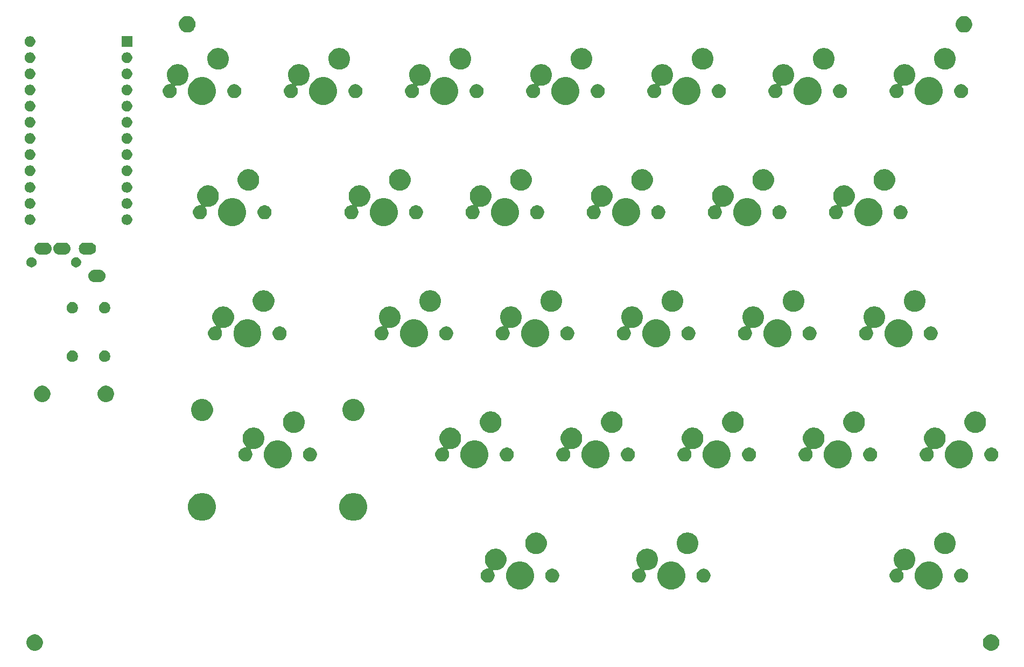
<source format=gts>
G04 #@! TF.GenerationSoftware,KiCad,Pcbnew,(5.0.2)-1*
G04 #@! TF.CreationDate,2019-03-03T00:14:17+09:00*
G04 #@! TF.ProjectId,pakbd,70616b62-642e-46b6-9963-61645f706362,3*
G04 #@! TF.SameCoordinates,Original*
G04 #@! TF.FileFunction,Soldermask,Top*
G04 #@! TF.FilePolarity,Negative*
%FSLAX46Y46*%
G04 Gerber Fmt 4.6, Leading zero omitted, Abs format (unit mm)*
G04 Created by KiCad (PCBNEW (5.0.2)-1) date 2019/03/03 0:14:17*
%MOMM*%
%LPD*%
G01*
G04 APERTURE LIST*
%ADD10C,0.100000*%
G04 APERTURE END LIST*
D10*
G36*
X174699196Y-120589958D02*
X174935780Y-120687954D01*
X175148705Y-120830226D01*
X175329774Y-121011295D01*
X175472046Y-121224220D01*
X175570042Y-121460804D01*
X175620000Y-121711960D01*
X175620000Y-121968040D01*
X175570042Y-122219196D01*
X175472046Y-122455780D01*
X175329774Y-122668705D01*
X175148705Y-122849774D01*
X174935780Y-122992046D01*
X174699196Y-123090042D01*
X174448040Y-123140000D01*
X174191960Y-123140000D01*
X173940804Y-123090042D01*
X173704220Y-122992046D01*
X173491295Y-122849774D01*
X173310226Y-122668705D01*
X173167954Y-122455780D01*
X173069958Y-122219196D01*
X173020000Y-121968040D01*
X173020000Y-121711960D01*
X173069958Y-121460804D01*
X173167954Y-121224220D01*
X173310226Y-121011295D01*
X173491295Y-120830226D01*
X173704220Y-120687954D01*
X173940804Y-120589958D01*
X174191960Y-120540000D01*
X174448040Y-120540000D01*
X174699196Y-120589958D01*
X174699196Y-120589958D01*
G37*
G36*
X24289196Y-120589958D02*
X24525780Y-120687954D01*
X24738705Y-120830226D01*
X24919774Y-121011295D01*
X25062046Y-121224220D01*
X25160042Y-121460804D01*
X25210000Y-121711960D01*
X25210000Y-121968040D01*
X25160042Y-122219196D01*
X25062046Y-122455780D01*
X24919774Y-122668705D01*
X24738705Y-122849774D01*
X24525780Y-122992046D01*
X24289196Y-123090042D01*
X24038040Y-123140000D01*
X23781960Y-123140000D01*
X23530804Y-123090042D01*
X23294220Y-122992046D01*
X23081295Y-122849774D01*
X22900226Y-122668705D01*
X22757954Y-122455780D01*
X22659958Y-122219196D01*
X22610000Y-121968040D01*
X22610000Y-121711960D01*
X22659958Y-121460804D01*
X22757954Y-121224220D01*
X22900226Y-121011295D01*
X23081295Y-120830226D01*
X23294220Y-120687954D01*
X23530804Y-120589958D01*
X23781960Y-120540000D01*
X24038040Y-120540000D01*
X24289196Y-120589958D01*
X24289196Y-120589958D01*
G37*
G36*
X124673716Y-109194544D02*
X125074090Y-109360384D01*
X125434421Y-109601150D01*
X125740850Y-109907579D01*
X125981616Y-110267910D01*
X126147456Y-110668284D01*
X126232000Y-111093317D01*
X126232000Y-111526683D01*
X126147456Y-111951716D01*
X125981616Y-112352090D01*
X125740850Y-112712421D01*
X125434421Y-113018850D01*
X125074090Y-113259616D01*
X124673716Y-113425456D01*
X124248683Y-113510000D01*
X123815317Y-113510000D01*
X123390284Y-113425456D01*
X122989910Y-113259616D01*
X122629579Y-113018850D01*
X122323150Y-112712421D01*
X122082384Y-112352090D01*
X121916544Y-111951716D01*
X121832000Y-111526683D01*
X121832000Y-111093317D01*
X121916544Y-110668284D01*
X122082384Y-110267910D01*
X122323150Y-109907579D01*
X122629579Y-109601150D01*
X122989910Y-109360384D01*
X123390284Y-109194544D01*
X123815317Y-109110000D01*
X124248683Y-109110000D01*
X124673716Y-109194544D01*
X124673716Y-109194544D01*
G37*
G36*
X165161216Y-109194544D02*
X165561590Y-109360384D01*
X165921921Y-109601150D01*
X166228350Y-109907579D01*
X166469116Y-110267910D01*
X166634956Y-110668284D01*
X166719500Y-111093317D01*
X166719500Y-111526683D01*
X166634956Y-111951716D01*
X166469116Y-112352090D01*
X166228350Y-112712421D01*
X165921921Y-113018850D01*
X165561590Y-113259616D01*
X165161216Y-113425456D01*
X164736183Y-113510000D01*
X164302817Y-113510000D01*
X163877784Y-113425456D01*
X163477410Y-113259616D01*
X163117079Y-113018850D01*
X162810650Y-112712421D01*
X162569884Y-112352090D01*
X162404044Y-111951716D01*
X162319500Y-111526683D01*
X162319500Y-111093317D01*
X162404044Y-110668284D01*
X162569884Y-110267910D01*
X162810650Y-109907579D01*
X163117079Y-109601150D01*
X163477410Y-109360384D01*
X163877784Y-109194544D01*
X164302817Y-109110000D01*
X164736183Y-109110000D01*
X165161216Y-109194544D01*
X165161216Y-109194544D01*
G37*
G36*
X100861716Y-109194544D02*
X101262090Y-109360384D01*
X101622421Y-109601150D01*
X101928850Y-109907579D01*
X102169616Y-110267910D01*
X102335456Y-110668284D01*
X102420000Y-111093317D01*
X102420000Y-111526683D01*
X102335456Y-111951716D01*
X102169616Y-112352090D01*
X101928850Y-112712421D01*
X101622421Y-113018850D01*
X101262090Y-113259616D01*
X100861716Y-113425456D01*
X100436683Y-113510000D01*
X100003317Y-113510000D01*
X99578284Y-113425456D01*
X99177910Y-113259616D01*
X98817579Y-113018850D01*
X98511150Y-112712421D01*
X98270384Y-112352090D01*
X98104544Y-111951716D01*
X98020000Y-111526683D01*
X98020000Y-111093317D01*
X98104544Y-110668284D01*
X98270384Y-110267910D01*
X98511150Y-109907579D01*
X98817579Y-109601150D01*
X99177910Y-109360384D01*
X99578284Y-109194544D01*
X100003317Y-109110000D01*
X100436683Y-109110000D01*
X100861716Y-109194544D01*
X100861716Y-109194544D01*
G37*
G36*
X169920357Y-110252272D02*
X170120542Y-110335191D01*
X170300713Y-110455578D01*
X170453922Y-110608787D01*
X170453924Y-110608790D01*
X170453925Y-110608791D01*
X170493677Y-110668284D01*
X170574309Y-110788958D01*
X170657228Y-110989143D01*
X170699500Y-111201658D01*
X170699500Y-111418342D01*
X170657228Y-111630857D01*
X170574309Y-111831042D01*
X170453922Y-112011213D01*
X170300713Y-112164422D01*
X170120542Y-112284809D01*
X169920357Y-112367728D01*
X169707842Y-112410000D01*
X169491158Y-112410000D01*
X169278643Y-112367728D01*
X169078458Y-112284809D01*
X168898287Y-112164422D01*
X168745078Y-112011213D01*
X168624691Y-111831042D01*
X168541772Y-111630857D01*
X168499500Y-111418342D01*
X168499500Y-111201658D01*
X168541772Y-110989143D01*
X168624691Y-110788958D01*
X168705323Y-110668284D01*
X168745075Y-110608791D01*
X168745076Y-110608790D01*
X168745078Y-110608787D01*
X168898287Y-110455578D01*
X169078458Y-110335191D01*
X169278643Y-110252272D01*
X169491158Y-110210000D01*
X169707842Y-110210000D01*
X169920357Y-110252272D01*
X169920357Y-110252272D01*
G37*
G36*
X96796393Y-107113553D02*
X96905872Y-107135330D01*
X97215252Y-107263479D01*
X97493687Y-107449523D01*
X97730477Y-107686313D01*
X97916521Y-107964748D01*
X98044670Y-108274128D01*
X98110000Y-108602565D01*
X98110000Y-108937435D01*
X98044670Y-109265872D01*
X97916521Y-109575252D01*
X97730477Y-109853687D01*
X97493687Y-110090477D01*
X97215252Y-110276521D01*
X96905872Y-110404670D01*
X96796393Y-110426447D01*
X96577437Y-110470000D01*
X96242564Y-110470000D01*
X96170061Y-110455578D01*
X96145416Y-110450676D01*
X96121030Y-110448274D01*
X96096644Y-110450676D01*
X96073195Y-110457789D01*
X96051584Y-110469340D01*
X96032642Y-110484886D01*
X96017096Y-110503828D01*
X96005545Y-110525438D01*
X95998432Y-110548887D01*
X95996030Y-110573274D01*
X95998432Y-110597660D01*
X96005545Y-110621109D01*
X96017096Y-110642720D01*
X96114808Y-110788956D01*
X96197728Y-110989143D01*
X96240000Y-111201658D01*
X96240000Y-111418342D01*
X96197728Y-111630857D01*
X96114809Y-111831042D01*
X95994422Y-112011213D01*
X95841213Y-112164422D01*
X95661042Y-112284809D01*
X95460857Y-112367728D01*
X95248342Y-112410000D01*
X95031658Y-112410000D01*
X94819143Y-112367728D01*
X94618958Y-112284809D01*
X94438787Y-112164422D01*
X94285578Y-112011213D01*
X94165191Y-111831042D01*
X94082272Y-111630857D01*
X94040000Y-111418342D01*
X94040000Y-111201658D01*
X94082272Y-110989143D01*
X94165191Y-110788958D01*
X94245823Y-110668284D01*
X94285575Y-110608791D01*
X94285576Y-110608790D01*
X94285578Y-110608787D01*
X94438787Y-110455578D01*
X94618958Y-110335191D01*
X94819143Y-110252272D01*
X95031658Y-110210000D01*
X95144061Y-110210000D01*
X95168447Y-110207598D01*
X95191896Y-110200485D01*
X95213507Y-110188934D01*
X95232449Y-110173388D01*
X95247995Y-110154446D01*
X95259546Y-110132835D01*
X95266659Y-110109386D01*
X95269061Y-110085000D01*
X95266659Y-110060614D01*
X95259546Y-110037165D01*
X95247995Y-110015554D01*
X95232454Y-109996618D01*
X95089523Y-109853687D01*
X94903479Y-109575252D01*
X94775330Y-109265872D01*
X94710000Y-108937435D01*
X94710000Y-108602565D01*
X94775330Y-108274128D01*
X94903479Y-107964748D01*
X95089523Y-107686313D01*
X95326313Y-107449523D01*
X95604748Y-107263479D01*
X95914128Y-107135330D01*
X96023607Y-107113553D01*
X96242563Y-107070000D01*
X96577437Y-107070000D01*
X96796393Y-107113553D01*
X96796393Y-107113553D01*
G37*
G36*
X105620857Y-110252272D02*
X105821042Y-110335191D01*
X106001213Y-110455578D01*
X106154422Y-110608787D01*
X106154424Y-110608790D01*
X106154425Y-110608791D01*
X106194177Y-110668284D01*
X106274809Y-110788958D01*
X106357728Y-110989143D01*
X106400000Y-111201658D01*
X106400000Y-111418342D01*
X106357728Y-111630857D01*
X106274809Y-111831042D01*
X106154422Y-112011213D01*
X106001213Y-112164422D01*
X105821042Y-112284809D01*
X105620857Y-112367728D01*
X105408342Y-112410000D01*
X105191658Y-112410000D01*
X104979143Y-112367728D01*
X104778958Y-112284809D01*
X104598787Y-112164422D01*
X104445578Y-112011213D01*
X104325191Y-111831042D01*
X104242272Y-111630857D01*
X104200000Y-111418342D01*
X104200000Y-111201658D01*
X104242272Y-110989143D01*
X104325191Y-110788958D01*
X104405823Y-110668284D01*
X104445575Y-110608791D01*
X104445576Y-110608790D01*
X104445578Y-110608787D01*
X104598787Y-110455578D01*
X104778958Y-110335191D01*
X104979143Y-110252272D01*
X105191658Y-110210000D01*
X105408342Y-110210000D01*
X105620857Y-110252272D01*
X105620857Y-110252272D01*
G37*
G36*
X129432857Y-110252272D02*
X129633042Y-110335191D01*
X129813213Y-110455578D01*
X129966422Y-110608787D01*
X129966424Y-110608790D01*
X129966425Y-110608791D01*
X130006177Y-110668284D01*
X130086809Y-110788958D01*
X130169728Y-110989143D01*
X130212000Y-111201658D01*
X130212000Y-111418342D01*
X130169728Y-111630857D01*
X130086809Y-111831042D01*
X129966422Y-112011213D01*
X129813213Y-112164422D01*
X129633042Y-112284809D01*
X129432857Y-112367728D01*
X129220342Y-112410000D01*
X129003658Y-112410000D01*
X128791143Y-112367728D01*
X128590958Y-112284809D01*
X128410787Y-112164422D01*
X128257578Y-112011213D01*
X128137191Y-111831042D01*
X128054272Y-111630857D01*
X128012000Y-111418342D01*
X128012000Y-111201658D01*
X128054272Y-110989143D01*
X128137191Y-110788958D01*
X128217823Y-110668284D01*
X128257575Y-110608791D01*
X128257576Y-110608790D01*
X128257578Y-110608787D01*
X128410787Y-110455578D01*
X128590958Y-110335191D01*
X128791143Y-110252272D01*
X129003658Y-110210000D01*
X129220342Y-110210000D01*
X129432857Y-110252272D01*
X129432857Y-110252272D01*
G37*
G36*
X120608393Y-107113553D02*
X120717872Y-107135330D01*
X121027252Y-107263479D01*
X121305687Y-107449523D01*
X121542477Y-107686313D01*
X121728521Y-107964748D01*
X121856670Y-108274128D01*
X121922000Y-108602565D01*
X121922000Y-108937435D01*
X121856670Y-109265872D01*
X121728521Y-109575252D01*
X121542477Y-109853687D01*
X121305687Y-110090477D01*
X121027252Y-110276521D01*
X120717872Y-110404670D01*
X120608393Y-110426447D01*
X120389437Y-110470000D01*
X120054564Y-110470000D01*
X119982061Y-110455578D01*
X119957416Y-110450676D01*
X119933030Y-110448274D01*
X119908644Y-110450676D01*
X119885195Y-110457789D01*
X119863584Y-110469340D01*
X119844642Y-110484886D01*
X119829096Y-110503828D01*
X119817545Y-110525438D01*
X119810432Y-110548887D01*
X119808030Y-110573274D01*
X119810432Y-110597660D01*
X119817545Y-110621109D01*
X119829096Y-110642720D01*
X119926808Y-110788956D01*
X120009728Y-110989143D01*
X120052000Y-111201658D01*
X120052000Y-111418342D01*
X120009728Y-111630857D01*
X119926809Y-111831042D01*
X119806422Y-112011213D01*
X119653213Y-112164422D01*
X119473042Y-112284809D01*
X119272857Y-112367728D01*
X119060342Y-112410000D01*
X118843658Y-112410000D01*
X118631143Y-112367728D01*
X118430958Y-112284809D01*
X118250787Y-112164422D01*
X118097578Y-112011213D01*
X117977191Y-111831042D01*
X117894272Y-111630857D01*
X117852000Y-111418342D01*
X117852000Y-111201658D01*
X117894272Y-110989143D01*
X117977191Y-110788958D01*
X118057823Y-110668284D01*
X118097575Y-110608791D01*
X118097576Y-110608790D01*
X118097578Y-110608787D01*
X118250787Y-110455578D01*
X118430958Y-110335191D01*
X118631143Y-110252272D01*
X118843658Y-110210000D01*
X118956061Y-110210000D01*
X118980447Y-110207598D01*
X119003896Y-110200485D01*
X119025507Y-110188934D01*
X119044449Y-110173388D01*
X119059995Y-110154446D01*
X119071546Y-110132835D01*
X119078659Y-110109386D01*
X119081061Y-110085000D01*
X119078659Y-110060614D01*
X119071546Y-110037165D01*
X119059995Y-110015554D01*
X119044454Y-109996618D01*
X118901523Y-109853687D01*
X118715479Y-109575252D01*
X118587330Y-109265872D01*
X118522000Y-108937435D01*
X118522000Y-108602565D01*
X118587330Y-108274128D01*
X118715479Y-107964748D01*
X118901523Y-107686313D01*
X119138313Y-107449523D01*
X119416748Y-107263479D01*
X119726128Y-107135330D01*
X119835607Y-107113553D01*
X120054563Y-107070000D01*
X120389437Y-107070000D01*
X120608393Y-107113553D01*
X120608393Y-107113553D01*
G37*
G36*
X161095893Y-107113553D02*
X161205372Y-107135330D01*
X161514752Y-107263479D01*
X161793187Y-107449523D01*
X162029977Y-107686313D01*
X162216021Y-107964748D01*
X162344170Y-108274128D01*
X162409500Y-108602565D01*
X162409500Y-108937435D01*
X162344170Y-109265872D01*
X162216021Y-109575252D01*
X162029977Y-109853687D01*
X161793187Y-110090477D01*
X161514752Y-110276521D01*
X161205372Y-110404670D01*
X161095893Y-110426447D01*
X160876937Y-110470000D01*
X160542064Y-110470000D01*
X160469561Y-110455578D01*
X160444916Y-110450676D01*
X160420530Y-110448274D01*
X160396144Y-110450676D01*
X160372695Y-110457789D01*
X160351084Y-110469340D01*
X160332142Y-110484886D01*
X160316596Y-110503828D01*
X160305045Y-110525438D01*
X160297932Y-110548887D01*
X160295530Y-110573274D01*
X160297932Y-110597660D01*
X160305045Y-110621109D01*
X160316596Y-110642720D01*
X160414308Y-110788956D01*
X160497228Y-110989143D01*
X160539500Y-111201658D01*
X160539500Y-111418342D01*
X160497228Y-111630857D01*
X160414309Y-111831042D01*
X160293922Y-112011213D01*
X160140713Y-112164422D01*
X159960542Y-112284809D01*
X159760357Y-112367728D01*
X159547842Y-112410000D01*
X159331158Y-112410000D01*
X159118643Y-112367728D01*
X158918458Y-112284809D01*
X158738287Y-112164422D01*
X158585078Y-112011213D01*
X158464691Y-111831042D01*
X158381772Y-111630857D01*
X158339500Y-111418342D01*
X158339500Y-111201658D01*
X158381772Y-110989143D01*
X158464691Y-110788958D01*
X158545323Y-110668284D01*
X158585075Y-110608791D01*
X158585076Y-110608790D01*
X158585078Y-110608787D01*
X158738287Y-110455578D01*
X158918458Y-110335191D01*
X159118643Y-110252272D01*
X159331158Y-110210000D01*
X159443561Y-110210000D01*
X159467947Y-110207598D01*
X159491396Y-110200485D01*
X159513007Y-110188934D01*
X159531949Y-110173388D01*
X159547495Y-110154446D01*
X159559046Y-110132835D01*
X159566159Y-110109386D01*
X159568561Y-110085000D01*
X159566159Y-110060614D01*
X159559046Y-110037165D01*
X159547495Y-110015554D01*
X159531954Y-109996618D01*
X159389023Y-109853687D01*
X159202979Y-109575252D01*
X159074830Y-109265872D01*
X159009500Y-108937435D01*
X159009500Y-108602565D01*
X159074830Y-108274128D01*
X159202979Y-107964748D01*
X159389023Y-107686313D01*
X159625813Y-107449523D01*
X159904248Y-107263479D01*
X160213628Y-107135330D01*
X160323107Y-107113553D01*
X160542063Y-107070000D01*
X160876937Y-107070000D01*
X161095893Y-107113553D01*
X161095893Y-107113553D01*
G37*
G36*
X126958393Y-104573553D02*
X127067872Y-104595330D01*
X127377252Y-104723479D01*
X127655687Y-104909523D01*
X127892477Y-105146313D01*
X128078521Y-105424748D01*
X128206670Y-105734128D01*
X128272000Y-106062565D01*
X128272000Y-106397435D01*
X128206670Y-106725872D01*
X128078521Y-107035252D01*
X127892477Y-107313687D01*
X127655687Y-107550477D01*
X127377252Y-107736521D01*
X127067872Y-107864670D01*
X126958393Y-107886447D01*
X126739437Y-107930000D01*
X126404563Y-107930000D01*
X126185607Y-107886447D01*
X126076128Y-107864670D01*
X125766748Y-107736521D01*
X125488313Y-107550477D01*
X125251523Y-107313687D01*
X125065479Y-107035252D01*
X124937330Y-106725872D01*
X124872000Y-106397435D01*
X124872000Y-106062565D01*
X124937330Y-105734128D01*
X125065479Y-105424748D01*
X125251523Y-105146313D01*
X125488313Y-104909523D01*
X125766748Y-104723479D01*
X126076128Y-104595330D01*
X126185607Y-104573553D01*
X126404563Y-104530000D01*
X126739437Y-104530000D01*
X126958393Y-104573553D01*
X126958393Y-104573553D01*
G37*
G36*
X167445893Y-104573553D02*
X167555372Y-104595330D01*
X167864752Y-104723479D01*
X168143187Y-104909523D01*
X168379977Y-105146313D01*
X168566021Y-105424748D01*
X168694170Y-105734128D01*
X168759500Y-106062565D01*
X168759500Y-106397435D01*
X168694170Y-106725872D01*
X168566021Y-107035252D01*
X168379977Y-107313687D01*
X168143187Y-107550477D01*
X167864752Y-107736521D01*
X167555372Y-107864670D01*
X167445893Y-107886447D01*
X167226937Y-107930000D01*
X166892063Y-107930000D01*
X166673107Y-107886447D01*
X166563628Y-107864670D01*
X166254248Y-107736521D01*
X165975813Y-107550477D01*
X165739023Y-107313687D01*
X165552979Y-107035252D01*
X165424830Y-106725872D01*
X165359500Y-106397435D01*
X165359500Y-106062565D01*
X165424830Y-105734128D01*
X165552979Y-105424748D01*
X165739023Y-105146313D01*
X165975813Y-104909523D01*
X166254248Y-104723479D01*
X166563628Y-104595330D01*
X166673107Y-104573553D01*
X166892063Y-104530000D01*
X167226937Y-104530000D01*
X167445893Y-104573553D01*
X167445893Y-104573553D01*
G37*
G36*
X103146393Y-104573553D02*
X103255872Y-104595330D01*
X103565252Y-104723479D01*
X103843687Y-104909523D01*
X104080477Y-105146313D01*
X104266521Y-105424748D01*
X104394670Y-105734128D01*
X104460000Y-106062565D01*
X104460000Y-106397435D01*
X104394670Y-106725872D01*
X104266521Y-107035252D01*
X104080477Y-107313687D01*
X103843687Y-107550477D01*
X103565252Y-107736521D01*
X103255872Y-107864670D01*
X103146393Y-107886447D01*
X102927437Y-107930000D01*
X102592563Y-107930000D01*
X102373607Y-107886447D01*
X102264128Y-107864670D01*
X101954748Y-107736521D01*
X101676313Y-107550477D01*
X101439523Y-107313687D01*
X101253479Y-107035252D01*
X101125330Y-106725872D01*
X101060000Y-106397435D01*
X101060000Y-106062565D01*
X101125330Y-105734128D01*
X101253479Y-105424748D01*
X101439523Y-105146313D01*
X101676313Y-104909523D01*
X101954748Y-104723479D01*
X102264128Y-104595330D01*
X102373607Y-104573553D01*
X102592563Y-104530000D01*
X102927437Y-104530000D01*
X103146393Y-104573553D01*
X103146393Y-104573553D01*
G37*
G36*
X74667316Y-98384544D02*
X75067690Y-98550384D01*
X75428021Y-98791150D01*
X75734450Y-99097579D01*
X75975216Y-99457910D01*
X76141056Y-99858284D01*
X76225600Y-100283317D01*
X76225600Y-100716683D01*
X76141056Y-101141716D01*
X75975216Y-101542090D01*
X75734450Y-101902421D01*
X75428021Y-102208850D01*
X75067690Y-102449616D01*
X74667316Y-102615456D01*
X74242283Y-102700000D01*
X73808917Y-102700000D01*
X73383884Y-102615456D01*
X72983510Y-102449616D01*
X72623179Y-102208850D01*
X72316750Y-101902421D01*
X72075984Y-101542090D01*
X71910144Y-101141716D01*
X71825600Y-100716683D01*
X71825600Y-100283317D01*
X71910144Y-99858284D01*
X72075984Y-99457910D01*
X72316750Y-99097579D01*
X72623179Y-98791150D01*
X72983510Y-98550384D01*
X73383884Y-98384544D01*
X73808917Y-98300000D01*
X74242283Y-98300000D01*
X74667316Y-98384544D01*
X74667316Y-98384544D01*
G37*
G36*
X50867316Y-98384544D02*
X51267690Y-98550384D01*
X51628021Y-98791150D01*
X51934450Y-99097579D01*
X52175216Y-99457910D01*
X52341056Y-99858284D01*
X52425600Y-100283317D01*
X52425600Y-100716683D01*
X52341056Y-101141716D01*
X52175216Y-101542090D01*
X51934450Y-101902421D01*
X51628021Y-102208850D01*
X51267690Y-102449616D01*
X50867316Y-102615456D01*
X50442283Y-102700000D01*
X50008917Y-102700000D01*
X49583884Y-102615456D01*
X49183510Y-102449616D01*
X48823179Y-102208850D01*
X48516750Y-101902421D01*
X48275984Y-101542090D01*
X48110144Y-101141716D01*
X48025600Y-100716683D01*
X48025600Y-100283317D01*
X48110144Y-99858284D01*
X48275984Y-99457910D01*
X48516750Y-99097579D01*
X48823179Y-98791150D01*
X49183510Y-98550384D01*
X49583884Y-98384544D01*
X50008917Y-98300000D01*
X50442283Y-98300000D01*
X50867316Y-98384544D01*
X50867316Y-98384544D01*
G37*
G36*
X150873716Y-90144544D02*
X151274090Y-90310384D01*
X151634421Y-90551150D01*
X151940850Y-90857579D01*
X152181616Y-91217910D01*
X152347456Y-91618284D01*
X152432000Y-92043317D01*
X152432000Y-92476683D01*
X152347456Y-92901716D01*
X152181616Y-93302090D01*
X151940850Y-93662421D01*
X151634421Y-93968850D01*
X151274090Y-94209616D01*
X150873716Y-94375456D01*
X150448683Y-94460000D01*
X150015317Y-94460000D01*
X149590284Y-94375456D01*
X149189910Y-94209616D01*
X148829579Y-93968850D01*
X148523150Y-93662421D01*
X148282384Y-93302090D01*
X148116544Y-92901716D01*
X148032000Y-92476683D01*
X148032000Y-92043317D01*
X148116544Y-91618284D01*
X148282384Y-91217910D01*
X148523150Y-90857579D01*
X148829579Y-90551150D01*
X149189910Y-90310384D01*
X149590284Y-90144544D01*
X150015317Y-90060000D01*
X150448683Y-90060000D01*
X150873716Y-90144544D01*
X150873716Y-90144544D01*
G37*
G36*
X62767316Y-90144544D02*
X63167690Y-90310384D01*
X63528021Y-90551150D01*
X63834450Y-90857579D01*
X64075216Y-91217910D01*
X64241056Y-91618284D01*
X64325600Y-92043317D01*
X64325600Y-92476683D01*
X64241056Y-92901716D01*
X64075216Y-93302090D01*
X63834450Y-93662421D01*
X63528021Y-93968850D01*
X63167690Y-94209616D01*
X62767316Y-94375456D01*
X62342283Y-94460000D01*
X61908917Y-94460000D01*
X61483884Y-94375456D01*
X61083510Y-94209616D01*
X60723179Y-93968850D01*
X60416750Y-93662421D01*
X60175984Y-93302090D01*
X60010144Y-92901716D01*
X59925600Y-92476683D01*
X59925600Y-92043317D01*
X60010144Y-91618284D01*
X60175984Y-91217910D01*
X60416750Y-90857579D01*
X60723179Y-90551150D01*
X61083510Y-90310384D01*
X61483884Y-90144544D01*
X61908917Y-90060000D01*
X62342283Y-90060000D01*
X62767316Y-90144544D01*
X62767316Y-90144544D01*
G37*
G36*
X169923716Y-90144544D02*
X170324090Y-90310384D01*
X170684421Y-90551150D01*
X170990850Y-90857579D01*
X171231616Y-91217910D01*
X171397456Y-91618284D01*
X171482000Y-92043317D01*
X171482000Y-92476683D01*
X171397456Y-92901716D01*
X171231616Y-93302090D01*
X170990850Y-93662421D01*
X170684421Y-93968850D01*
X170324090Y-94209616D01*
X169923716Y-94375456D01*
X169498683Y-94460000D01*
X169065317Y-94460000D01*
X168640284Y-94375456D01*
X168239910Y-94209616D01*
X167879579Y-93968850D01*
X167573150Y-93662421D01*
X167332384Y-93302090D01*
X167166544Y-92901716D01*
X167082000Y-92476683D01*
X167082000Y-92043317D01*
X167166544Y-91618284D01*
X167332384Y-91217910D01*
X167573150Y-90857579D01*
X167879579Y-90551150D01*
X168239910Y-90310384D01*
X168640284Y-90144544D01*
X169065317Y-90060000D01*
X169498683Y-90060000D01*
X169923716Y-90144544D01*
X169923716Y-90144544D01*
G37*
G36*
X93723716Y-90144544D02*
X94124090Y-90310384D01*
X94484421Y-90551150D01*
X94790850Y-90857579D01*
X95031616Y-91217910D01*
X95197456Y-91618284D01*
X95282000Y-92043317D01*
X95282000Y-92476683D01*
X95197456Y-92901716D01*
X95031616Y-93302090D01*
X94790850Y-93662421D01*
X94484421Y-93968850D01*
X94124090Y-94209616D01*
X93723716Y-94375456D01*
X93298683Y-94460000D01*
X92865317Y-94460000D01*
X92440284Y-94375456D01*
X92039910Y-94209616D01*
X91679579Y-93968850D01*
X91373150Y-93662421D01*
X91132384Y-93302090D01*
X90966544Y-92901716D01*
X90882000Y-92476683D01*
X90882000Y-92043317D01*
X90966544Y-91618284D01*
X91132384Y-91217910D01*
X91373150Y-90857579D01*
X91679579Y-90551150D01*
X92039910Y-90310384D01*
X92440284Y-90144544D01*
X92865317Y-90060000D01*
X93298683Y-90060000D01*
X93723716Y-90144544D01*
X93723716Y-90144544D01*
G37*
G36*
X131823716Y-90144544D02*
X132224090Y-90310384D01*
X132584421Y-90551150D01*
X132890850Y-90857579D01*
X133131616Y-91217910D01*
X133297456Y-91618284D01*
X133382000Y-92043317D01*
X133382000Y-92476683D01*
X133297456Y-92901716D01*
X133131616Y-93302090D01*
X132890850Y-93662421D01*
X132584421Y-93968850D01*
X132224090Y-94209616D01*
X131823716Y-94375456D01*
X131398683Y-94460000D01*
X130965317Y-94460000D01*
X130540284Y-94375456D01*
X130139910Y-94209616D01*
X129779579Y-93968850D01*
X129473150Y-93662421D01*
X129232384Y-93302090D01*
X129066544Y-92901716D01*
X128982000Y-92476683D01*
X128982000Y-92043317D01*
X129066544Y-91618284D01*
X129232384Y-91217910D01*
X129473150Y-90857579D01*
X129779579Y-90551150D01*
X130139910Y-90310384D01*
X130540284Y-90144544D01*
X130965317Y-90060000D01*
X131398683Y-90060000D01*
X131823716Y-90144544D01*
X131823716Y-90144544D01*
G37*
G36*
X112773716Y-90144544D02*
X113174090Y-90310384D01*
X113534421Y-90551150D01*
X113840850Y-90857579D01*
X114081616Y-91217910D01*
X114247456Y-91618284D01*
X114332000Y-92043317D01*
X114332000Y-92476683D01*
X114247456Y-92901716D01*
X114081616Y-93302090D01*
X113840850Y-93662421D01*
X113534421Y-93968850D01*
X113174090Y-94209616D01*
X112773716Y-94375456D01*
X112348683Y-94460000D01*
X111915317Y-94460000D01*
X111490284Y-94375456D01*
X111089910Y-94209616D01*
X110729579Y-93968850D01*
X110423150Y-93662421D01*
X110182384Y-93302090D01*
X110016544Y-92901716D01*
X109932000Y-92476683D01*
X109932000Y-92043317D01*
X110016544Y-91618284D01*
X110182384Y-91217910D01*
X110423150Y-90857579D01*
X110729579Y-90551150D01*
X111089910Y-90310384D01*
X111490284Y-90144544D01*
X111915317Y-90060000D01*
X112348683Y-90060000D01*
X112773716Y-90144544D01*
X112773716Y-90144544D01*
G37*
G36*
X67526457Y-91202272D02*
X67726642Y-91285191D01*
X67906813Y-91405578D01*
X68060022Y-91558787D01*
X68060024Y-91558790D01*
X68060025Y-91558791D01*
X68099777Y-91618284D01*
X68180409Y-91738958D01*
X68263328Y-91939143D01*
X68305600Y-92151658D01*
X68305600Y-92368342D01*
X68263328Y-92580857D01*
X68180409Y-92781042D01*
X68060022Y-92961213D01*
X67906813Y-93114422D01*
X67726642Y-93234809D01*
X67526457Y-93317728D01*
X67313942Y-93360000D01*
X67097258Y-93360000D01*
X66884743Y-93317728D01*
X66684558Y-93234809D01*
X66504387Y-93114422D01*
X66351178Y-92961213D01*
X66230791Y-92781042D01*
X66147872Y-92580857D01*
X66105600Y-92368342D01*
X66105600Y-92151658D01*
X66147872Y-91939143D01*
X66230791Y-91738958D01*
X66311423Y-91618284D01*
X66351175Y-91558791D01*
X66351176Y-91558790D01*
X66351178Y-91558787D01*
X66504387Y-91405578D01*
X66684558Y-91285191D01*
X66884743Y-91202272D01*
X67097258Y-91160000D01*
X67313942Y-91160000D01*
X67526457Y-91202272D01*
X67526457Y-91202272D01*
G37*
G36*
X58701993Y-88063553D02*
X58811472Y-88085330D01*
X59120852Y-88213479D01*
X59399287Y-88399523D01*
X59636077Y-88636313D01*
X59822121Y-88914748D01*
X59950270Y-89224128D01*
X60015600Y-89552565D01*
X60015600Y-89887435D01*
X59950270Y-90215872D01*
X59822121Y-90525252D01*
X59636077Y-90803687D01*
X59399287Y-91040477D01*
X59120852Y-91226521D01*
X58811472Y-91354670D01*
X58701993Y-91376447D01*
X58483037Y-91420000D01*
X58148164Y-91420000D01*
X58075661Y-91405578D01*
X58051016Y-91400676D01*
X58026630Y-91398274D01*
X58002244Y-91400676D01*
X57978795Y-91407789D01*
X57957184Y-91419340D01*
X57938242Y-91434886D01*
X57922696Y-91453828D01*
X57911145Y-91475438D01*
X57904032Y-91498887D01*
X57901630Y-91523274D01*
X57904032Y-91547660D01*
X57911145Y-91571109D01*
X57922696Y-91592720D01*
X58020408Y-91738956D01*
X58103328Y-91939143D01*
X58145600Y-92151658D01*
X58145600Y-92368342D01*
X58103328Y-92580857D01*
X58020409Y-92781042D01*
X57900022Y-92961213D01*
X57746813Y-93114422D01*
X57566642Y-93234809D01*
X57366457Y-93317728D01*
X57153942Y-93360000D01*
X56937258Y-93360000D01*
X56724743Y-93317728D01*
X56524558Y-93234809D01*
X56344387Y-93114422D01*
X56191178Y-92961213D01*
X56070791Y-92781042D01*
X55987872Y-92580857D01*
X55945600Y-92368342D01*
X55945600Y-92151658D01*
X55987872Y-91939143D01*
X56070791Y-91738958D01*
X56151423Y-91618284D01*
X56191175Y-91558791D01*
X56191176Y-91558790D01*
X56191178Y-91558787D01*
X56344387Y-91405578D01*
X56524558Y-91285191D01*
X56724743Y-91202272D01*
X56937258Y-91160000D01*
X57049661Y-91160000D01*
X57074047Y-91157598D01*
X57097496Y-91150485D01*
X57119107Y-91138934D01*
X57138049Y-91123388D01*
X57153595Y-91104446D01*
X57165146Y-91082835D01*
X57172259Y-91059386D01*
X57174661Y-91035000D01*
X57172259Y-91010614D01*
X57165146Y-90987165D01*
X57153595Y-90965554D01*
X57138054Y-90946618D01*
X56995123Y-90803687D01*
X56809079Y-90525252D01*
X56680930Y-90215872D01*
X56615600Y-89887435D01*
X56615600Y-89552565D01*
X56680930Y-89224128D01*
X56809079Y-88914748D01*
X56995123Y-88636313D01*
X57231913Y-88399523D01*
X57510348Y-88213479D01*
X57819728Y-88085330D01*
X57929207Y-88063553D01*
X58148163Y-88020000D01*
X58483037Y-88020000D01*
X58701993Y-88063553D01*
X58701993Y-88063553D01*
G37*
G36*
X89658393Y-88063553D02*
X89767872Y-88085330D01*
X90077252Y-88213479D01*
X90355687Y-88399523D01*
X90592477Y-88636313D01*
X90778521Y-88914748D01*
X90906670Y-89224128D01*
X90972000Y-89552565D01*
X90972000Y-89887435D01*
X90906670Y-90215872D01*
X90778521Y-90525252D01*
X90592477Y-90803687D01*
X90355687Y-91040477D01*
X90077252Y-91226521D01*
X89767872Y-91354670D01*
X89658393Y-91376447D01*
X89439437Y-91420000D01*
X89104564Y-91420000D01*
X89032061Y-91405578D01*
X89007416Y-91400676D01*
X88983030Y-91398274D01*
X88958644Y-91400676D01*
X88935195Y-91407789D01*
X88913584Y-91419340D01*
X88894642Y-91434886D01*
X88879096Y-91453828D01*
X88867545Y-91475438D01*
X88860432Y-91498887D01*
X88858030Y-91523274D01*
X88860432Y-91547660D01*
X88867545Y-91571109D01*
X88879096Y-91592720D01*
X88976808Y-91738956D01*
X89059728Y-91939143D01*
X89102000Y-92151658D01*
X89102000Y-92368342D01*
X89059728Y-92580857D01*
X88976809Y-92781042D01*
X88856422Y-92961213D01*
X88703213Y-93114422D01*
X88523042Y-93234809D01*
X88322857Y-93317728D01*
X88110342Y-93360000D01*
X87893658Y-93360000D01*
X87681143Y-93317728D01*
X87480958Y-93234809D01*
X87300787Y-93114422D01*
X87147578Y-92961213D01*
X87027191Y-92781042D01*
X86944272Y-92580857D01*
X86902000Y-92368342D01*
X86902000Y-92151658D01*
X86944272Y-91939143D01*
X87027191Y-91738958D01*
X87107823Y-91618284D01*
X87147575Y-91558791D01*
X87147576Y-91558790D01*
X87147578Y-91558787D01*
X87300787Y-91405578D01*
X87480958Y-91285191D01*
X87681143Y-91202272D01*
X87893658Y-91160000D01*
X88006061Y-91160000D01*
X88030447Y-91157598D01*
X88053896Y-91150485D01*
X88075507Y-91138934D01*
X88094449Y-91123388D01*
X88109995Y-91104446D01*
X88121546Y-91082835D01*
X88128659Y-91059386D01*
X88131061Y-91035000D01*
X88128659Y-91010614D01*
X88121546Y-90987165D01*
X88109995Y-90965554D01*
X88094454Y-90946618D01*
X87951523Y-90803687D01*
X87765479Y-90525252D01*
X87637330Y-90215872D01*
X87572000Y-89887435D01*
X87572000Y-89552565D01*
X87637330Y-89224128D01*
X87765479Y-88914748D01*
X87951523Y-88636313D01*
X88188313Y-88399523D01*
X88466748Y-88213479D01*
X88776128Y-88085330D01*
X88885607Y-88063553D01*
X89104563Y-88020000D01*
X89439437Y-88020000D01*
X89658393Y-88063553D01*
X89658393Y-88063553D01*
G37*
G36*
X98482857Y-91202272D02*
X98683042Y-91285191D01*
X98863213Y-91405578D01*
X99016422Y-91558787D01*
X99016424Y-91558790D01*
X99016425Y-91558791D01*
X99056177Y-91618284D01*
X99136809Y-91738958D01*
X99219728Y-91939143D01*
X99262000Y-92151658D01*
X99262000Y-92368342D01*
X99219728Y-92580857D01*
X99136809Y-92781042D01*
X99016422Y-92961213D01*
X98863213Y-93114422D01*
X98683042Y-93234809D01*
X98482857Y-93317728D01*
X98270342Y-93360000D01*
X98053658Y-93360000D01*
X97841143Y-93317728D01*
X97640958Y-93234809D01*
X97460787Y-93114422D01*
X97307578Y-92961213D01*
X97187191Y-92781042D01*
X97104272Y-92580857D01*
X97062000Y-92368342D01*
X97062000Y-92151658D01*
X97104272Y-91939143D01*
X97187191Y-91738958D01*
X97267823Y-91618284D01*
X97307575Y-91558791D01*
X97307576Y-91558790D01*
X97307578Y-91558787D01*
X97460787Y-91405578D01*
X97640958Y-91285191D01*
X97841143Y-91202272D01*
X98053658Y-91160000D01*
X98270342Y-91160000D01*
X98482857Y-91202272D01*
X98482857Y-91202272D01*
G37*
G36*
X108708393Y-88063553D02*
X108817872Y-88085330D01*
X109127252Y-88213479D01*
X109405687Y-88399523D01*
X109642477Y-88636313D01*
X109828521Y-88914748D01*
X109956670Y-89224128D01*
X110022000Y-89552565D01*
X110022000Y-89887435D01*
X109956670Y-90215872D01*
X109828521Y-90525252D01*
X109642477Y-90803687D01*
X109405687Y-91040477D01*
X109127252Y-91226521D01*
X108817872Y-91354670D01*
X108708393Y-91376447D01*
X108489437Y-91420000D01*
X108154564Y-91420000D01*
X108082061Y-91405578D01*
X108057416Y-91400676D01*
X108033030Y-91398274D01*
X108008644Y-91400676D01*
X107985195Y-91407789D01*
X107963584Y-91419340D01*
X107944642Y-91434886D01*
X107929096Y-91453828D01*
X107917545Y-91475438D01*
X107910432Y-91498887D01*
X107908030Y-91523274D01*
X107910432Y-91547660D01*
X107917545Y-91571109D01*
X107929096Y-91592720D01*
X108026808Y-91738956D01*
X108109728Y-91939143D01*
X108152000Y-92151658D01*
X108152000Y-92368342D01*
X108109728Y-92580857D01*
X108026809Y-92781042D01*
X107906422Y-92961213D01*
X107753213Y-93114422D01*
X107573042Y-93234809D01*
X107372857Y-93317728D01*
X107160342Y-93360000D01*
X106943658Y-93360000D01*
X106731143Y-93317728D01*
X106530958Y-93234809D01*
X106350787Y-93114422D01*
X106197578Y-92961213D01*
X106077191Y-92781042D01*
X105994272Y-92580857D01*
X105952000Y-92368342D01*
X105952000Y-92151658D01*
X105994272Y-91939143D01*
X106077191Y-91738958D01*
X106157823Y-91618284D01*
X106197575Y-91558791D01*
X106197576Y-91558790D01*
X106197578Y-91558787D01*
X106350787Y-91405578D01*
X106530958Y-91285191D01*
X106731143Y-91202272D01*
X106943658Y-91160000D01*
X107056061Y-91160000D01*
X107080447Y-91157598D01*
X107103896Y-91150485D01*
X107125507Y-91138934D01*
X107144449Y-91123388D01*
X107159995Y-91104446D01*
X107171546Y-91082835D01*
X107178659Y-91059386D01*
X107181061Y-91035000D01*
X107178659Y-91010614D01*
X107171546Y-90987165D01*
X107159995Y-90965554D01*
X107144454Y-90946618D01*
X107001523Y-90803687D01*
X106815479Y-90525252D01*
X106687330Y-90215872D01*
X106622000Y-89887435D01*
X106622000Y-89552565D01*
X106687330Y-89224128D01*
X106815479Y-88914748D01*
X107001523Y-88636313D01*
X107238313Y-88399523D01*
X107516748Y-88213479D01*
X107826128Y-88085330D01*
X107935607Y-88063553D01*
X108154563Y-88020000D01*
X108489437Y-88020000D01*
X108708393Y-88063553D01*
X108708393Y-88063553D01*
G37*
G36*
X117532857Y-91202272D02*
X117733042Y-91285191D01*
X117913213Y-91405578D01*
X118066422Y-91558787D01*
X118066424Y-91558790D01*
X118066425Y-91558791D01*
X118106177Y-91618284D01*
X118186809Y-91738958D01*
X118269728Y-91939143D01*
X118312000Y-92151658D01*
X118312000Y-92368342D01*
X118269728Y-92580857D01*
X118186809Y-92781042D01*
X118066422Y-92961213D01*
X117913213Y-93114422D01*
X117733042Y-93234809D01*
X117532857Y-93317728D01*
X117320342Y-93360000D01*
X117103658Y-93360000D01*
X116891143Y-93317728D01*
X116690958Y-93234809D01*
X116510787Y-93114422D01*
X116357578Y-92961213D01*
X116237191Y-92781042D01*
X116154272Y-92580857D01*
X116112000Y-92368342D01*
X116112000Y-92151658D01*
X116154272Y-91939143D01*
X116237191Y-91738958D01*
X116317823Y-91618284D01*
X116357575Y-91558791D01*
X116357576Y-91558790D01*
X116357578Y-91558787D01*
X116510787Y-91405578D01*
X116690958Y-91285191D01*
X116891143Y-91202272D01*
X117103658Y-91160000D01*
X117320342Y-91160000D01*
X117532857Y-91202272D01*
X117532857Y-91202272D01*
G37*
G36*
X127758393Y-88063553D02*
X127867872Y-88085330D01*
X128177252Y-88213479D01*
X128455687Y-88399523D01*
X128692477Y-88636313D01*
X128878521Y-88914748D01*
X129006670Y-89224128D01*
X129072000Y-89552565D01*
X129072000Y-89887435D01*
X129006670Y-90215872D01*
X128878521Y-90525252D01*
X128692477Y-90803687D01*
X128455687Y-91040477D01*
X128177252Y-91226521D01*
X127867872Y-91354670D01*
X127758393Y-91376447D01*
X127539437Y-91420000D01*
X127204564Y-91420000D01*
X127132061Y-91405578D01*
X127107416Y-91400676D01*
X127083030Y-91398274D01*
X127058644Y-91400676D01*
X127035195Y-91407789D01*
X127013584Y-91419340D01*
X126994642Y-91434886D01*
X126979096Y-91453828D01*
X126967545Y-91475438D01*
X126960432Y-91498887D01*
X126958030Y-91523274D01*
X126960432Y-91547660D01*
X126967545Y-91571109D01*
X126979096Y-91592720D01*
X127076808Y-91738956D01*
X127159728Y-91939143D01*
X127202000Y-92151658D01*
X127202000Y-92368342D01*
X127159728Y-92580857D01*
X127076809Y-92781042D01*
X126956422Y-92961213D01*
X126803213Y-93114422D01*
X126623042Y-93234809D01*
X126422857Y-93317728D01*
X126210342Y-93360000D01*
X125993658Y-93360000D01*
X125781143Y-93317728D01*
X125580958Y-93234809D01*
X125400787Y-93114422D01*
X125247578Y-92961213D01*
X125127191Y-92781042D01*
X125044272Y-92580857D01*
X125002000Y-92368342D01*
X125002000Y-92151658D01*
X125044272Y-91939143D01*
X125127191Y-91738958D01*
X125207823Y-91618284D01*
X125247575Y-91558791D01*
X125247576Y-91558790D01*
X125247578Y-91558787D01*
X125400787Y-91405578D01*
X125580958Y-91285191D01*
X125781143Y-91202272D01*
X125993658Y-91160000D01*
X126106061Y-91160000D01*
X126130447Y-91157598D01*
X126153896Y-91150485D01*
X126175507Y-91138934D01*
X126194449Y-91123388D01*
X126209995Y-91104446D01*
X126221546Y-91082835D01*
X126228659Y-91059386D01*
X126231061Y-91035000D01*
X126228659Y-91010614D01*
X126221546Y-90987165D01*
X126209995Y-90965554D01*
X126194454Y-90946618D01*
X126051523Y-90803687D01*
X125865479Y-90525252D01*
X125737330Y-90215872D01*
X125672000Y-89887435D01*
X125672000Y-89552565D01*
X125737330Y-89224128D01*
X125865479Y-88914748D01*
X126051523Y-88636313D01*
X126288313Y-88399523D01*
X126566748Y-88213479D01*
X126876128Y-88085330D01*
X126985607Y-88063553D01*
X127204563Y-88020000D01*
X127539437Y-88020000D01*
X127758393Y-88063553D01*
X127758393Y-88063553D01*
G37*
G36*
X136582857Y-91202272D02*
X136783042Y-91285191D01*
X136963213Y-91405578D01*
X137116422Y-91558787D01*
X137116424Y-91558790D01*
X137116425Y-91558791D01*
X137156177Y-91618284D01*
X137236809Y-91738958D01*
X137319728Y-91939143D01*
X137362000Y-92151658D01*
X137362000Y-92368342D01*
X137319728Y-92580857D01*
X137236809Y-92781042D01*
X137116422Y-92961213D01*
X136963213Y-93114422D01*
X136783042Y-93234809D01*
X136582857Y-93317728D01*
X136370342Y-93360000D01*
X136153658Y-93360000D01*
X135941143Y-93317728D01*
X135740958Y-93234809D01*
X135560787Y-93114422D01*
X135407578Y-92961213D01*
X135287191Y-92781042D01*
X135204272Y-92580857D01*
X135162000Y-92368342D01*
X135162000Y-92151658D01*
X135204272Y-91939143D01*
X135287191Y-91738958D01*
X135367823Y-91618284D01*
X135407575Y-91558791D01*
X135407576Y-91558790D01*
X135407578Y-91558787D01*
X135560787Y-91405578D01*
X135740958Y-91285191D01*
X135941143Y-91202272D01*
X136153658Y-91160000D01*
X136370342Y-91160000D01*
X136582857Y-91202272D01*
X136582857Y-91202272D01*
G37*
G36*
X165858393Y-88063553D02*
X165967872Y-88085330D01*
X166277252Y-88213479D01*
X166555687Y-88399523D01*
X166792477Y-88636313D01*
X166978521Y-88914748D01*
X167106670Y-89224128D01*
X167172000Y-89552565D01*
X167172000Y-89887435D01*
X167106670Y-90215872D01*
X166978521Y-90525252D01*
X166792477Y-90803687D01*
X166555687Y-91040477D01*
X166277252Y-91226521D01*
X165967872Y-91354670D01*
X165858393Y-91376447D01*
X165639437Y-91420000D01*
X165304564Y-91420000D01*
X165232061Y-91405578D01*
X165207416Y-91400676D01*
X165183030Y-91398274D01*
X165158644Y-91400676D01*
X165135195Y-91407789D01*
X165113584Y-91419340D01*
X165094642Y-91434886D01*
X165079096Y-91453828D01*
X165067545Y-91475438D01*
X165060432Y-91498887D01*
X165058030Y-91523274D01*
X165060432Y-91547660D01*
X165067545Y-91571109D01*
X165079096Y-91592720D01*
X165176808Y-91738956D01*
X165259728Y-91939143D01*
X165302000Y-92151658D01*
X165302000Y-92368342D01*
X165259728Y-92580857D01*
X165176809Y-92781042D01*
X165056422Y-92961213D01*
X164903213Y-93114422D01*
X164723042Y-93234809D01*
X164522857Y-93317728D01*
X164310342Y-93360000D01*
X164093658Y-93360000D01*
X163881143Y-93317728D01*
X163680958Y-93234809D01*
X163500787Y-93114422D01*
X163347578Y-92961213D01*
X163227191Y-92781042D01*
X163144272Y-92580857D01*
X163102000Y-92368342D01*
X163102000Y-92151658D01*
X163144272Y-91939143D01*
X163227191Y-91738958D01*
X163307823Y-91618284D01*
X163347575Y-91558791D01*
X163347576Y-91558790D01*
X163347578Y-91558787D01*
X163500787Y-91405578D01*
X163680958Y-91285191D01*
X163881143Y-91202272D01*
X164093658Y-91160000D01*
X164206061Y-91160000D01*
X164230447Y-91157598D01*
X164253896Y-91150485D01*
X164275507Y-91138934D01*
X164294449Y-91123388D01*
X164309995Y-91104446D01*
X164321546Y-91082835D01*
X164328659Y-91059386D01*
X164331061Y-91035000D01*
X164328659Y-91010614D01*
X164321546Y-90987165D01*
X164309995Y-90965554D01*
X164294454Y-90946618D01*
X164151523Y-90803687D01*
X163965479Y-90525252D01*
X163837330Y-90215872D01*
X163772000Y-89887435D01*
X163772000Y-89552565D01*
X163837330Y-89224128D01*
X163965479Y-88914748D01*
X164151523Y-88636313D01*
X164388313Y-88399523D01*
X164666748Y-88213479D01*
X164976128Y-88085330D01*
X165085607Y-88063553D01*
X165304563Y-88020000D01*
X165639437Y-88020000D01*
X165858393Y-88063553D01*
X165858393Y-88063553D01*
G37*
G36*
X155632857Y-91202272D02*
X155833042Y-91285191D01*
X156013213Y-91405578D01*
X156166422Y-91558787D01*
X156166424Y-91558790D01*
X156166425Y-91558791D01*
X156206177Y-91618284D01*
X156286809Y-91738958D01*
X156369728Y-91939143D01*
X156412000Y-92151658D01*
X156412000Y-92368342D01*
X156369728Y-92580857D01*
X156286809Y-92781042D01*
X156166422Y-92961213D01*
X156013213Y-93114422D01*
X155833042Y-93234809D01*
X155632857Y-93317728D01*
X155420342Y-93360000D01*
X155203658Y-93360000D01*
X154991143Y-93317728D01*
X154790958Y-93234809D01*
X154610787Y-93114422D01*
X154457578Y-92961213D01*
X154337191Y-92781042D01*
X154254272Y-92580857D01*
X154212000Y-92368342D01*
X154212000Y-92151658D01*
X154254272Y-91939143D01*
X154337191Y-91738958D01*
X154417823Y-91618284D01*
X154457575Y-91558791D01*
X154457576Y-91558790D01*
X154457578Y-91558787D01*
X154610787Y-91405578D01*
X154790958Y-91285191D01*
X154991143Y-91202272D01*
X155203658Y-91160000D01*
X155420342Y-91160000D01*
X155632857Y-91202272D01*
X155632857Y-91202272D01*
G37*
G36*
X174682857Y-91202272D02*
X174883042Y-91285191D01*
X175063213Y-91405578D01*
X175216422Y-91558787D01*
X175216424Y-91558790D01*
X175216425Y-91558791D01*
X175256177Y-91618284D01*
X175336809Y-91738958D01*
X175419728Y-91939143D01*
X175462000Y-92151658D01*
X175462000Y-92368342D01*
X175419728Y-92580857D01*
X175336809Y-92781042D01*
X175216422Y-92961213D01*
X175063213Y-93114422D01*
X174883042Y-93234809D01*
X174682857Y-93317728D01*
X174470342Y-93360000D01*
X174253658Y-93360000D01*
X174041143Y-93317728D01*
X173840958Y-93234809D01*
X173660787Y-93114422D01*
X173507578Y-92961213D01*
X173387191Y-92781042D01*
X173304272Y-92580857D01*
X173262000Y-92368342D01*
X173262000Y-92151658D01*
X173304272Y-91939143D01*
X173387191Y-91738958D01*
X173467823Y-91618284D01*
X173507575Y-91558791D01*
X173507576Y-91558790D01*
X173507578Y-91558787D01*
X173660787Y-91405578D01*
X173840958Y-91285191D01*
X174041143Y-91202272D01*
X174253658Y-91160000D01*
X174470342Y-91160000D01*
X174682857Y-91202272D01*
X174682857Y-91202272D01*
G37*
G36*
X146808393Y-88063553D02*
X146917872Y-88085330D01*
X147227252Y-88213479D01*
X147505687Y-88399523D01*
X147742477Y-88636313D01*
X147928521Y-88914748D01*
X148056670Y-89224128D01*
X148122000Y-89552565D01*
X148122000Y-89887435D01*
X148056670Y-90215872D01*
X147928521Y-90525252D01*
X147742477Y-90803687D01*
X147505687Y-91040477D01*
X147227252Y-91226521D01*
X146917872Y-91354670D01*
X146808393Y-91376447D01*
X146589437Y-91420000D01*
X146254564Y-91420000D01*
X146182061Y-91405578D01*
X146157416Y-91400676D01*
X146133030Y-91398274D01*
X146108644Y-91400676D01*
X146085195Y-91407789D01*
X146063584Y-91419340D01*
X146044642Y-91434886D01*
X146029096Y-91453828D01*
X146017545Y-91475438D01*
X146010432Y-91498887D01*
X146008030Y-91523274D01*
X146010432Y-91547660D01*
X146017545Y-91571109D01*
X146029096Y-91592720D01*
X146126808Y-91738956D01*
X146209728Y-91939143D01*
X146252000Y-92151658D01*
X146252000Y-92368342D01*
X146209728Y-92580857D01*
X146126809Y-92781042D01*
X146006422Y-92961213D01*
X145853213Y-93114422D01*
X145673042Y-93234809D01*
X145472857Y-93317728D01*
X145260342Y-93360000D01*
X145043658Y-93360000D01*
X144831143Y-93317728D01*
X144630958Y-93234809D01*
X144450787Y-93114422D01*
X144297578Y-92961213D01*
X144177191Y-92781042D01*
X144094272Y-92580857D01*
X144052000Y-92368342D01*
X144052000Y-92151658D01*
X144094272Y-91939143D01*
X144177191Y-91738958D01*
X144257823Y-91618284D01*
X144297575Y-91558791D01*
X144297576Y-91558790D01*
X144297578Y-91558787D01*
X144450787Y-91405578D01*
X144630958Y-91285191D01*
X144831143Y-91202272D01*
X145043658Y-91160000D01*
X145156061Y-91160000D01*
X145180447Y-91157598D01*
X145203896Y-91150485D01*
X145225507Y-91138934D01*
X145244449Y-91123388D01*
X145259995Y-91104446D01*
X145271546Y-91082835D01*
X145278659Y-91059386D01*
X145281061Y-91035000D01*
X145278659Y-91010614D01*
X145271546Y-90987165D01*
X145259995Y-90965554D01*
X145244454Y-90946618D01*
X145101523Y-90803687D01*
X144915479Y-90525252D01*
X144787330Y-90215872D01*
X144722000Y-89887435D01*
X144722000Y-89552565D01*
X144787330Y-89224128D01*
X144915479Y-88914748D01*
X145101523Y-88636313D01*
X145338313Y-88399523D01*
X145616748Y-88213479D01*
X145926128Y-88085330D01*
X146035607Y-88063553D01*
X146254563Y-88020000D01*
X146589437Y-88020000D01*
X146808393Y-88063553D01*
X146808393Y-88063553D01*
G37*
G36*
X115058393Y-85523553D02*
X115167872Y-85545330D01*
X115477252Y-85673479D01*
X115755687Y-85859523D01*
X115992477Y-86096313D01*
X116178521Y-86374748D01*
X116306670Y-86684128D01*
X116372000Y-87012565D01*
X116372000Y-87347435D01*
X116306670Y-87675872D01*
X116178521Y-87985252D01*
X115992477Y-88263687D01*
X115755687Y-88500477D01*
X115477252Y-88686521D01*
X115167872Y-88814670D01*
X115058393Y-88836447D01*
X114839437Y-88880000D01*
X114504563Y-88880000D01*
X114285607Y-88836447D01*
X114176128Y-88814670D01*
X113866748Y-88686521D01*
X113588313Y-88500477D01*
X113351523Y-88263687D01*
X113165479Y-87985252D01*
X113037330Y-87675872D01*
X112972000Y-87347435D01*
X112972000Y-87012565D01*
X113037330Y-86684128D01*
X113165479Y-86374748D01*
X113351523Y-86096313D01*
X113588313Y-85859523D01*
X113866748Y-85673479D01*
X114176128Y-85545330D01*
X114285607Y-85523553D01*
X114504563Y-85480000D01*
X114839437Y-85480000D01*
X115058393Y-85523553D01*
X115058393Y-85523553D01*
G37*
G36*
X96008393Y-85523553D02*
X96117872Y-85545330D01*
X96427252Y-85673479D01*
X96705687Y-85859523D01*
X96942477Y-86096313D01*
X97128521Y-86374748D01*
X97256670Y-86684128D01*
X97322000Y-87012565D01*
X97322000Y-87347435D01*
X97256670Y-87675872D01*
X97128521Y-87985252D01*
X96942477Y-88263687D01*
X96705687Y-88500477D01*
X96427252Y-88686521D01*
X96117872Y-88814670D01*
X96008393Y-88836447D01*
X95789437Y-88880000D01*
X95454563Y-88880000D01*
X95235607Y-88836447D01*
X95126128Y-88814670D01*
X94816748Y-88686521D01*
X94538313Y-88500477D01*
X94301523Y-88263687D01*
X94115479Y-87985252D01*
X93987330Y-87675872D01*
X93922000Y-87347435D01*
X93922000Y-87012565D01*
X93987330Y-86684128D01*
X94115479Y-86374748D01*
X94301523Y-86096313D01*
X94538313Y-85859523D01*
X94816748Y-85673479D01*
X95126128Y-85545330D01*
X95235607Y-85523553D01*
X95454563Y-85480000D01*
X95789437Y-85480000D01*
X96008393Y-85523553D01*
X96008393Y-85523553D01*
G37*
G36*
X172208393Y-85523553D02*
X172317872Y-85545330D01*
X172627252Y-85673479D01*
X172905687Y-85859523D01*
X173142477Y-86096313D01*
X173328521Y-86374748D01*
X173456670Y-86684128D01*
X173522000Y-87012565D01*
X173522000Y-87347435D01*
X173456670Y-87675872D01*
X173328521Y-87985252D01*
X173142477Y-88263687D01*
X172905687Y-88500477D01*
X172627252Y-88686521D01*
X172317872Y-88814670D01*
X172208393Y-88836447D01*
X171989437Y-88880000D01*
X171654563Y-88880000D01*
X171435607Y-88836447D01*
X171326128Y-88814670D01*
X171016748Y-88686521D01*
X170738313Y-88500477D01*
X170501523Y-88263687D01*
X170315479Y-87985252D01*
X170187330Y-87675872D01*
X170122000Y-87347435D01*
X170122000Y-87012565D01*
X170187330Y-86684128D01*
X170315479Y-86374748D01*
X170501523Y-86096313D01*
X170738313Y-85859523D01*
X171016748Y-85673479D01*
X171326128Y-85545330D01*
X171435607Y-85523553D01*
X171654563Y-85480000D01*
X171989437Y-85480000D01*
X172208393Y-85523553D01*
X172208393Y-85523553D01*
G37*
G36*
X65051993Y-85523553D02*
X65161472Y-85545330D01*
X65470852Y-85673479D01*
X65749287Y-85859523D01*
X65986077Y-86096313D01*
X66172121Y-86374748D01*
X66300270Y-86684128D01*
X66365600Y-87012565D01*
X66365600Y-87347435D01*
X66300270Y-87675872D01*
X66172121Y-87985252D01*
X65986077Y-88263687D01*
X65749287Y-88500477D01*
X65470852Y-88686521D01*
X65161472Y-88814670D01*
X65051993Y-88836447D01*
X64833037Y-88880000D01*
X64498163Y-88880000D01*
X64279207Y-88836447D01*
X64169728Y-88814670D01*
X63860348Y-88686521D01*
X63581913Y-88500477D01*
X63345123Y-88263687D01*
X63159079Y-87985252D01*
X63030930Y-87675872D01*
X62965600Y-87347435D01*
X62965600Y-87012565D01*
X63030930Y-86684128D01*
X63159079Y-86374748D01*
X63345123Y-86096313D01*
X63581913Y-85859523D01*
X63860348Y-85673479D01*
X64169728Y-85545330D01*
X64279207Y-85523553D01*
X64498163Y-85480000D01*
X64833037Y-85480000D01*
X65051993Y-85523553D01*
X65051993Y-85523553D01*
G37*
G36*
X134108393Y-85523553D02*
X134217872Y-85545330D01*
X134527252Y-85673479D01*
X134805687Y-85859523D01*
X135042477Y-86096313D01*
X135228521Y-86374748D01*
X135356670Y-86684128D01*
X135422000Y-87012565D01*
X135422000Y-87347435D01*
X135356670Y-87675872D01*
X135228521Y-87985252D01*
X135042477Y-88263687D01*
X134805687Y-88500477D01*
X134527252Y-88686521D01*
X134217872Y-88814670D01*
X134108393Y-88836447D01*
X133889437Y-88880000D01*
X133554563Y-88880000D01*
X133335607Y-88836447D01*
X133226128Y-88814670D01*
X132916748Y-88686521D01*
X132638313Y-88500477D01*
X132401523Y-88263687D01*
X132215479Y-87985252D01*
X132087330Y-87675872D01*
X132022000Y-87347435D01*
X132022000Y-87012565D01*
X132087330Y-86684128D01*
X132215479Y-86374748D01*
X132401523Y-86096313D01*
X132638313Y-85859523D01*
X132916748Y-85673479D01*
X133226128Y-85545330D01*
X133335607Y-85523553D01*
X133554563Y-85480000D01*
X133889437Y-85480000D01*
X134108393Y-85523553D01*
X134108393Y-85523553D01*
G37*
G36*
X153158393Y-85523553D02*
X153267872Y-85545330D01*
X153577252Y-85673479D01*
X153855687Y-85859523D01*
X154092477Y-86096313D01*
X154278521Y-86374748D01*
X154406670Y-86684128D01*
X154472000Y-87012565D01*
X154472000Y-87347435D01*
X154406670Y-87675872D01*
X154278521Y-87985252D01*
X154092477Y-88263687D01*
X153855687Y-88500477D01*
X153577252Y-88686521D01*
X153267872Y-88814670D01*
X153158393Y-88836447D01*
X152939437Y-88880000D01*
X152604563Y-88880000D01*
X152385607Y-88836447D01*
X152276128Y-88814670D01*
X151966748Y-88686521D01*
X151688313Y-88500477D01*
X151451523Y-88263687D01*
X151265479Y-87985252D01*
X151137330Y-87675872D01*
X151072000Y-87347435D01*
X151072000Y-87012565D01*
X151137330Y-86684128D01*
X151265479Y-86374748D01*
X151451523Y-86096313D01*
X151688313Y-85859523D01*
X151966748Y-85673479D01*
X152276128Y-85545330D01*
X152385607Y-85523553D01*
X152604563Y-85480000D01*
X152939437Y-85480000D01*
X153158393Y-85523553D01*
X153158393Y-85523553D01*
G37*
G36*
X74232416Y-83542343D02*
X74528764Y-83601290D01*
X74842694Y-83731324D01*
X75125224Y-83920105D01*
X75365495Y-84160376D01*
X75554276Y-84442906D01*
X75684310Y-84756836D01*
X75750600Y-85090102D01*
X75750600Y-85429898D01*
X75684310Y-85763164D01*
X75554276Y-86077094D01*
X75365495Y-86359624D01*
X75125224Y-86599895D01*
X74842694Y-86788676D01*
X74528764Y-86918710D01*
X74232416Y-86977657D01*
X74195499Y-86985000D01*
X73855701Y-86985000D01*
X73818784Y-86977657D01*
X73522436Y-86918710D01*
X73208506Y-86788676D01*
X72925976Y-86599895D01*
X72685705Y-86359624D01*
X72496924Y-86077094D01*
X72366890Y-85763164D01*
X72300600Y-85429898D01*
X72300600Y-85090102D01*
X72366890Y-84756836D01*
X72496924Y-84442906D01*
X72685705Y-84160376D01*
X72925976Y-83920105D01*
X73208506Y-83731324D01*
X73522436Y-83601290D01*
X73818784Y-83542343D01*
X73855701Y-83535000D01*
X74195499Y-83535000D01*
X74232416Y-83542343D01*
X74232416Y-83542343D01*
G37*
G36*
X50432416Y-83542343D02*
X50728764Y-83601290D01*
X51042694Y-83731324D01*
X51325224Y-83920105D01*
X51565495Y-84160376D01*
X51754276Y-84442906D01*
X51884310Y-84756836D01*
X51950600Y-85090102D01*
X51950600Y-85429898D01*
X51884310Y-85763164D01*
X51754276Y-86077094D01*
X51565495Y-86359624D01*
X51325224Y-86599895D01*
X51042694Y-86788676D01*
X50728764Y-86918710D01*
X50432416Y-86977657D01*
X50395499Y-86985000D01*
X50055701Y-86985000D01*
X50018784Y-86977657D01*
X49722436Y-86918710D01*
X49408506Y-86788676D01*
X49125976Y-86599895D01*
X48885705Y-86359624D01*
X48696924Y-86077094D01*
X48566890Y-85763164D01*
X48500600Y-85429898D01*
X48500600Y-85090102D01*
X48566890Y-84756836D01*
X48696924Y-84442906D01*
X48885705Y-84160376D01*
X49125976Y-83920105D01*
X49408506Y-83731324D01*
X49722436Y-83601290D01*
X50018784Y-83542343D01*
X50055701Y-83535000D01*
X50395499Y-83535000D01*
X50432416Y-83542343D01*
X50432416Y-83542343D01*
G37*
G36*
X35486696Y-81479958D02*
X35723280Y-81577954D01*
X35936205Y-81720226D01*
X36117274Y-81901295D01*
X36259546Y-82114220D01*
X36357542Y-82350804D01*
X36407500Y-82601960D01*
X36407500Y-82858040D01*
X36357542Y-83109196D01*
X36259546Y-83345780D01*
X36117274Y-83558705D01*
X35936205Y-83739774D01*
X35723280Y-83882046D01*
X35486696Y-83980042D01*
X35235540Y-84030000D01*
X34979460Y-84030000D01*
X34728304Y-83980042D01*
X34491720Y-83882046D01*
X34278795Y-83739774D01*
X34097726Y-83558705D01*
X33955454Y-83345780D01*
X33857458Y-83109196D01*
X33807500Y-82858040D01*
X33807500Y-82601960D01*
X33857458Y-82350804D01*
X33955454Y-82114220D01*
X34097726Y-81901295D01*
X34278795Y-81720226D01*
X34491720Y-81577954D01*
X34728304Y-81479958D01*
X34979460Y-81430000D01*
X35235540Y-81430000D01*
X35486696Y-81479958D01*
X35486696Y-81479958D01*
G37*
G36*
X25486696Y-81479958D02*
X25723280Y-81577954D01*
X25936205Y-81720226D01*
X26117274Y-81901295D01*
X26259546Y-82114220D01*
X26357542Y-82350804D01*
X26407500Y-82601960D01*
X26407500Y-82858040D01*
X26357542Y-83109196D01*
X26259546Y-83345780D01*
X26117274Y-83558705D01*
X25936205Y-83739774D01*
X25723280Y-83882046D01*
X25486696Y-83980042D01*
X25235540Y-84030000D01*
X24979460Y-84030000D01*
X24728304Y-83980042D01*
X24491720Y-83882046D01*
X24278795Y-83739774D01*
X24097726Y-83558705D01*
X23955454Y-83345780D01*
X23857458Y-83109196D01*
X23807500Y-82858040D01*
X23807500Y-82601960D01*
X23857458Y-82350804D01*
X23955454Y-82114220D01*
X24097726Y-81901295D01*
X24278795Y-81720226D01*
X24491720Y-81577954D01*
X24728304Y-81479958D01*
X24979460Y-81430000D01*
X25235540Y-81430000D01*
X25486696Y-81479958D01*
X25486696Y-81479958D01*
G37*
G36*
X35172083Y-75936029D02*
X35335596Y-76003758D01*
X35482764Y-76102093D01*
X35607907Y-76227236D01*
X35706242Y-76374404D01*
X35773971Y-76537917D01*
X35808500Y-76711505D01*
X35808500Y-76888495D01*
X35773971Y-77062083D01*
X35706242Y-77225596D01*
X35607907Y-77372764D01*
X35482764Y-77497907D01*
X35335596Y-77596242D01*
X35172083Y-77663971D01*
X34998495Y-77698500D01*
X34821505Y-77698500D01*
X34647917Y-77663971D01*
X34484404Y-77596242D01*
X34337236Y-77497907D01*
X34212093Y-77372764D01*
X34113758Y-77225596D01*
X34046029Y-77062083D01*
X34011500Y-76888495D01*
X34011500Y-76711505D01*
X34046029Y-76537917D01*
X34113758Y-76374404D01*
X34212093Y-76227236D01*
X34337236Y-76102093D01*
X34484404Y-76003758D01*
X34647917Y-75936029D01*
X34821505Y-75901500D01*
X34998495Y-75901500D01*
X35172083Y-75936029D01*
X35172083Y-75936029D01*
G37*
G36*
X30092083Y-75936029D02*
X30255596Y-76003758D01*
X30402764Y-76102093D01*
X30527907Y-76227236D01*
X30626242Y-76374404D01*
X30693971Y-76537917D01*
X30728500Y-76711505D01*
X30728500Y-76888495D01*
X30693971Y-77062083D01*
X30626242Y-77225596D01*
X30527907Y-77372764D01*
X30402764Y-77497907D01*
X30255596Y-77596242D01*
X30092083Y-77663971D01*
X29918495Y-77698500D01*
X29741505Y-77698500D01*
X29567917Y-77663971D01*
X29404404Y-77596242D01*
X29257236Y-77497907D01*
X29132093Y-77372764D01*
X29033758Y-77225596D01*
X28966029Y-77062083D01*
X28931500Y-76888495D01*
X28931500Y-76711505D01*
X28966029Y-76537917D01*
X29033758Y-76374404D01*
X29132093Y-76227236D01*
X29257236Y-76102093D01*
X29404404Y-76003758D01*
X29567917Y-75936029D01*
X29741505Y-75901500D01*
X29918495Y-75901500D01*
X30092083Y-75936029D01*
X30092083Y-75936029D01*
G37*
G36*
X103248716Y-71094544D02*
X103649090Y-71260384D01*
X104009421Y-71501150D01*
X104315850Y-71807579D01*
X104556616Y-72167910D01*
X104722456Y-72568284D01*
X104807000Y-72993317D01*
X104807000Y-73426683D01*
X104722456Y-73851716D01*
X104556616Y-74252090D01*
X104315850Y-74612421D01*
X104009421Y-74918850D01*
X103649090Y-75159616D01*
X103248716Y-75325456D01*
X102823683Y-75410000D01*
X102390317Y-75410000D01*
X101965284Y-75325456D01*
X101564910Y-75159616D01*
X101204579Y-74918850D01*
X100898150Y-74612421D01*
X100657384Y-74252090D01*
X100491544Y-73851716D01*
X100407000Y-73426683D01*
X100407000Y-72993317D01*
X100491544Y-72568284D01*
X100657384Y-72167910D01*
X100898150Y-71807579D01*
X101204579Y-71501150D01*
X101564910Y-71260384D01*
X101965284Y-71094544D01*
X102390317Y-71010000D01*
X102823683Y-71010000D01*
X103248716Y-71094544D01*
X103248716Y-71094544D01*
G37*
G36*
X58005116Y-71094544D02*
X58405490Y-71260384D01*
X58765821Y-71501150D01*
X59072250Y-71807579D01*
X59313016Y-72167910D01*
X59478856Y-72568284D01*
X59563400Y-72993317D01*
X59563400Y-73426683D01*
X59478856Y-73851716D01*
X59313016Y-74252090D01*
X59072250Y-74612421D01*
X58765821Y-74918850D01*
X58405490Y-75159616D01*
X58005116Y-75325456D01*
X57580083Y-75410000D01*
X57146717Y-75410000D01*
X56721684Y-75325456D01*
X56321310Y-75159616D01*
X55960979Y-74918850D01*
X55654550Y-74612421D01*
X55413784Y-74252090D01*
X55247944Y-73851716D01*
X55163400Y-73426683D01*
X55163400Y-72993317D01*
X55247944Y-72568284D01*
X55413784Y-72167910D01*
X55654550Y-71807579D01*
X55960979Y-71501150D01*
X56321310Y-71260384D01*
X56721684Y-71094544D01*
X57146717Y-71010000D01*
X57580083Y-71010000D01*
X58005116Y-71094544D01*
X58005116Y-71094544D01*
G37*
G36*
X84198716Y-71094544D02*
X84599090Y-71260384D01*
X84959421Y-71501150D01*
X85265850Y-71807579D01*
X85506616Y-72167910D01*
X85672456Y-72568284D01*
X85757000Y-72993317D01*
X85757000Y-73426683D01*
X85672456Y-73851716D01*
X85506616Y-74252090D01*
X85265850Y-74612421D01*
X84959421Y-74918850D01*
X84599090Y-75159616D01*
X84198716Y-75325456D01*
X83773683Y-75410000D01*
X83340317Y-75410000D01*
X82915284Y-75325456D01*
X82514910Y-75159616D01*
X82154579Y-74918850D01*
X81848150Y-74612421D01*
X81607384Y-74252090D01*
X81441544Y-73851716D01*
X81357000Y-73426683D01*
X81357000Y-72993317D01*
X81441544Y-72568284D01*
X81607384Y-72167910D01*
X81848150Y-71807579D01*
X82154579Y-71501150D01*
X82514910Y-71260384D01*
X82915284Y-71094544D01*
X83340317Y-71010000D01*
X83773683Y-71010000D01*
X84198716Y-71094544D01*
X84198716Y-71094544D01*
G37*
G36*
X141348716Y-71094544D02*
X141749090Y-71260384D01*
X142109421Y-71501150D01*
X142415850Y-71807579D01*
X142656616Y-72167910D01*
X142822456Y-72568284D01*
X142907000Y-72993317D01*
X142907000Y-73426683D01*
X142822456Y-73851716D01*
X142656616Y-74252090D01*
X142415850Y-74612421D01*
X142109421Y-74918850D01*
X141749090Y-75159616D01*
X141348716Y-75325456D01*
X140923683Y-75410000D01*
X140490317Y-75410000D01*
X140065284Y-75325456D01*
X139664910Y-75159616D01*
X139304579Y-74918850D01*
X138998150Y-74612421D01*
X138757384Y-74252090D01*
X138591544Y-73851716D01*
X138507000Y-73426683D01*
X138507000Y-72993317D01*
X138591544Y-72568284D01*
X138757384Y-72167910D01*
X138998150Y-71807579D01*
X139304579Y-71501150D01*
X139664910Y-71260384D01*
X140065284Y-71094544D01*
X140490317Y-71010000D01*
X140923683Y-71010000D01*
X141348716Y-71094544D01*
X141348716Y-71094544D01*
G37*
G36*
X160398716Y-71094544D02*
X160799090Y-71260384D01*
X161159421Y-71501150D01*
X161465850Y-71807579D01*
X161706616Y-72167910D01*
X161872456Y-72568284D01*
X161957000Y-72993317D01*
X161957000Y-73426683D01*
X161872456Y-73851716D01*
X161706616Y-74252090D01*
X161465850Y-74612421D01*
X161159421Y-74918850D01*
X160799090Y-75159616D01*
X160398716Y-75325456D01*
X159973683Y-75410000D01*
X159540317Y-75410000D01*
X159115284Y-75325456D01*
X158714910Y-75159616D01*
X158354579Y-74918850D01*
X158048150Y-74612421D01*
X157807384Y-74252090D01*
X157641544Y-73851716D01*
X157557000Y-73426683D01*
X157557000Y-72993317D01*
X157641544Y-72568284D01*
X157807384Y-72167910D01*
X158048150Y-71807579D01*
X158354579Y-71501150D01*
X158714910Y-71260384D01*
X159115284Y-71094544D01*
X159540317Y-71010000D01*
X159973683Y-71010000D01*
X160398716Y-71094544D01*
X160398716Y-71094544D01*
G37*
G36*
X122298716Y-71094544D02*
X122699090Y-71260384D01*
X123059421Y-71501150D01*
X123365850Y-71807579D01*
X123606616Y-72167910D01*
X123772456Y-72568284D01*
X123857000Y-72993317D01*
X123857000Y-73426683D01*
X123772456Y-73851716D01*
X123606616Y-74252090D01*
X123365850Y-74612421D01*
X123059421Y-74918850D01*
X122699090Y-75159616D01*
X122298716Y-75325456D01*
X121873683Y-75410000D01*
X121440317Y-75410000D01*
X121015284Y-75325456D01*
X120614910Y-75159616D01*
X120254579Y-74918850D01*
X119948150Y-74612421D01*
X119707384Y-74252090D01*
X119541544Y-73851716D01*
X119457000Y-73426683D01*
X119457000Y-72993317D01*
X119541544Y-72568284D01*
X119707384Y-72167910D01*
X119948150Y-71807579D01*
X120254579Y-71501150D01*
X120614910Y-71260384D01*
X121015284Y-71094544D01*
X121440317Y-71010000D01*
X121873683Y-71010000D01*
X122298716Y-71094544D01*
X122298716Y-71094544D01*
G37*
G36*
X53939793Y-69013553D02*
X54049272Y-69035330D01*
X54358652Y-69163479D01*
X54637087Y-69349523D01*
X54873877Y-69586313D01*
X55059921Y-69864748D01*
X55188070Y-70174128D01*
X55253400Y-70502565D01*
X55253400Y-70837435D01*
X55188070Y-71165872D01*
X55059921Y-71475252D01*
X54873877Y-71753687D01*
X54637087Y-71990477D01*
X54358652Y-72176521D01*
X54049272Y-72304670D01*
X53939793Y-72326447D01*
X53720837Y-72370000D01*
X53385964Y-72370000D01*
X53313461Y-72355578D01*
X53288816Y-72350676D01*
X53264430Y-72348274D01*
X53240044Y-72350676D01*
X53216595Y-72357789D01*
X53194984Y-72369340D01*
X53176042Y-72384886D01*
X53160496Y-72403828D01*
X53148945Y-72425438D01*
X53141832Y-72448887D01*
X53139430Y-72473274D01*
X53141832Y-72497660D01*
X53148945Y-72521109D01*
X53160496Y-72542720D01*
X53258208Y-72688956D01*
X53341128Y-72889143D01*
X53383400Y-73101658D01*
X53383400Y-73318342D01*
X53341128Y-73530857D01*
X53258209Y-73731042D01*
X53137822Y-73911213D01*
X52984613Y-74064422D01*
X52804442Y-74184809D01*
X52604257Y-74267728D01*
X52391742Y-74310000D01*
X52175058Y-74310000D01*
X51962543Y-74267728D01*
X51762358Y-74184809D01*
X51582187Y-74064422D01*
X51428978Y-73911213D01*
X51308591Y-73731042D01*
X51225672Y-73530857D01*
X51183400Y-73318342D01*
X51183400Y-73101658D01*
X51225672Y-72889143D01*
X51308591Y-72688958D01*
X51389223Y-72568284D01*
X51428975Y-72508791D01*
X51428976Y-72508790D01*
X51428978Y-72508787D01*
X51582187Y-72355578D01*
X51762358Y-72235191D01*
X51962543Y-72152272D01*
X52175058Y-72110000D01*
X52287461Y-72110000D01*
X52311847Y-72107598D01*
X52335296Y-72100485D01*
X52356907Y-72088934D01*
X52375849Y-72073388D01*
X52391395Y-72054446D01*
X52402946Y-72032835D01*
X52410059Y-72009386D01*
X52412461Y-71985000D01*
X52410059Y-71960614D01*
X52402946Y-71937165D01*
X52391395Y-71915554D01*
X52375854Y-71896618D01*
X52232923Y-71753687D01*
X52046879Y-71475252D01*
X51918730Y-71165872D01*
X51853400Y-70837435D01*
X51853400Y-70502565D01*
X51918730Y-70174128D01*
X52046879Y-69864748D01*
X52232923Y-69586313D01*
X52469713Y-69349523D01*
X52748148Y-69163479D01*
X53057528Y-69035330D01*
X53167007Y-69013553D01*
X53385963Y-68970000D01*
X53720837Y-68970000D01*
X53939793Y-69013553D01*
X53939793Y-69013553D01*
G37*
G36*
X62764257Y-72152272D02*
X62964442Y-72235191D01*
X63144613Y-72355578D01*
X63297822Y-72508787D01*
X63297824Y-72508790D01*
X63297825Y-72508791D01*
X63337577Y-72568284D01*
X63418209Y-72688958D01*
X63501128Y-72889143D01*
X63543400Y-73101658D01*
X63543400Y-73318342D01*
X63501128Y-73530857D01*
X63418209Y-73731042D01*
X63297822Y-73911213D01*
X63144613Y-74064422D01*
X62964442Y-74184809D01*
X62764257Y-74267728D01*
X62551742Y-74310000D01*
X62335058Y-74310000D01*
X62122543Y-74267728D01*
X61922358Y-74184809D01*
X61742187Y-74064422D01*
X61588978Y-73911213D01*
X61468591Y-73731042D01*
X61385672Y-73530857D01*
X61343400Y-73318342D01*
X61343400Y-73101658D01*
X61385672Y-72889143D01*
X61468591Y-72688958D01*
X61549223Y-72568284D01*
X61588975Y-72508791D01*
X61588976Y-72508790D01*
X61588978Y-72508787D01*
X61742187Y-72355578D01*
X61922358Y-72235191D01*
X62122543Y-72152272D01*
X62335058Y-72110000D01*
X62551742Y-72110000D01*
X62764257Y-72152272D01*
X62764257Y-72152272D01*
G37*
G36*
X88957857Y-72152272D02*
X89158042Y-72235191D01*
X89338213Y-72355578D01*
X89491422Y-72508787D01*
X89491424Y-72508790D01*
X89491425Y-72508791D01*
X89531177Y-72568284D01*
X89611809Y-72688958D01*
X89694728Y-72889143D01*
X89737000Y-73101658D01*
X89737000Y-73318342D01*
X89694728Y-73530857D01*
X89611809Y-73731042D01*
X89491422Y-73911213D01*
X89338213Y-74064422D01*
X89158042Y-74184809D01*
X88957857Y-74267728D01*
X88745342Y-74310000D01*
X88528658Y-74310000D01*
X88316143Y-74267728D01*
X88115958Y-74184809D01*
X87935787Y-74064422D01*
X87782578Y-73911213D01*
X87662191Y-73731042D01*
X87579272Y-73530857D01*
X87537000Y-73318342D01*
X87537000Y-73101658D01*
X87579272Y-72889143D01*
X87662191Y-72688958D01*
X87742823Y-72568284D01*
X87782575Y-72508791D01*
X87782576Y-72508790D01*
X87782578Y-72508787D01*
X87935787Y-72355578D01*
X88115958Y-72235191D01*
X88316143Y-72152272D01*
X88528658Y-72110000D01*
X88745342Y-72110000D01*
X88957857Y-72152272D01*
X88957857Y-72152272D01*
G37*
G36*
X118233393Y-69013553D02*
X118342872Y-69035330D01*
X118652252Y-69163479D01*
X118930687Y-69349523D01*
X119167477Y-69586313D01*
X119353521Y-69864748D01*
X119481670Y-70174128D01*
X119547000Y-70502565D01*
X119547000Y-70837435D01*
X119481670Y-71165872D01*
X119353521Y-71475252D01*
X119167477Y-71753687D01*
X118930687Y-71990477D01*
X118652252Y-72176521D01*
X118342872Y-72304670D01*
X118233393Y-72326447D01*
X118014437Y-72370000D01*
X117679564Y-72370000D01*
X117607061Y-72355578D01*
X117582416Y-72350676D01*
X117558030Y-72348274D01*
X117533644Y-72350676D01*
X117510195Y-72357789D01*
X117488584Y-72369340D01*
X117469642Y-72384886D01*
X117454096Y-72403828D01*
X117442545Y-72425438D01*
X117435432Y-72448887D01*
X117433030Y-72473274D01*
X117435432Y-72497660D01*
X117442545Y-72521109D01*
X117454096Y-72542720D01*
X117551808Y-72688956D01*
X117634728Y-72889143D01*
X117677000Y-73101658D01*
X117677000Y-73318342D01*
X117634728Y-73530857D01*
X117551809Y-73731042D01*
X117431422Y-73911213D01*
X117278213Y-74064422D01*
X117098042Y-74184809D01*
X116897857Y-74267728D01*
X116685342Y-74310000D01*
X116468658Y-74310000D01*
X116256143Y-74267728D01*
X116055958Y-74184809D01*
X115875787Y-74064422D01*
X115722578Y-73911213D01*
X115602191Y-73731042D01*
X115519272Y-73530857D01*
X115477000Y-73318342D01*
X115477000Y-73101658D01*
X115519272Y-72889143D01*
X115602191Y-72688958D01*
X115682823Y-72568284D01*
X115722575Y-72508791D01*
X115722576Y-72508790D01*
X115722578Y-72508787D01*
X115875787Y-72355578D01*
X116055958Y-72235191D01*
X116256143Y-72152272D01*
X116468658Y-72110000D01*
X116581061Y-72110000D01*
X116605447Y-72107598D01*
X116628896Y-72100485D01*
X116650507Y-72088934D01*
X116669449Y-72073388D01*
X116684995Y-72054446D01*
X116696546Y-72032835D01*
X116703659Y-72009386D01*
X116706061Y-71985000D01*
X116703659Y-71960614D01*
X116696546Y-71937165D01*
X116684995Y-71915554D01*
X116669454Y-71896618D01*
X116526523Y-71753687D01*
X116340479Y-71475252D01*
X116212330Y-71165872D01*
X116147000Y-70837435D01*
X116147000Y-70502565D01*
X116212330Y-70174128D01*
X116340479Y-69864748D01*
X116526523Y-69586313D01*
X116763313Y-69349523D01*
X117041748Y-69163479D01*
X117351128Y-69035330D01*
X117460607Y-69013553D01*
X117679563Y-68970000D01*
X118014437Y-68970000D01*
X118233393Y-69013553D01*
X118233393Y-69013553D01*
G37*
G36*
X80133393Y-69013553D02*
X80242872Y-69035330D01*
X80552252Y-69163479D01*
X80830687Y-69349523D01*
X81067477Y-69586313D01*
X81253521Y-69864748D01*
X81381670Y-70174128D01*
X81447000Y-70502565D01*
X81447000Y-70837435D01*
X81381670Y-71165872D01*
X81253521Y-71475252D01*
X81067477Y-71753687D01*
X80830687Y-71990477D01*
X80552252Y-72176521D01*
X80242872Y-72304670D01*
X80133393Y-72326447D01*
X79914437Y-72370000D01*
X79579564Y-72370000D01*
X79507061Y-72355578D01*
X79482416Y-72350676D01*
X79458030Y-72348274D01*
X79433644Y-72350676D01*
X79410195Y-72357789D01*
X79388584Y-72369340D01*
X79369642Y-72384886D01*
X79354096Y-72403828D01*
X79342545Y-72425438D01*
X79335432Y-72448887D01*
X79333030Y-72473274D01*
X79335432Y-72497660D01*
X79342545Y-72521109D01*
X79354096Y-72542720D01*
X79451808Y-72688956D01*
X79534728Y-72889143D01*
X79577000Y-73101658D01*
X79577000Y-73318342D01*
X79534728Y-73530857D01*
X79451809Y-73731042D01*
X79331422Y-73911213D01*
X79178213Y-74064422D01*
X78998042Y-74184809D01*
X78797857Y-74267728D01*
X78585342Y-74310000D01*
X78368658Y-74310000D01*
X78156143Y-74267728D01*
X77955958Y-74184809D01*
X77775787Y-74064422D01*
X77622578Y-73911213D01*
X77502191Y-73731042D01*
X77419272Y-73530857D01*
X77377000Y-73318342D01*
X77377000Y-73101658D01*
X77419272Y-72889143D01*
X77502191Y-72688958D01*
X77582823Y-72568284D01*
X77622575Y-72508791D01*
X77622576Y-72508790D01*
X77622578Y-72508787D01*
X77775787Y-72355578D01*
X77955958Y-72235191D01*
X78156143Y-72152272D01*
X78368658Y-72110000D01*
X78481061Y-72110000D01*
X78505447Y-72107598D01*
X78528896Y-72100485D01*
X78550507Y-72088934D01*
X78569449Y-72073388D01*
X78584995Y-72054446D01*
X78596546Y-72032835D01*
X78603659Y-72009386D01*
X78606061Y-71985000D01*
X78603659Y-71960614D01*
X78596546Y-71937165D01*
X78584995Y-71915554D01*
X78569454Y-71896618D01*
X78426523Y-71753687D01*
X78240479Y-71475252D01*
X78112330Y-71165872D01*
X78047000Y-70837435D01*
X78047000Y-70502565D01*
X78112330Y-70174128D01*
X78240479Y-69864748D01*
X78426523Y-69586313D01*
X78663313Y-69349523D01*
X78941748Y-69163479D01*
X79251128Y-69035330D01*
X79360607Y-69013553D01*
X79579563Y-68970000D01*
X79914437Y-68970000D01*
X80133393Y-69013553D01*
X80133393Y-69013553D01*
G37*
G36*
X99183393Y-69013553D02*
X99292872Y-69035330D01*
X99602252Y-69163479D01*
X99880687Y-69349523D01*
X100117477Y-69586313D01*
X100303521Y-69864748D01*
X100431670Y-70174128D01*
X100497000Y-70502565D01*
X100497000Y-70837435D01*
X100431670Y-71165872D01*
X100303521Y-71475252D01*
X100117477Y-71753687D01*
X99880687Y-71990477D01*
X99602252Y-72176521D01*
X99292872Y-72304670D01*
X99183393Y-72326447D01*
X98964437Y-72370000D01*
X98629564Y-72370000D01*
X98557061Y-72355578D01*
X98532416Y-72350676D01*
X98508030Y-72348274D01*
X98483644Y-72350676D01*
X98460195Y-72357789D01*
X98438584Y-72369340D01*
X98419642Y-72384886D01*
X98404096Y-72403828D01*
X98392545Y-72425438D01*
X98385432Y-72448887D01*
X98383030Y-72473274D01*
X98385432Y-72497660D01*
X98392545Y-72521109D01*
X98404096Y-72542720D01*
X98501808Y-72688956D01*
X98584728Y-72889143D01*
X98627000Y-73101658D01*
X98627000Y-73318342D01*
X98584728Y-73530857D01*
X98501809Y-73731042D01*
X98381422Y-73911213D01*
X98228213Y-74064422D01*
X98048042Y-74184809D01*
X97847857Y-74267728D01*
X97635342Y-74310000D01*
X97418658Y-74310000D01*
X97206143Y-74267728D01*
X97005958Y-74184809D01*
X96825787Y-74064422D01*
X96672578Y-73911213D01*
X96552191Y-73731042D01*
X96469272Y-73530857D01*
X96427000Y-73318342D01*
X96427000Y-73101658D01*
X96469272Y-72889143D01*
X96552191Y-72688958D01*
X96632823Y-72568284D01*
X96672575Y-72508791D01*
X96672576Y-72508790D01*
X96672578Y-72508787D01*
X96825787Y-72355578D01*
X97005958Y-72235191D01*
X97206143Y-72152272D01*
X97418658Y-72110000D01*
X97531061Y-72110000D01*
X97555447Y-72107598D01*
X97578896Y-72100485D01*
X97600507Y-72088934D01*
X97619449Y-72073388D01*
X97634995Y-72054446D01*
X97646546Y-72032835D01*
X97653659Y-72009386D01*
X97656061Y-71985000D01*
X97653659Y-71960614D01*
X97646546Y-71937165D01*
X97634995Y-71915554D01*
X97619454Y-71896618D01*
X97476523Y-71753687D01*
X97290479Y-71475252D01*
X97162330Y-71165872D01*
X97097000Y-70837435D01*
X97097000Y-70502565D01*
X97162330Y-70174128D01*
X97290479Y-69864748D01*
X97476523Y-69586313D01*
X97713313Y-69349523D01*
X97991748Y-69163479D01*
X98301128Y-69035330D01*
X98410607Y-69013553D01*
X98629563Y-68970000D01*
X98964437Y-68970000D01*
X99183393Y-69013553D01*
X99183393Y-69013553D01*
G37*
G36*
X108007857Y-72152272D02*
X108208042Y-72235191D01*
X108388213Y-72355578D01*
X108541422Y-72508787D01*
X108541424Y-72508790D01*
X108541425Y-72508791D01*
X108581177Y-72568284D01*
X108661809Y-72688958D01*
X108744728Y-72889143D01*
X108787000Y-73101658D01*
X108787000Y-73318342D01*
X108744728Y-73530857D01*
X108661809Y-73731042D01*
X108541422Y-73911213D01*
X108388213Y-74064422D01*
X108208042Y-74184809D01*
X108007857Y-74267728D01*
X107795342Y-74310000D01*
X107578658Y-74310000D01*
X107366143Y-74267728D01*
X107165958Y-74184809D01*
X106985787Y-74064422D01*
X106832578Y-73911213D01*
X106712191Y-73731042D01*
X106629272Y-73530857D01*
X106587000Y-73318342D01*
X106587000Y-73101658D01*
X106629272Y-72889143D01*
X106712191Y-72688958D01*
X106792823Y-72568284D01*
X106832575Y-72508791D01*
X106832576Y-72508790D01*
X106832578Y-72508787D01*
X106985787Y-72355578D01*
X107165958Y-72235191D01*
X107366143Y-72152272D01*
X107578658Y-72110000D01*
X107795342Y-72110000D01*
X108007857Y-72152272D01*
X108007857Y-72152272D01*
G37*
G36*
X137283393Y-69013553D02*
X137392872Y-69035330D01*
X137702252Y-69163479D01*
X137980687Y-69349523D01*
X138217477Y-69586313D01*
X138403521Y-69864748D01*
X138531670Y-70174128D01*
X138597000Y-70502565D01*
X138597000Y-70837435D01*
X138531670Y-71165872D01*
X138403521Y-71475252D01*
X138217477Y-71753687D01*
X137980687Y-71990477D01*
X137702252Y-72176521D01*
X137392872Y-72304670D01*
X137283393Y-72326447D01*
X137064437Y-72370000D01*
X136729564Y-72370000D01*
X136657061Y-72355578D01*
X136632416Y-72350676D01*
X136608030Y-72348274D01*
X136583644Y-72350676D01*
X136560195Y-72357789D01*
X136538584Y-72369340D01*
X136519642Y-72384886D01*
X136504096Y-72403828D01*
X136492545Y-72425438D01*
X136485432Y-72448887D01*
X136483030Y-72473274D01*
X136485432Y-72497660D01*
X136492545Y-72521109D01*
X136504096Y-72542720D01*
X136601808Y-72688956D01*
X136684728Y-72889143D01*
X136727000Y-73101658D01*
X136727000Y-73318342D01*
X136684728Y-73530857D01*
X136601809Y-73731042D01*
X136481422Y-73911213D01*
X136328213Y-74064422D01*
X136148042Y-74184809D01*
X135947857Y-74267728D01*
X135735342Y-74310000D01*
X135518658Y-74310000D01*
X135306143Y-74267728D01*
X135105958Y-74184809D01*
X134925787Y-74064422D01*
X134772578Y-73911213D01*
X134652191Y-73731042D01*
X134569272Y-73530857D01*
X134527000Y-73318342D01*
X134527000Y-73101658D01*
X134569272Y-72889143D01*
X134652191Y-72688958D01*
X134732823Y-72568284D01*
X134772575Y-72508791D01*
X134772576Y-72508790D01*
X134772578Y-72508787D01*
X134925787Y-72355578D01*
X135105958Y-72235191D01*
X135306143Y-72152272D01*
X135518658Y-72110000D01*
X135631061Y-72110000D01*
X135655447Y-72107598D01*
X135678896Y-72100485D01*
X135700507Y-72088934D01*
X135719449Y-72073388D01*
X135734995Y-72054446D01*
X135746546Y-72032835D01*
X135753659Y-72009386D01*
X135756061Y-71985000D01*
X135753659Y-71960614D01*
X135746546Y-71937165D01*
X135734995Y-71915554D01*
X135719454Y-71896618D01*
X135576523Y-71753687D01*
X135390479Y-71475252D01*
X135262330Y-71165872D01*
X135197000Y-70837435D01*
X135197000Y-70502565D01*
X135262330Y-70174128D01*
X135390479Y-69864748D01*
X135576523Y-69586313D01*
X135813313Y-69349523D01*
X136091748Y-69163479D01*
X136401128Y-69035330D01*
X136510607Y-69013553D01*
X136729563Y-68970000D01*
X137064437Y-68970000D01*
X137283393Y-69013553D01*
X137283393Y-69013553D01*
G37*
G36*
X127057857Y-72152272D02*
X127258042Y-72235191D01*
X127438213Y-72355578D01*
X127591422Y-72508787D01*
X127591424Y-72508790D01*
X127591425Y-72508791D01*
X127631177Y-72568284D01*
X127711809Y-72688958D01*
X127794728Y-72889143D01*
X127837000Y-73101658D01*
X127837000Y-73318342D01*
X127794728Y-73530857D01*
X127711809Y-73731042D01*
X127591422Y-73911213D01*
X127438213Y-74064422D01*
X127258042Y-74184809D01*
X127057857Y-74267728D01*
X126845342Y-74310000D01*
X126628658Y-74310000D01*
X126416143Y-74267728D01*
X126215958Y-74184809D01*
X126035787Y-74064422D01*
X125882578Y-73911213D01*
X125762191Y-73731042D01*
X125679272Y-73530857D01*
X125637000Y-73318342D01*
X125637000Y-73101658D01*
X125679272Y-72889143D01*
X125762191Y-72688958D01*
X125842823Y-72568284D01*
X125882575Y-72508791D01*
X125882576Y-72508790D01*
X125882578Y-72508787D01*
X126035787Y-72355578D01*
X126215958Y-72235191D01*
X126416143Y-72152272D01*
X126628658Y-72110000D01*
X126845342Y-72110000D01*
X127057857Y-72152272D01*
X127057857Y-72152272D01*
G37*
G36*
X146107857Y-72152272D02*
X146308042Y-72235191D01*
X146488213Y-72355578D01*
X146641422Y-72508787D01*
X146641424Y-72508790D01*
X146641425Y-72508791D01*
X146681177Y-72568284D01*
X146761809Y-72688958D01*
X146844728Y-72889143D01*
X146887000Y-73101658D01*
X146887000Y-73318342D01*
X146844728Y-73530857D01*
X146761809Y-73731042D01*
X146641422Y-73911213D01*
X146488213Y-74064422D01*
X146308042Y-74184809D01*
X146107857Y-74267728D01*
X145895342Y-74310000D01*
X145678658Y-74310000D01*
X145466143Y-74267728D01*
X145265958Y-74184809D01*
X145085787Y-74064422D01*
X144932578Y-73911213D01*
X144812191Y-73731042D01*
X144729272Y-73530857D01*
X144687000Y-73318342D01*
X144687000Y-73101658D01*
X144729272Y-72889143D01*
X144812191Y-72688958D01*
X144892823Y-72568284D01*
X144932575Y-72508791D01*
X144932576Y-72508790D01*
X144932578Y-72508787D01*
X145085787Y-72355578D01*
X145265958Y-72235191D01*
X145466143Y-72152272D01*
X145678658Y-72110000D01*
X145895342Y-72110000D01*
X146107857Y-72152272D01*
X146107857Y-72152272D01*
G37*
G36*
X156333393Y-69013553D02*
X156442872Y-69035330D01*
X156752252Y-69163479D01*
X157030687Y-69349523D01*
X157267477Y-69586313D01*
X157453521Y-69864748D01*
X157581670Y-70174128D01*
X157647000Y-70502565D01*
X157647000Y-70837435D01*
X157581670Y-71165872D01*
X157453521Y-71475252D01*
X157267477Y-71753687D01*
X157030687Y-71990477D01*
X156752252Y-72176521D01*
X156442872Y-72304670D01*
X156333393Y-72326447D01*
X156114437Y-72370000D01*
X155779564Y-72370000D01*
X155707061Y-72355578D01*
X155682416Y-72350676D01*
X155658030Y-72348274D01*
X155633644Y-72350676D01*
X155610195Y-72357789D01*
X155588584Y-72369340D01*
X155569642Y-72384886D01*
X155554096Y-72403828D01*
X155542545Y-72425438D01*
X155535432Y-72448887D01*
X155533030Y-72473274D01*
X155535432Y-72497660D01*
X155542545Y-72521109D01*
X155554096Y-72542720D01*
X155651808Y-72688956D01*
X155734728Y-72889143D01*
X155777000Y-73101658D01*
X155777000Y-73318342D01*
X155734728Y-73530857D01*
X155651809Y-73731042D01*
X155531422Y-73911213D01*
X155378213Y-74064422D01*
X155198042Y-74184809D01*
X154997857Y-74267728D01*
X154785342Y-74310000D01*
X154568658Y-74310000D01*
X154356143Y-74267728D01*
X154155958Y-74184809D01*
X153975787Y-74064422D01*
X153822578Y-73911213D01*
X153702191Y-73731042D01*
X153619272Y-73530857D01*
X153577000Y-73318342D01*
X153577000Y-73101658D01*
X153619272Y-72889143D01*
X153702191Y-72688958D01*
X153782823Y-72568284D01*
X153822575Y-72508791D01*
X153822576Y-72508790D01*
X153822578Y-72508787D01*
X153975787Y-72355578D01*
X154155958Y-72235191D01*
X154356143Y-72152272D01*
X154568658Y-72110000D01*
X154681061Y-72110000D01*
X154705447Y-72107598D01*
X154728896Y-72100485D01*
X154750507Y-72088934D01*
X154769449Y-72073388D01*
X154784995Y-72054446D01*
X154796546Y-72032835D01*
X154803659Y-72009386D01*
X154806061Y-71985000D01*
X154803659Y-71960614D01*
X154796546Y-71937165D01*
X154784995Y-71915554D01*
X154769454Y-71896618D01*
X154626523Y-71753687D01*
X154440479Y-71475252D01*
X154312330Y-71165872D01*
X154247000Y-70837435D01*
X154247000Y-70502565D01*
X154312330Y-70174128D01*
X154440479Y-69864748D01*
X154626523Y-69586313D01*
X154863313Y-69349523D01*
X155141748Y-69163479D01*
X155451128Y-69035330D01*
X155560607Y-69013553D01*
X155779563Y-68970000D01*
X156114437Y-68970000D01*
X156333393Y-69013553D01*
X156333393Y-69013553D01*
G37*
G36*
X165157857Y-72152272D02*
X165358042Y-72235191D01*
X165538213Y-72355578D01*
X165691422Y-72508787D01*
X165691424Y-72508790D01*
X165691425Y-72508791D01*
X165731177Y-72568284D01*
X165811809Y-72688958D01*
X165894728Y-72889143D01*
X165937000Y-73101658D01*
X165937000Y-73318342D01*
X165894728Y-73530857D01*
X165811809Y-73731042D01*
X165691422Y-73911213D01*
X165538213Y-74064422D01*
X165358042Y-74184809D01*
X165157857Y-74267728D01*
X164945342Y-74310000D01*
X164728658Y-74310000D01*
X164516143Y-74267728D01*
X164315958Y-74184809D01*
X164135787Y-74064422D01*
X163982578Y-73911213D01*
X163862191Y-73731042D01*
X163779272Y-73530857D01*
X163737000Y-73318342D01*
X163737000Y-73101658D01*
X163779272Y-72889143D01*
X163862191Y-72688958D01*
X163942823Y-72568284D01*
X163982575Y-72508791D01*
X163982576Y-72508790D01*
X163982578Y-72508787D01*
X164135787Y-72355578D01*
X164315958Y-72235191D01*
X164516143Y-72152272D01*
X164728658Y-72110000D01*
X164945342Y-72110000D01*
X165157857Y-72152272D01*
X165157857Y-72152272D01*
G37*
G36*
X30092083Y-68316029D02*
X30255596Y-68383758D01*
X30402764Y-68482093D01*
X30527907Y-68607236D01*
X30527909Y-68607239D01*
X30527910Y-68607240D01*
X30626240Y-68754401D01*
X30626242Y-68754404D01*
X30693971Y-68917917D01*
X30728500Y-69091505D01*
X30728500Y-69268495D01*
X30693971Y-69442083D01*
X30626242Y-69605596D01*
X30626240Y-69605599D01*
X30605579Y-69636521D01*
X30527907Y-69752764D01*
X30402764Y-69877907D01*
X30255596Y-69976242D01*
X30092083Y-70043971D01*
X29918495Y-70078500D01*
X29741505Y-70078500D01*
X29567917Y-70043971D01*
X29404404Y-69976242D01*
X29257236Y-69877907D01*
X29132093Y-69752764D01*
X29054422Y-69636521D01*
X29033760Y-69605599D01*
X29033758Y-69605596D01*
X28966029Y-69442083D01*
X28931500Y-69268495D01*
X28931500Y-69091505D01*
X28966029Y-68917917D01*
X29033758Y-68754404D01*
X29033760Y-68754401D01*
X29132090Y-68607240D01*
X29132091Y-68607239D01*
X29132093Y-68607236D01*
X29257236Y-68482093D01*
X29404404Y-68383758D01*
X29567917Y-68316029D01*
X29741505Y-68281500D01*
X29918495Y-68281500D01*
X30092083Y-68316029D01*
X30092083Y-68316029D01*
G37*
G36*
X35172083Y-68316029D02*
X35335596Y-68383758D01*
X35482764Y-68482093D01*
X35607907Y-68607236D01*
X35607909Y-68607239D01*
X35607910Y-68607240D01*
X35706240Y-68754401D01*
X35706242Y-68754404D01*
X35773971Y-68917917D01*
X35808500Y-69091505D01*
X35808500Y-69268495D01*
X35773971Y-69442083D01*
X35706242Y-69605596D01*
X35706240Y-69605599D01*
X35685579Y-69636521D01*
X35607907Y-69752764D01*
X35482764Y-69877907D01*
X35335596Y-69976242D01*
X35172083Y-70043971D01*
X34998495Y-70078500D01*
X34821505Y-70078500D01*
X34647917Y-70043971D01*
X34484404Y-69976242D01*
X34337236Y-69877907D01*
X34212093Y-69752764D01*
X34134422Y-69636521D01*
X34113760Y-69605599D01*
X34113758Y-69605596D01*
X34046029Y-69442083D01*
X34011500Y-69268495D01*
X34011500Y-69091505D01*
X34046029Y-68917917D01*
X34113758Y-68754404D01*
X34113760Y-68754401D01*
X34212090Y-68607240D01*
X34212091Y-68607239D01*
X34212093Y-68607236D01*
X34337236Y-68482093D01*
X34484404Y-68383758D01*
X34647917Y-68316029D01*
X34821505Y-68281500D01*
X34998495Y-68281500D01*
X35172083Y-68316029D01*
X35172083Y-68316029D01*
G37*
G36*
X124583393Y-66473553D02*
X124692872Y-66495330D01*
X125002252Y-66623479D01*
X125280687Y-66809523D01*
X125517477Y-67046313D01*
X125703521Y-67324748D01*
X125831670Y-67634128D01*
X125831670Y-67634129D01*
X125897000Y-67962563D01*
X125897000Y-68297437D01*
X125879829Y-68383760D01*
X125831670Y-68625872D01*
X125703521Y-68935252D01*
X125517477Y-69213687D01*
X125280687Y-69450477D01*
X125002252Y-69636521D01*
X124692872Y-69764670D01*
X124583393Y-69786447D01*
X124364437Y-69830000D01*
X124029563Y-69830000D01*
X123810607Y-69786447D01*
X123701128Y-69764670D01*
X123391748Y-69636521D01*
X123113313Y-69450477D01*
X122876523Y-69213687D01*
X122690479Y-68935252D01*
X122562330Y-68625872D01*
X122514171Y-68383760D01*
X122497000Y-68297437D01*
X122497000Y-67962563D01*
X122562330Y-67634129D01*
X122562330Y-67634128D01*
X122690479Y-67324748D01*
X122876523Y-67046313D01*
X123113313Y-66809523D01*
X123391748Y-66623479D01*
X123701128Y-66495330D01*
X123810607Y-66473553D01*
X124029563Y-66430000D01*
X124364437Y-66430000D01*
X124583393Y-66473553D01*
X124583393Y-66473553D01*
G37*
G36*
X60289793Y-66473553D02*
X60399272Y-66495330D01*
X60708652Y-66623479D01*
X60987087Y-66809523D01*
X61223877Y-67046313D01*
X61409921Y-67324748D01*
X61538070Y-67634128D01*
X61538070Y-67634129D01*
X61603400Y-67962563D01*
X61603400Y-68297437D01*
X61586229Y-68383760D01*
X61538070Y-68625872D01*
X61409921Y-68935252D01*
X61223877Y-69213687D01*
X60987087Y-69450477D01*
X60708652Y-69636521D01*
X60399272Y-69764670D01*
X60289793Y-69786447D01*
X60070837Y-69830000D01*
X59735963Y-69830000D01*
X59517007Y-69786447D01*
X59407528Y-69764670D01*
X59098148Y-69636521D01*
X58819713Y-69450477D01*
X58582923Y-69213687D01*
X58396879Y-68935252D01*
X58268730Y-68625872D01*
X58220571Y-68383760D01*
X58203400Y-68297437D01*
X58203400Y-67962563D01*
X58268730Y-67634129D01*
X58268730Y-67634128D01*
X58396879Y-67324748D01*
X58582923Y-67046313D01*
X58819713Y-66809523D01*
X59098148Y-66623479D01*
X59407528Y-66495330D01*
X59517007Y-66473553D01*
X59735963Y-66430000D01*
X60070837Y-66430000D01*
X60289793Y-66473553D01*
X60289793Y-66473553D01*
G37*
G36*
X105533393Y-66473553D02*
X105642872Y-66495330D01*
X105952252Y-66623479D01*
X106230687Y-66809523D01*
X106467477Y-67046313D01*
X106653521Y-67324748D01*
X106781670Y-67634128D01*
X106781670Y-67634129D01*
X106847000Y-67962563D01*
X106847000Y-68297437D01*
X106829829Y-68383760D01*
X106781670Y-68625872D01*
X106653521Y-68935252D01*
X106467477Y-69213687D01*
X106230687Y-69450477D01*
X105952252Y-69636521D01*
X105642872Y-69764670D01*
X105533393Y-69786447D01*
X105314437Y-69830000D01*
X104979563Y-69830000D01*
X104760607Y-69786447D01*
X104651128Y-69764670D01*
X104341748Y-69636521D01*
X104063313Y-69450477D01*
X103826523Y-69213687D01*
X103640479Y-68935252D01*
X103512330Y-68625872D01*
X103464171Y-68383760D01*
X103447000Y-68297437D01*
X103447000Y-67962563D01*
X103512330Y-67634129D01*
X103512330Y-67634128D01*
X103640479Y-67324748D01*
X103826523Y-67046313D01*
X104063313Y-66809523D01*
X104341748Y-66623479D01*
X104651128Y-66495330D01*
X104760607Y-66473553D01*
X104979563Y-66430000D01*
X105314437Y-66430000D01*
X105533393Y-66473553D01*
X105533393Y-66473553D01*
G37*
G36*
X143633393Y-66473553D02*
X143742872Y-66495330D01*
X144052252Y-66623479D01*
X144330687Y-66809523D01*
X144567477Y-67046313D01*
X144753521Y-67324748D01*
X144881670Y-67634128D01*
X144881670Y-67634129D01*
X144947000Y-67962563D01*
X144947000Y-68297437D01*
X144929829Y-68383760D01*
X144881670Y-68625872D01*
X144753521Y-68935252D01*
X144567477Y-69213687D01*
X144330687Y-69450477D01*
X144052252Y-69636521D01*
X143742872Y-69764670D01*
X143633393Y-69786447D01*
X143414437Y-69830000D01*
X143079563Y-69830000D01*
X142860607Y-69786447D01*
X142751128Y-69764670D01*
X142441748Y-69636521D01*
X142163313Y-69450477D01*
X141926523Y-69213687D01*
X141740479Y-68935252D01*
X141612330Y-68625872D01*
X141564171Y-68383760D01*
X141547000Y-68297437D01*
X141547000Y-67962563D01*
X141612330Y-67634129D01*
X141612330Y-67634128D01*
X141740479Y-67324748D01*
X141926523Y-67046313D01*
X142163313Y-66809523D01*
X142441748Y-66623479D01*
X142751128Y-66495330D01*
X142860607Y-66473553D01*
X143079563Y-66430000D01*
X143414437Y-66430000D01*
X143633393Y-66473553D01*
X143633393Y-66473553D01*
G37*
G36*
X162683393Y-66473553D02*
X162792872Y-66495330D01*
X163102252Y-66623479D01*
X163380687Y-66809523D01*
X163617477Y-67046313D01*
X163803521Y-67324748D01*
X163931670Y-67634128D01*
X163931670Y-67634129D01*
X163997000Y-67962563D01*
X163997000Y-68297437D01*
X163979829Y-68383760D01*
X163931670Y-68625872D01*
X163803521Y-68935252D01*
X163617477Y-69213687D01*
X163380687Y-69450477D01*
X163102252Y-69636521D01*
X162792872Y-69764670D01*
X162683393Y-69786447D01*
X162464437Y-69830000D01*
X162129563Y-69830000D01*
X161910607Y-69786447D01*
X161801128Y-69764670D01*
X161491748Y-69636521D01*
X161213313Y-69450477D01*
X160976523Y-69213687D01*
X160790479Y-68935252D01*
X160662330Y-68625872D01*
X160614171Y-68383760D01*
X160597000Y-68297437D01*
X160597000Y-67962563D01*
X160662330Y-67634129D01*
X160662330Y-67634128D01*
X160790479Y-67324748D01*
X160976523Y-67046313D01*
X161213313Y-66809523D01*
X161491748Y-66623479D01*
X161801128Y-66495330D01*
X161910607Y-66473553D01*
X162129563Y-66430000D01*
X162464437Y-66430000D01*
X162683393Y-66473553D01*
X162683393Y-66473553D01*
G37*
G36*
X86483393Y-66473553D02*
X86592872Y-66495330D01*
X86902252Y-66623479D01*
X87180687Y-66809523D01*
X87417477Y-67046313D01*
X87603521Y-67324748D01*
X87731670Y-67634128D01*
X87731670Y-67634129D01*
X87797000Y-67962563D01*
X87797000Y-68297437D01*
X87779829Y-68383760D01*
X87731670Y-68625872D01*
X87603521Y-68935252D01*
X87417477Y-69213687D01*
X87180687Y-69450477D01*
X86902252Y-69636521D01*
X86592872Y-69764670D01*
X86483393Y-69786447D01*
X86264437Y-69830000D01*
X85929563Y-69830000D01*
X85710607Y-69786447D01*
X85601128Y-69764670D01*
X85291748Y-69636521D01*
X85013313Y-69450477D01*
X84776523Y-69213687D01*
X84590479Y-68935252D01*
X84462330Y-68625872D01*
X84414171Y-68383760D01*
X84397000Y-68297437D01*
X84397000Y-67962563D01*
X84462330Y-67634129D01*
X84462330Y-67634128D01*
X84590479Y-67324748D01*
X84776523Y-67046313D01*
X85013313Y-66809523D01*
X85291748Y-66623479D01*
X85601128Y-66495330D01*
X85710607Y-66473553D01*
X85929563Y-66430000D01*
X86264437Y-66430000D01*
X86483393Y-66473553D01*
X86483393Y-66473553D01*
G37*
G36*
X34296232Y-63243746D02*
X34385770Y-63270907D01*
X34475309Y-63298068D01*
X34640347Y-63386283D01*
X34785001Y-63504999D01*
X34903717Y-63649653D01*
X34991932Y-63814691D01*
X35046254Y-63993769D01*
X35064596Y-64180000D01*
X35046254Y-64366231D01*
X34991932Y-64545309D01*
X34903717Y-64710347D01*
X34785001Y-64855001D01*
X34640347Y-64973717D01*
X34475309Y-65061932D01*
X34385770Y-65089093D01*
X34296232Y-65116254D01*
X34156666Y-65130000D01*
X33263334Y-65130000D01*
X33123768Y-65116254D01*
X33034230Y-65089093D01*
X32944691Y-65061932D01*
X32779653Y-64973717D01*
X32634999Y-64855001D01*
X32516283Y-64710347D01*
X32428068Y-64545309D01*
X32373746Y-64366231D01*
X32355404Y-64180000D01*
X32373746Y-63993769D01*
X32428068Y-63814691D01*
X32516283Y-63649653D01*
X32634999Y-63504999D01*
X32779653Y-63386283D01*
X32944691Y-63298068D01*
X33034230Y-63270907D01*
X33123768Y-63243746D01*
X33263334Y-63230000D01*
X34156666Y-63230000D01*
X34296232Y-63243746D01*
X34296232Y-63243746D01*
G37*
G36*
X30643352Y-61260743D02*
X30788941Y-61321048D01*
X30919973Y-61408601D01*
X31031399Y-61520027D01*
X31118952Y-61651059D01*
X31179257Y-61796648D01*
X31210000Y-61951205D01*
X31210000Y-62108795D01*
X31179257Y-62263352D01*
X31118952Y-62408941D01*
X31031399Y-62539973D01*
X30919973Y-62651399D01*
X30788941Y-62738952D01*
X30643352Y-62799257D01*
X30488795Y-62830000D01*
X30331205Y-62830000D01*
X30176648Y-62799257D01*
X30031059Y-62738952D01*
X29900027Y-62651399D01*
X29788601Y-62539973D01*
X29701048Y-62408941D01*
X29640743Y-62263352D01*
X29610000Y-62108795D01*
X29610000Y-61951205D01*
X29640743Y-61796648D01*
X29701048Y-61651059D01*
X29788601Y-61520027D01*
X29900027Y-61408601D01*
X30031059Y-61321048D01*
X30176648Y-61260743D01*
X30331205Y-61230000D01*
X30488795Y-61230000D01*
X30643352Y-61260743D01*
X30643352Y-61260743D01*
G37*
G36*
X23643352Y-61260743D02*
X23788941Y-61321048D01*
X23919973Y-61408601D01*
X24031399Y-61520027D01*
X24118952Y-61651059D01*
X24179257Y-61796648D01*
X24210000Y-61951205D01*
X24210000Y-62108795D01*
X24179257Y-62263352D01*
X24118952Y-62408941D01*
X24031399Y-62539973D01*
X23919973Y-62651399D01*
X23788941Y-62738952D01*
X23643352Y-62799257D01*
X23488795Y-62830000D01*
X23331205Y-62830000D01*
X23176648Y-62799257D01*
X23031059Y-62738952D01*
X22900027Y-62651399D01*
X22788601Y-62539973D01*
X22701048Y-62408941D01*
X22640743Y-62263352D01*
X22610000Y-62108795D01*
X22610000Y-61951205D01*
X22640743Y-61796648D01*
X22701048Y-61651059D01*
X22788601Y-61520027D01*
X22900027Y-61408601D01*
X23031059Y-61321048D01*
X23176648Y-61260743D01*
X23331205Y-61230000D01*
X23488795Y-61230000D01*
X23643352Y-61260743D01*
X23643352Y-61260743D01*
G37*
G36*
X32726448Y-58936873D02*
X32796232Y-58943746D01*
X32885770Y-58970907D01*
X32975309Y-58998068D01*
X33140347Y-59086283D01*
X33285001Y-59204999D01*
X33403717Y-59349653D01*
X33491932Y-59514691D01*
X33546254Y-59693769D01*
X33564596Y-59880000D01*
X33546254Y-60066231D01*
X33491932Y-60245309D01*
X33403717Y-60410347D01*
X33285001Y-60555001D01*
X33140347Y-60673717D01*
X32975309Y-60761932D01*
X32885770Y-60789093D01*
X32796232Y-60816254D01*
X32656666Y-60830000D01*
X31763334Y-60830000D01*
X31623768Y-60816254D01*
X31534230Y-60789093D01*
X31444691Y-60761932D01*
X31279653Y-60673717D01*
X31134999Y-60555001D01*
X31016283Y-60410347D01*
X30928068Y-60245309D01*
X30873746Y-60066231D01*
X30855404Y-59880000D01*
X30873746Y-59693769D01*
X30928068Y-59514691D01*
X31016283Y-59349653D01*
X31134999Y-59204999D01*
X31279653Y-59086283D01*
X31444691Y-58998068D01*
X31534230Y-58970907D01*
X31623768Y-58943746D01*
X31693552Y-58936873D01*
X31763334Y-58930000D01*
X32656666Y-58930000D01*
X32726448Y-58936873D01*
X32726448Y-58936873D01*
G37*
G36*
X25726448Y-58936873D02*
X25796232Y-58943746D01*
X25885770Y-58970907D01*
X25975309Y-58998068D01*
X26140347Y-59086283D01*
X26285001Y-59204999D01*
X26403717Y-59349653D01*
X26491932Y-59514691D01*
X26546254Y-59693769D01*
X26564596Y-59880000D01*
X26546254Y-60066231D01*
X26491932Y-60245309D01*
X26403717Y-60410347D01*
X26285001Y-60555001D01*
X26140347Y-60673717D01*
X25975309Y-60761932D01*
X25885770Y-60789093D01*
X25796232Y-60816254D01*
X25656666Y-60830000D01*
X24763334Y-60830000D01*
X24623768Y-60816254D01*
X24534230Y-60789093D01*
X24444691Y-60761932D01*
X24279653Y-60673717D01*
X24134999Y-60555001D01*
X24016283Y-60410347D01*
X23928068Y-60245309D01*
X23873746Y-60066231D01*
X23855404Y-59880000D01*
X23873746Y-59693769D01*
X23928068Y-59514691D01*
X24016283Y-59349653D01*
X24134999Y-59204999D01*
X24279653Y-59086283D01*
X24444691Y-58998068D01*
X24534230Y-58970907D01*
X24623768Y-58943746D01*
X24693552Y-58936873D01*
X24763334Y-58930000D01*
X25656666Y-58930000D01*
X25726448Y-58936873D01*
X25726448Y-58936873D01*
G37*
G36*
X28726448Y-58936873D02*
X28796232Y-58943746D01*
X28885770Y-58970907D01*
X28975309Y-58998068D01*
X29140347Y-59086283D01*
X29285001Y-59204999D01*
X29403717Y-59349653D01*
X29491932Y-59514691D01*
X29546254Y-59693769D01*
X29564596Y-59880000D01*
X29546254Y-60066231D01*
X29491932Y-60245309D01*
X29403717Y-60410347D01*
X29285001Y-60555001D01*
X29140347Y-60673717D01*
X28975309Y-60761932D01*
X28885770Y-60789093D01*
X28796232Y-60816254D01*
X28656666Y-60830000D01*
X27763334Y-60830000D01*
X27623768Y-60816254D01*
X27534230Y-60789093D01*
X27444691Y-60761932D01*
X27279653Y-60673717D01*
X27134999Y-60555001D01*
X27016283Y-60410347D01*
X26928068Y-60245309D01*
X26873746Y-60066231D01*
X26855404Y-59880000D01*
X26873746Y-59693769D01*
X26928068Y-59514691D01*
X27016283Y-59349653D01*
X27134999Y-59204999D01*
X27279653Y-59086283D01*
X27444691Y-58998068D01*
X27534230Y-58970907D01*
X27623768Y-58943746D01*
X27693552Y-58936873D01*
X27763334Y-58930000D01*
X28656666Y-58930000D01*
X28726448Y-58936873D01*
X28726448Y-58936873D01*
G37*
G36*
X155636716Y-52044544D02*
X156037090Y-52210384D01*
X156397421Y-52451150D01*
X156703850Y-52757579D01*
X156944616Y-53117910D01*
X157110456Y-53518284D01*
X157195000Y-53943317D01*
X157195000Y-54376683D01*
X157110456Y-54801716D01*
X156944616Y-55202090D01*
X156703850Y-55562421D01*
X156397421Y-55868850D01*
X156037090Y-56109616D01*
X155636716Y-56275456D01*
X155211683Y-56360000D01*
X154778317Y-56360000D01*
X154353284Y-56275456D01*
X153952910Y-56109616D01*
X153592579Y-55868850D01*
X153286150Y-55562421D01*
X153045384Y-55202090D01*
X152879544Y-54801716D01*
X152795000Y-54376683D01*
X152795000Y-53943317D01*
X152879544Y-53518284D01*
X153045384Y-53117910D01*
X153286150Y-52757579D01*
X153592579Y-52451150D01*
X153952910Y-52210384D01*
X154353284Y-52044544D01*
X154778317Y-51960000D01*
X155211683Y-51960000D01*
X155636716Y-52044544D01*
X155636716Y-52044544D01*
G37*
G36*
X55624216Y-52044544D02*
X56024590Y-52210384D01*
X56384921Y-52451150D01*
X56691350Y-52757579D01*
X56932116Y-53117910D01*
X57097956Y-53518284D01*
X57182500Y-53943317D01*
X57182500Y-54376683D01*
X57097956Y-54801716D01*
X56932116Y-55202090D01*
X56691350Y-55562421D01*
X56384921Y-55868850D01*
X56024590Y-56109616D01*
X55624216Y-56275456D01*
X55199183Y-56360000D01*
X54765817Y-56360000D01*
X54340784Y-56275456D01*
X53940410Y-56109616D01*
X53580079Y-55868850D01*
X53273650Y-55562421D01*
X53032884Y-55202090D01*
X52867044Y-54801716D01*
X52782500Y-54376683D01*
X52782500Y-53943317D01*
X52867044Y-53518284D01*
X53032884Y-53117910D01*
X53273650Y-52757579D01*
X53580079Y-52451150D01*
X53940410Y-52210384D01*
X54340784Y-52044544D01*
X54765817Y-51960000D01*
X55199183Y-51960000D01*
X55624216Y-52044544D01*
X55624216Y-52044544D01*
G37*
G36*
X136586716Y-52044544D02*
X136987090Y-52210384D01*
X137347421Y-52451150D01*
X137653850Y-52757579D01*
X137894616Y-53117910D01*
X138060456Y-53518284D01*
X138145000Y-53943317D01*
X138145000Y-54376683D01*
X138060456Y-54801716D01*
X137894616Y-55202090D01*
X137653850Y-55562421D01*
X137347421Y-55868850D01*
X136987090Y-56109616D01*
X136586716Y-56275456D01*
X136161683Y-56360000D01*
X135728317Y-56360000D01*
X135303284Y-56275456D01*
X134902910Y-56109616D01*
X134542579Y-55868850D01*
X134236150Y-55562421D01*
X133995384Y-55202090D01*
X133829544Y-54801716D01*
X133745000Y-54376683D01*
X133745000Y-53943317D01*
X133829544Y-53518284D01*
X133995384Y-53117910D01*
X134236150Y-52757579D01*
X134542579Y-52451150D01*
X134902910Y-52210384D01*
X135303284Y-52044544D01*
X135728317Y-51960000D01*
X136161683Y-51960000D01*
X136586716Y-52044544D01*
X136586716Y-52044544D01*
G37*
G36*
X98486716Y-52044544D02*
X98887090Y-52210384D01*
X99247421Y-52451150D01*
X99553850Y-52757579D01*
X99794616Y-53117910D01*
X99960456Y-53518284D01*
X100045000Y-53943317D01*
X100045000Y-54376683D01*
X99960456Y-54801716D01*
X99794616Y-55202090D01*
X99553850Y-55562421D01*
X99247421Y-55868850D01*
X98887090Y-56109616D01*
X98486716Y-56275456D01*
X98061683Y-56360000D01*
X97628317Y-56360000D01*
X97203284Y-56275456D01*
X96802910Y-56109616D01*
X96442579Y-55868850D01*
X96136150Y-55562421D01*
X95895384Y-55202090D01*
X95729544Y-54801716D01*
X95645000Y-54376683D01*
X95645000Y-53943317D01*
X95729544Y-53518284D01*
X95895384Y-53117910D01*
X96136150Y-52757579D01*
X96442579Y-52451150D01*
X96802910Y-52210384D01*
X97203284Y-52044544D01*
X97628317Y-51960000D01*
X98061683Y-51960000D01*
X98486716Y-52044544D01*
X98486716Y-52044544D01*
G37*
G36*
X79436716Y-52044544D02*
X79837090Y-52210384D01*
X80197421Y-52451150D01*
X80503850Y-52757579D01*
X80744616Y-53117910D01*
X80910456Y-53518284D01*
X80995000Y-53943317D01*
X80995000Y-54376683D01*
X80910456Y-54801716D01*
X80744616Y-55202090D01*
X80503850Y-55562421D01*
X80197421Y-55868850D01*
X79837090Y-56109616D01*
X79436716Y-56275456D01*
X79011683Y-56360000D01*
X78578317Y-56360000D01*
X78153284Y-56275456D01*
X77752910Y-56109616D01*
X77392579Y-55868850D01*
X77086150Y-55562421D01*
X76845384Y-55202090D01*
X76679544Y-54801716D01*
X76595000Y-54376683D01*
X76595000Y-53943317D01*
X76679544Y-53518284D01*
X76845384Y-53117910D01*
X77086150Y-52757579D01*
X77392579Y-52451150D01*
X77752910Y-52210384D01*
X78153284Y-52044544D01*
X78578317Y-51960000D01*
X79011683Y-51960000D01*
X79436716Y-52044544D01*
X79436716Y-52044544D01*
G37*
G36*
X117536716Y-52044544D02*
X117937090Y-52210384D01*
X118297421Y-52451150D01*
X118603850Y-52757579D01*
X118844616Y-53117910D01*
X119010456Y-53518284D01*
X119095000Y-53943317D01*
X119095000Y-54376683D01*
X119010456Y-54801716D01*
X118844616Y-55202090D01*
X118603850Y-55562421D01*
X118297421Y-55868850D01*
X117937090Y-56109616D01*
X117536716Y-56275456D01*
X117111683Y-56360000D01*
X116678317Y-56360000D01*
X116253284Y-56275456D01*
X115852910Y-56109616D01*
X115492579Y-55868850D01*
X115186150Y-55562421D01*
X114945384Y-55202090D01*
X114779544Y-54801716D01*
X114695000Y-54376683D01*
X114695000Y-53943317D01*
X114779544Y-53518284D01*
X114945384Y-53117910D01*
X115186150Y-52757579D01*
X115492579Y-52451150D01*
X115852910Y-52210384D01*
X116253284Y-52044544D01*
X116678317Y-51960000D01*
X117111683Y-51960000D01*
X117536716Y-52044544D01*
X117536716Y-52044544D01*
G37*
G36*
X23423558Y-54527088D02*
X23575522Y-54590033D01*
X23712284Y-54681415D01*
X23828585Y-54797716D01*
X23919967Y-54934478D01*
X23982912Y-55086442D01*
X24015000Y-55247758D01*
X24015000Y-55412242D01*
X23982912Y-55573558D01*
X23919967Y-55725522D01*
X23828585Y-55862284D01*
X23712284Y-55978585D01*
X23575522Y-56069967D01*
X23423558Y-56132912D01*
X23262242Y-56165000D01*
X23097758Y-56165000D01*
X22936442Y-56132912D01*
X22784478Y-56069967D01*
X22647716Y-55978585D01*
X22531415Y-55862284D01*
X22440033Y-55725522D01*
X22377088Y-55573558D01*
X22345000Y-55412242D01*
X22345000Y-55247758D01*
X22377088Y-55086442D01*
X22440033Y-54934478D01*
X22531415Y-54797716D01*
X22647716Y-54681415D01*
X22784478Y-54590033D01*
X22936442Y-54527088D01*
X23097758Y-54495000D01*
X23262242Y-54495000D01*
X23423558Y-54527088D01*
X23423558Y-54527088D01*
G37*
G36*
X38663558Y-54527088D02*
X38815522Y-54590033D01*
X38952284Y-54681415D01*
X39068585Y-54797716D01*
X39159967Y-54934478D01*
X39222912Y-55086442D01*
X39255000Y-55247758D01*
X39255000Y-55412242D01*
X39222912Y-55573558D01*
X39159967Y-55725522D01*
X39068585Y-55862284D01*
X38952284Y-55978585D01*
X38815522Y-56069967D01*
X38663558Y-56132912D01*
X38502242Y-56165000D01*
X38337758Y-56165000D01*
X38176442Y-56132912D01*
X38024478Y-56069967D01*
X37887716Y-55978585D01*
X37771415Y-55862284D01*
X37680033Y-55725522D01*
X37617088Y-55573558D01*
X37585000Y-55412242D01*
X37585000Y-55247758D01*
X37617088Y-55086442D01*
X37680033Y-54934478D01*
X37771415Y-54797716D01*
X37887716Y-54681415D01*
X38024478Y-54590033D01*
X38176442Y-54527088D01*
X38337758Y-54495000D01*
X38502242Y-54495000D01*
X38663558Y-54527088D01*
X38663558Y-54527088D01*
G37*
G36*
X160395857Y-53102272D02*
X160596042Y-53185191D01*
X160776213Y-53305578D01*
X160929422Y-53458787D01*
X160929424Y-53458790D01*
X160929425Y-53458791D01*
X160969177Y-53518284D01*
X161049809Y-53638958D01*
X161132728Y-53839143D01*
X161175000Y-54051658D01*
X161175000Y-54268342D01*
X161132728Y-54480857D01*
X161049809Y-54681042D01*
X160929422Y-54861213D01*
X160776213Y-55014422D01*
X160596042Y-55134809D01*
X160395857Y-55217728D01*
X160183342Y-55260000D01*
X159966658Y-55260000D01*
X159754143Y-55217728D01*
X159553958Y-55134809D01*
X159373787Y-55014422D01*
X159220578Y-54861213D01*
X159100191Y-54681042D01*
X159017272Y-54480857D01*
X158975000Y-54268342D01*
X158975000Y-54051658D01*
X159017272Y-53839143D01*
X159100191Y-53638958D01*
X159180823Y-53518284D01*
X159220575Y-53458791D01*
X159220576Y-53458790D01*
X159220578Y-53458787D01*
X159373787Y-53305578D01*
X159553958Y-53185191D01*
X159754143Y-53102272D01*
X159966658Y-53060000D01*
X160183342Y-53060000D01*
X160395857Y-53102272D01*
X160395857Y-53102272D01*
G37*
G36*
X84195857Y-53102272D02*
X84396042Y-53185191D01*
X84576213Y-53305578D01*
X84729422Y-53458787D01*
X84729424Y-53458790D01*
X84729425Y-53458791D01*
X84769177Y-53518284D01*
X84849809Y-53638958D01*
X84932728Y-53839143D01*
X84975000Y-54051658D01*
X84975000Y-54268342D01*
X84932728Y-54480857D01*
X84849809Y-54681042D01*
X84729422Y-54861213D01*
X84576213Y-55014422D01*
X84396042Y-55134809D01*
X84195857Y-55217728D01*
X83983342Y-55260000D01*
X83766658Y-55260000D01*
X83554143Y-55217728D01*
X83353958Y-55134809D01*
X83173787Y-55014422D01*
X83020578Y-54861213D01*
X82900191Y-54681042D01*
X82817272Y-54480857D01*
X82775000Y-54268342D01*
X82775000Y-54051658D01*
X82817272Y-53839143D01*
X82900191Y-53638958D01*
X82980823Y-53518284D01*
X83020575Y-53458791D01*
X83020576Y-53458790D01*
X83020578Y-53458787D01*
X83173787Y-53305578D01*
X83353958Y-53185191D01*
X83554143Y-53102272D01*
X83766658Y-53060000D01*
X83983342Y-53060000D01*
X84195857Y-53102272D01*
X84195857Y-53102272D01*
G37*
G36*
X75371393Y-49963553D02*
X75480872Y-49985330D01*
X75790252Y-50113479D01*
X76068687Y-50299523D01*
X76305477Y-50536313D01*
X76491521Y-50814748D01*
X76619670Y-51124128D01*
X76685000Y-51452565D01*
X76685000Y-51787435D01*
X76619670Y-52115872D01*
X76491521Y-52425252D01*
X76305477Y-52703687D01*
X76068687Y-52940477D01*
X75790252Y-53126521D01*
X75480872Y-53254670D01*
X75371393Y-53276447D01*
X75152437Y-53320000D01*
X74817564Y-53320000D01*
X74745061Y-53305578D01*
X74720416Y-53300676D01*
X74696030Y-53298274D01*
X74671644Y-53300676D01*
X74648195Y-53307789D01*
X74626584Y-53319340D01*
X74607642Y-53334886D01*
X74592096Y-53353828D01*
X74580545Y-53375438D01*
X74573432Y-53398887D01*
X74571030Y-53423274D01*
X74573432Y-53447660D01*
X74580545Y-53471109D01*
X74592096Y-53492720D01*
X74689808Y-53638956D01*
X74772728Y-53839143D01*
X74815000Y-54051658D01*
X74815000Y-54268342D01*
X74772728Y-54480857D01*
X74689809Y-54681042D01*
X74569422Y-54861213D01*
X74416213Y-55014422D01*
X74236042Y-55134809D01*
X74035857Y-55217728D01*
X73823342Y-55260000D01*
X73606658Y-55260000D01*
X73394143Y-55217728D01*
X73193958Y-55134809D01*
X73013787Y-55014422D01*
X72860578Y-54861213D01*
X72740191Y-54681042D01*
X72657272Y-54480857D01*
X72615000Y-54268342D01*
X72615000Y-54051658D01*
X72657272Y-53839143D01*
X72740191Y-53638958D01*
X72820823Y-53518284D01*
X72860575Y-53458791D01*
X72860576Y-53458790D01*
X72860578Y-53458787D01*
X73013787Y-53305578D01*
X73193958Y-53185191D01*
X73394143Y-53102272D01*
X73606658Y-53060000D01*
X73719061Y-53060000D01*
X73743447Y-53057598D01*
X73766896Y-53050485D01*
X73788507Y-53038934D01*
X73807449Y-53023388D01*
X73822995Y-53004446D01*
X73834546Y-52982835D01*
X73841659Y-52959386D01*
X73844061Y-52935000D01*
X73841659Y-52910614D01*
X73834546Y-52887165D01*
X73822995Y-52865554D01*
X73807454Y-52846618D01*
X73664523Y-52703687D01*
X73478479Y-52425252D01*
X73350330Y-52115872D01*
X73285000Y-51787435D01*
X73285000Y-51452565D01*
X73350330Y-51124128D01*
X73478479Y-50814748D01*
X73664523Y-50536313D01*
X73901313Y-50299523D01*
X74179748Y-50113479D01*
X74489128Y-49985330D01*
X74598607Y-49963553D01*
X74817563Y-49920000D01*
X75152437Y-49920000D01*
X75371393Y-49963553D01*
X75371393Y-49963553D01*
G37*
G36*
X103245857Y-53102272D02*
X103446042Y-53185191D01*
X103626213Y-53305578D01*
X103779422Y-53458787D01*
X103779424Y-53458790D01*
X103779425Y-53458791D01*
X103819177Y-53518284D01*
X103899809Y-53638958D01*
X103982728Y-53839143D01*
X104025000Y-54051658D01*
X104025000Y-54268342D01*
X103982728Y-54480857D01*
X103899809Y-54681042D01*
X103779422Y-54861213D01*
X103626213Y-55014422D01*
X103446042Y-55134809D01*
X103245857Y-55217728D01*
X103033342Y-55260000D01*
X102816658Y-55260000D01*
X102604143Y-55217728D01*
X102403958Y-55134809D01*
X102223787Y-55014422D01*
X102070578Y-54861213D01*
X101950191Y-54681042D01*
X101867272Y-54480857D01*
X101825000Y-54268342D01*
X101825000Y-54051658D01*
X101867272Y-53839143D01*
X101950191Y-53638958D01*
X102030823Y-53518284D01*
X102070575Y-53458791D01*
X102070576Y-53458790D01*
X102070578Y-53458787D01*
X102223787Y-53305578D01*
X102403958Y-53185191D01*
X102604143Y-53102272D01*
X102816658Y-53060000D01*
X103033342Y-53060000D01*
X103245857Y-53102272D01*
X103245857Y-53102272D01*
G37*
G36*
X113471393Y-49963553D02*
X113580872Y-49985330D01*
X113890252Y-50113479D01*
X114168687Y-50299523D01*
X114405477Y-50536313D01*
X114591521Y-50814748D01*
X114719670Y-51124128D01*
X114785000Y-51452565D01*
X114785000Y-51787435D01*
X114719670Y-52115872D01*
X114591521Y-52425252D01*
X114405477Y-52703687D01*
X114168687Y-52940477D01*
X113890252Y-53126521D01*
X113580872Y-53254670D01*
X113471393Y-53276447D01*
X113252437Y-53320000D01*
X112917564Y-53320000D01*
X112845061Y-53305578D01*
X112820416Y-53300676D01*
X112796030Y-53298274D01*
X112771644Y-53300676D01*
X112748195Y-53307789D01*
X112726584Y-53319340D01*
X112707642Y-53334886D01*
X112692096Y-53353828D01*
X112680545Y-53375438D01*
X112673432Y-53398887D01*
X112671030Y-53423274D01*
X112673432Y-53447660D01*
X112680545Y-53471109D01*
X112692096Y-53492720D01*
X112789808Y-53638956D01*
X112872728Y-53839143D01*
X112915000Y-54051658D01*
X112915000Y-54268342D01*
X112872728Y-54480857D01*
X112789809Y-54681042D01*
X112669422Y-54861213D01*
X112516213Y-55014422D01*
X112336042Y-55134809D01*
X112135857Y-55217728D01*
X111923342Y-55260000D01*
X111706658Y-55260000D01*
X111494143Y-55217728D01*
X111293958Y-55134809D01*
X111113787Y-55014422D01*
X110960578Y-54861213D01*
X110840191Y-54681042D01*
X110757272Y-54480857D01*
X110715000Y-54268342D01*
X110715000Y-54051658D01*
X110757272Y-53839143D01*
X110840191Y-53638958D01*
X110920823Y-53518284D01*
X110960575Y-53458791D01*
X110960576Y-53458790D01*
X110960578Y-53458787D01*
X111113787Y-53305578D01*
X111293958Y-53185191D01*
X111494143Y-53102272D01*
X111706658Y-53060000D01*
X111819061Y-53060000D01*
X111843447Y-53057598D01*
X111866896Y-53050485D01*
X111888507Y-53038934D01*
X111907449Y-53023388D01*
X111922995Y-53004446D01*
X111934546Y-52982835D01*
X111941659Y-52959386D01*
X111944061Y-52935000D01*
X111941659Y-52910614D01*
X111934546Y-52887165D01*
X111922995Y-52865554D01*
X111907454Y-52846618D01*
X111764523Y-52703687D01*
X111578479Y-52425252D01*
X111450330Y-52115872D01*
X111385000Y-51787435D01*
X111385000Y-51452565D01*
X111450330Y-51124128D01*
X111578479Y-50814748D01*
X111764523Y-50536313D01*
X112001313Y-50299523D01*
X112279748Y-50113479D01*
X112589128Y-49985330D01*
X112698607Y-49963553D01*
X112917563Y-49920000D01*
X113252437Y-49920000D01*
X113471393Y-49963553D01*
X113471393Y-49963553D01*
G37*
G36*
X122295857Y-53102272D02*
X122496042Y-53185191D01*
X122676213Y-53305578D01*
X122829422Y-53458787D01*
X122829424Y-53458790D01*
X122829425Y-53458791D01*
X122869177Y-53518284D01*
X122949809Y-53638958D01*
X123032728Y-53839143D01*
X123075000Y-54051658D01*
X123075000Y-54268342D01*
X123032728Y-54480857D01*
X122949809Y-54681042D01*
X122829422Y-54861213D01*
X122676213Y-55014422D01*
X122496042Y-55134809D01*
X122295857Y-55217728D01*
X122083342Y-55260000D01*
X121866658Y-55260000D01*
X121654143Y-55217728D01*
X121453958Y-55134809D01*
X121273787Y-55014422D01*
X121120578Y-54861213D01*
X121000191Y-54681042D01*
X120917272Y-54480857D01*
X120875000Y-54268342D01*
X120875000Y-54051658D01*
X120917272Y-53839143D01*
X121000191Y-53638958D01*
X121080823Y-53518284D01*
X121120575Y-53458791D01*
X121120576Y-53458790D01*
X121120578Y-53458787D01*
X121273787Y-53305578D01*
X121453958Y-53185191D01*
X121654143Y-53102272D01*
X121866658Y-53060000D01*
X122083342Y-53060000D01*
X122295857Y-53102272D01*
X122295857Y-53102272D01*
G37*
G36*
X141345857Y-53102272D02*
X141546042Y-53185191D01*
X141726213Y-53305578D01*
X141879422Y-53458787D01*
X141879424Y-53458790D01*
X141879425Y-53458791D01*
X141919177Y-53518284D01*
X141999809Y-53638958D01*
X142082728Y-53839143D01*
X142125000Y-54051658D01*
X142125000Y-54268342D01*
X142082728Y-54480857D01*
X141999809Y-54681042D01*
X141879422Y-54861213D01*
X141726213Y-55014422D01*
X141546042Y-55134809D01*
X141345857Y-55217728D01*
X141133342Y-55260000D01*
X140916658Y-55260000D01*
X140704143Y-55217728D01*
X140503958Y-55134809D01*
X140323787Y-55014422D01*
X140170578Y-54861213D01*
X140050191Y-54681042D01*
X139967272Y-54480857D01*
X139925000Y-54268342D01*
X139925000Y-54051658D01*
X139967272Y-53839143D01*
X140050191Y-53638958D01*
X140130823Y-53518284D01*
X140170575Y-53458791D01*
X140170576Y-53458790D01*
X140170578Y-53458787D01*
X140323787Y-53305578D01*
X140503958Y-53185191D01*
X140704143Y-53102272D01*
X140916658Y-53060000D01*
X141133342Y-53060000D01*
X141345857Y-53102272D01*
X141345857Y-53102272D01*
G37*
G36*
X132521393Y-49963553D02*
X132630872Y-49985330D01*
X132940252Y-50113479D01*
X133218687Y-50299523D01*
X133455477Y-50536313D01*
X133641521Y-50814748D01*
X133769670Y-51124128D01*
X133835000Y-51452565D01*
X133835000Y-51787435D01*
X133769670Y-52115872D01*
X133641521Y-52425252D01*
X133455477Y-52703687D01*
X133218687Y-52940477D01*
X132940252Y-53126521D01*
X132630872Y-53254670D01*
X132521393Y-53276447D01*
X132302437Y-53320000D01*
X131967564Y-53320000D01*
X131895061Y-53305578D01*
X131870416Y-53300676D01*
X131846030Y-53298274D01*
X131821644Y-53300676D01*
X131798195Y-53307789D01*
X131776584Y-53319340D01*
X131757642Y-53334886D01*
X131742096Y-53353828D01*
X131730545Y-53375438D01*
X131723432Y-53398887D01*
X131721030Y-53423274D01*
X131723432Y-53447660D01*
X131730545Y-53471109D01*
X131742096Y-53492720D01*
X131839808Y-53638956D01*
X131922728Y-53839143D01*
X131965000Y-54051658D01*
X131965000Y-54268342D01*
X131922728Y-54480857D01*
X131839809Y-54681042D01*
X131719422Y-54861213D01*
X131566213Y-55014422D01*
X131386042Y-55134809D01*
X131185857Y-55217728D01*
X130973342Y-55260000D01*
X130756658Y-55260000D01*
X130544143Y-55217728D01*
X130343958Y-55134809D01*
X130163787Y-55014422D01*
X130010578Y-54861213D01*
X129890191Y-54681042D01*
X129807272Y-54480857D01*
X129765000Y-54268342D01*
X129765000Y-54051658D01*
X129807272Y-53839143D01*
X129890191Y-53638958D01*
X129970823Y-53518284D01*
X130010575Y-53458791D01*
X130010576Y-53458790D01*
X130010578Y-53458787D01*
X130163787Y-53305578D01*
X130343958Y-53185191D01*
X130544143Y-53102272D01*
X130756658Y-53060000D01*
X130869061Y-53060000D01*
X130893447Y-53057598D01*
X130916896Y-53050485D01*
X130938507Y-53038934D01*
X130957449Y-53023388D01*
X130972995Y-53004446D01*
X130984546Y-52982835D01*
X130991659Y-52959386D01*
X130994061Y-52935000D01*
X130991659Y-52910614D01*
X130984546Y-52887165D01*
X130972995Y-52865554D01*
X130957454Y-52846618D01*
X130814523Y-52703687D01*
X130628479Y-52425252D01*
X130500330Y-52115872D01*
X130435000Y-51787435D01*
X130435000Y-51452565D01*
X130500330Y-51124128D01*
X130628479Y-50814748D01*
X130814523Y-50536313D01*
X131051313Y-50299523D01*
X131329748Y-50113479D01*
X131639128Y-49985330D01*
X131748607Y-49963553D01*
X131967563Y-49920000D01*
X132302437Y-49920000D01*
X132521393Y-49963553D01*
X132521393Y-49963553D01*
G37*
G36*
X51558893Y-49963553D02*
X51668372Y-49985330D01*
X51977752Y-50113479D01*
X52256187Y-50299523D01*
X52492977Y-50536313D01*
X52679021Y-50814748D01*
X52807170Y-51124128D01*
X52872500Y-51452565D01*
X52872500Y-51787435D01*
X52807170Y-52115872D01*
X52679021Y-52425252D01*
X52492977Y-52703687D01*
X52256187Y-52940477D01*
X51977752Y-53126521D01*
X51668372Y-53254670D01*
X51558893Y-53276447D01*
X51339937Y-53320000D01*
X51005064Y-53320000D01*
X50932561Y-53305578D01*
X50907916Y-53300676D01*
X50883530Y-53298274D01*
X50859144Y-53300676D01*
X50835695Y-53307789D01*
X50814084Y-53319340D01*
X50795142Y-53334886D01*
X50779596Y-53353828D01*
X50768045Y-53375438D01*
X50760932Y-53398887D01*
X50758530Y-53423274D01*
X50760932Y-53447660D01*
X50768045Y-53471109D01*
X50779596Y-53492720D01*
X50877308Y-53638956D01*
X50960228Y-53839143D01*
X51002500Y-54051658D01*
X51002500Y-54268342D01*
X50960228Y-54480857D01*
X50877309Y-54681042D01*
X50756922Y-54861213D01*
X50603713Y-55014422D01*
X50423542Y-55134809D01*
X50223357Y-55217728D01*
X50010842Y-55260000D01*
X49794158Y-55260000D01*
X49581643Y-55217728D01*
X49381458Y-55134809D01*
X49201287Y-55014422D01*
X49048078Y-54861213D01*
X48927691Y-54681042D01*
X48844772Y-54480857D01*
X48802500Y-54268342D01*
X48802500Y-54051658D01*
X48844772Y-53839143D01*
X48927691Y-53638958D01*
X49008323Y-53518284D01*
X49048075Y-53458791D01*
X49048076Y-53458790D01*
X49048078Y-53458787D01*
X49201287Y-53305578D01*
X49381458Y-53185191D01*
X49581643Y-53102272D01*
X49794158Y-53060000D01*
X49906561Y-53060000D01*
X49930947Y-53057598D01*
X49954396Y-53050485D01*
X49976007Y-53038934D01*
X49994949Y-53023388D01*
X50010495Y-53004446D01*
X50022046Y-52982835D01*
X50029159Y-52959386D01*
X50031561Y-52935000D01*
X50029159Y-52910614D01*
X50022046Y-52887165D01*
X50010495Y-52865554D01*
X49994954Y-52846618D01*
X49852023Y-52703687D01*
X49665979Y-52425252D01*
X49537830Y-52115872D01*
X49472500Y-51787435D01*
X49472500Y-51452565D01*
X49537830Y-51124128D01*
X49665979Y-50814748D01*
X49852023Y-50536313D01*
X50088813Y-50299523D01*
X50367248Y-50113479D01*
X50676628Y-49985330D01*
X50786107Y-49963553D01*
X51005063Y-49920000D01*
X51339937Y-49920000D01*
X51558893Y-49963553D01*
X51558893Y-49963553D01*
G37*
G36*
X60383357Y-53102272D02*
X60583542Y-53185191D01*
X60763713Y-53305578D01*
X60916922Y-53458787D01*
X60916924Y-53458790D01*
X60916925Y-53458791D01*
X60956677Y-53518284D01*
X61037309Y-53638958D01*
X61120228Y-53839143D01*
X61162500Y-54051658D01*
X61162500Y-54268342D01*
X61120228Y-54480857D01*
X61037309Y-54681042D01*
X60916922Y-54861213D01*
X60763713Y-55014422D01*
X60583542Y-55134809D01*
X60383357Y-55217728D01*
X60170842Y-55260000D01*
X59954158Y-55260000D01*
X59741643Y-55217728D01*
X59541458Y-55134809D01*
X59361287Y-55014422D01*
X59208078Y-54861213D01*
X59087691Y-54681042D01*
X59004772Y-54480857D01*
X58962500Y-54268342D01*
X58962500Y-54051658D01*
X59004772Y-53839143D01*
X59087691Y-53638958D01*
X59168323Y-53518284D01*
X59208075Y-53458791D01*
X59208076Y-53458790D01*
X59208078Y-53458787D01*
X59361287Y-53305578D01*
X59541458Y-53185191D01*
X59741643Y-53102272D01*
X59954158Y-53060000D01*
X60170842Y-53060000D01*
X60383357Y-53102272D01*
X60383357Y-53102272D01*
G37*
G36*
X94421393Y-49963553D02*
X94530872Y-49985330D01*
X94840252Y-50113479D01*
X95118687Y-50299523D01*
X95355477Y-50536313D01*
X95541521Y-50814748D01*
X95669670Y-51124128D01*
X95735000Y-51452565D01*
X95735000Y-51787435D01*
X95669670Y-52115872D01*
X95541521Y-52425252D01*
X95355477Y-52703687D01*
X95118687Y-52940477D01*
X94840252Y-53126521D01*
X94530872Y-53254670D01*
X94421393Y-53276447D01*
X94202437Y-53320000D01*
X93867564Y-53320000D01*
X93795061Y-53305578D01*
X93770416Y-53300676D01*
X93746030Y-53298274D01*
X93721644Y-53300676D01*
X93698195Y-53307789D01*
X93676584Y-53319340D01*
X93657642Y-53334886D01*
X93642096Y-53353828D01*
X93630545Y-53375438D01*
X93623432Y-53398887D01*
X93621030Y-53423274D01*
X93623432Y-53447660D01*
X93630545Y-53471109D01*
X93642096Y-53492720D01*
X93739808Y-53638956D01*
X93822728Y-53839143D01*
X93865000Y-54051658D01*
X93865000Y-54268342D01*
X93822728Y-54480857D01*
X93739809Y-54681042D01*
X93619422Y-54861213D01*
X93466213Y-55014422D01*
X93286042Y-55134809D01*
X93085857Y-55217728D01*
X92873342Y-55260000D01*
X92656658Y-55260000D01*
X92444143Y-55217728D01*
X92243958Y-55134809D01*
X92063787Y-55014422D01*
X91910578Y-54861213D01*
X91790191Y-54681042D01*
X91707272Y-54480857D01*
X91665000Y-54268342D01*
X91665000Y-54051658D01*
X91707272Y-53839143D01*
X91790191Y-53638958D01*
X91870823Y-53518284D01*
X91910575Y-53458791D01*
X91910576Y-53458790D01*
X91910578Y-53458787D01*
X92063787Y-53305578D01*
X92243958Y-53185191D01*
X92444143Y-53102272D01*
X92656658Y-53060000D01*
X92769061Y-53060000D01*
X92793447Y-53057598D01*
X92816896Y-53050485D01*
X92838507Y-53038934D01*
X92857449Y-53023388D01*
X92872995Y-53004446D01*
X92884546Y-52982835D01*
X92891659Y-52959386D01*
X92894061Y-52935000D01*
X92891659Y-52910614D01*
X92884546Y-52887165D01*
X92872995Y-52865554D01*
X92857454Y-52846618D01*
X92714523Y-52703687D01*
X92528479Y-52425252D01*
X92400330Y-52115872D01*
X92335000Y-51787435D01*
X92335000Y-51452565D01*
X92400330Y-51124128D01*
X92528479Y-50814748D01*
X92714523Y-50536313D01*
X92951313Y-50299523D01*
X93229748Y-50113479D01*
X93539128Y-49985330D01*
X93648607Y-49963553D01*
X93867563Y-49920000D01*
X94202437Y-49920000D01*
X94421393Y-49963553D01*
X94421393Y-49963553D01*
G37*
G36*
X151571393Y-49963553D02*
X151680872Y-49985330D01*
X151990252Y-50113479D01*
X152268687Y-50299523D01*
X152505477Y-50536313D01*
X152691521Y-50814748D01*
X152819670Y-51124128D01*
X152885000Y-51452565D01*
X152885000Y-51787435D01*
X152819670Y-52115872D01*
X152691521Y-52425252D01*
X152505477Y-52703687D01*
X152268687Y-52940477D01*
X151990252Y-53126521D01*
X151680872Y-53254670D01*
X151571393Y-53276447D01*
X151352437Y-53320000D01*
X151017564Y-53320000D01*
X150945061Y-53305578D01*
X150920416Y-53300676D01*
X150896030Y-53298274D01*
X150871644Y-53300676D01*
X150848195Y-53307789D01*
X150826584Y-53319340D01*
X150807642Y-53334886D01*
X150792096Y-53353828D01*
X150780545Y-53375438D01*
X150773432Y-53398887D01*
X150771030Y-53423274D01*
X150773432Y-53447660D01*
X150780545Y-53471109D01*
X150792096Y-53492720D01*
X150889808Y-53638956D01*
X150972728Y-53839143D01*
X151015000Y-54051658D01*
X151015000Y-54268342D01*
X150972728Y-54480857D01*
X150889809Y-54681042D01*
X150769422Y-54861213D01*
X150616213Y-55014422D01*
X150436042Y-55134809D01*
X150235857Y-55217728D01*
X150023342Y-55260000D01*
X149806658Y-55260000D01*
X149594143Y-55217728D01*
X149393958Y-55134809D01*
X149213787Y-55014422D01*
X149060578Y-54861213D01*
X148940191Y-54681042D01*
X148857272Y-54480857D01*
X148815000Y-54268342D01*
X148815000Y-54051658D01*
X148857272Y-53839143D01*
X148940191Y-53638958D01*
X149020823Y-53518284D01*
X149060575Y-53458791D01*
X149060576Y-53458790D01*
X149060578Y-53458787D01*
X149213787Y-53305578D01*
X149393958Y-53185191D01*
X149594143Y-53102272D01*
X149806658Y-53060000D01*
X149919061Y-53060000D01*
X149943447Y-53057598D01*
X149966896Y-53050485D01*
X149988507Y-53038934D01*
X150007449Y-53023388D01*
X150022995Y-53004446D01*
X150034546Y-52982835D01*
X150041659Y-52959386D01*
X150044061Y-52935000D01*
X150041659Y-52910614D01*
X150034546Y-52887165D01*
X150022995Y-52865554D01*
X150007454Y-52846618D01*
X149864523Y-52703687D01*
X149678479Y-52425252D01*
X149550330Y-52115872D01*
X149485000Y-51787435D01*
X149485000Y-51452565D01*
X149550330Y-51124128D01*
X149678479Y-50814748D01*
X149864523Y-50536313D01*
X150101313Y-50299523D01*
X150379748Y-50113479D01*
X150689128Y-49985330D01*
X150798607Y-49963553D01*
X151017563Y-49920000D01*
X151352437Y-49920000D01*
X151571393Y-49963553D01*
X151571393Y-49963553D01*
G37*
G36*
X23423558Y-51987088D02*
X23575522Y-52050033D01*
X23712284Y-52141415D01*
X23828585Y-52257716D01*
X23919967Y-52394478D01*
X23982912Y-52546442D01*
X24015000Y-52707758D01*
X24015000Y-52872242D01*
X23982912Y-53033558D01*
X23919967Y-53185522D01*
X23828585Y-53322284D01*
X23712284Y-53438585D01*
X23575522Y-53529967D01*
X23423558Y-53592912D01*
X23262242Y-53625000D01*
X23097758Y-53625000D01*
X22936442Y-53592912D01*
X22784478Y-53529967D01*
X22647716Y-53438585D01*
X22531415Y-53322284D01*
X22440033Y-53185522D01*
X22377088Y-53033558D01*
X22345000Y-52872242D01*
X22345000Y-52707758D01*
X22377088Y-52546442D01*
X22440033Y-52394478D01*
X22531415Y-52257716D01*
X22647716Y-52141415D01*
X22784478Y-52050033D01*
X22936442Y-51987088D01*
X23097758Y-51955000D01*
X23262242Y-51955000D01*
X23423558Y-51987088D01*
X23423558Y-51987088D01*
G37*
G36*
X38663558Y-51987088D02*
X38815522Y-52050033D01*
X38952284Y-52141415D01*
X39068585Y-52257716D01*
X39159967Y-52394478D01*
X39222912Y-52546442D01*
X39255000Y-52707758D01*
X39255000Y-52872242D01*
X39222912Y-53033558D01*
X39159967Y-53185522D01*
X39068585Y-53322284D01*
X38952284Y-53438585D01*
X38815522Y-53529967D01*
X38663558Y-53592912D01*
X38502242Y-53625000D01*
X38337758Y-53625000D01*
X38176442Y-53592912D01*
X38024478Y-53529967D01*
X37887716Y-53438585D01*
X37771415Y-53322284D01*
X37680033Y-53185522D01*
X37617088Y-53033558D01*
X37585000Y-52872242D01*
X37585000Y-52707758D01*
X37617088Y-52546442D01*
X37680033Y-52394478D01*
X37771415Y-52257716D01*
X37887716Y-52141415D01*
X38024478Y-52050033D01*
X38176442Y-51987088D01*
X38337758Y-51955000D01*
X38502242Y-51955000D01*
X38663558Y-51987088D01*
X38663558Y-51987088D01*
G37*
G36*
X23423558Y-49447088D02*
X23575522Y-49510033D01*
X23712284Y-49601415D01*
X23828585Y-49717716D01*
X23919967Y-49854478D01*
X23982912Y-50006442D01*
X24015000Y-50167758D01*
X24015000Y-50332242D01*
X23982912Y-50493558D01*
X23919967Y-50645522D01*
X23828585Y-50782284D01*
X23712284Y-50898585D01*
X23575522Y-50989967D01*
X23423558Y-51052912D01*
X23262242Y-51085000D01*
X23097758Y-51085000D01*
X22936442Y-51052912D01*
X22784478Y-50989967D01*
X22647716Y-50898585D01*
X22531415Y-50782284D01*
X22440033Y-50645522D01*
X22377088Y-50493558D01*
X22345000Y-50332242D01*
X22345000Y-50167758D01*
X22377088Y-50006442D01*
X22440033Y-49854478D01*
X22531415Y-49717716D01*
X22647716Y-49601415D01*
X22784478Y-49510033D01*
X22936442Y-49447088D01*
X23097758Y-49415000D01*
X23262242Y-49415000D01*
X23423558Y-49447088D01*
X23423558Y-49447088D01*
G37*
G36*
X38663558Y-49447088D02*
X38815522Y-49510033D01*
X38952284Y-49601415D01*
X39068585Y-49717716D01*
X39159967Y-49854478D01*
X39222912Y-50006442D01*
X39255000Y-50167758D01*
X39255000Y-50332242D01*
X39222912Y-50493558D01*
X39159967Y-50645522D01*
X39068585Y-50782284D01*
X38952284Y-50898585D01*
X38815522Y-50989967D01*
X38663558Y-51052912D01*
X38502242Y-51085000D01*
X38337758Y-51085000D01*
X38176442Y-51052912D01*
X38024478Y-50989967D01*
X37887716Y-50898585D01*
X37771415Y-50782284D01*
X37680033Y-50645522D01*
X37617088Y-50493558D01*
X37585000Y-50332242D01*
X37585000Y-50167758D01*
X37617088Y-50006442D01*
X37680033Y-49854478D01*
X37771415Y-49717716D01*
X37887716Y-49601415D01*
X38024478Y-49510033D01*
X38176442Y-49447088D01*
X38337758Y-49415000D01*
X38502242Y-49415000D01*
X38663558Y-49447088D01*
X38663558Y-49447088D01*
G37*
G36*
X81721393Y-47423553D02*
X81830872Y-47445330D01*
X82140252Y-47573479D01*
X82418687Y-47759523D01*
X82655477Y-47996313D01*
X82841521Y-48274748D01*
X82969670Y-48584128D01*
X83035000Y-48912565D01*
X83035000Y-49247435D01*
X82969670Y-49575872D01*
X82841521Y-49885252D01*
X82655477Y-50163687D01*
X82418687Y-50400477D01*
X82140252Y-50586521D01*
X81830872Y-50714670D01*
X81721393Y-50736447D01*
X81502437Y-50780000D01*
X81167563Y-50780000D01*
X80948607Y-50736447D01*
X80839128Y-50714670D01*
X80529748Y-50586521D01*
X80251313Y-50400477D01*
X80014523Y-50163687D01*
X79828479Y-49885252D01*
X79700330Y-49575872D01*
X79635000Y-49247435D01*
X79635000Y-48912565D01*
X79700330Y-48584128D01*
X79828479Y-48274748D01*
X80014523Y-47996313D01*
X80251313Y-47759523D01*
X80529748Y-47573479D01*
X80839128Y-47445330D01*
X80948607Y-47423553D01*
X81167563Y-47380000D01*
X81502437Y-47380000D01*
X81721393Y-47423553D01*
X81721393Y-47423553D01*
G37*
G36*
X57908893Y-47423553D02*
X58018372Y-47445330D01*
X58327752Y-47573479D01*
X58606187Y-47759523D01*
X58842977Y-47996313D01*
X59029021Y-48274748D01*
X59157170Y-48584128D01*
X59222500Y-48912565D01*
X59222500Y-49247435D01*
X59157170Y-49575872D01*
X59029021Y-49885252D01*
X58842977Y-50163687D01*
X58606187Y-50400477D01*
X58327752Y-50586521D01*
X58018372Y-50714670D01*
X57908893Y-50736447D01*
X57689937Y-50780000D01*
X57355063Y-50780000D01*
X57136107Y-50736447D01*
X57026628Y-50714670D01*
X56717248Y-50586521D01*
X56438813Y-50400477D01*
X56202023Y-50163687D01*
X56015979Y-49885252D01*
X55887830Y-49575872D01*
X55822500Y-49247435D01*
X55822500Y-48912565D01*
X55887830Y-48584128D01*
X56015979Y-48274748D01*
X56202023Y-47996313D01*
X56438813Y-47759523D01*
X56717248Y-47573479D01*
X57026628Y-47445330D01*
X57136107Y-47423553D01*
X57355063Y-47380000D01*
X57689937Y-47380000D01*
X57908893Y-47423553D01*
X57908893Y-47423553D01*
G37*
G36*
X100771393Y-47423553D02*
X100880872Y-47445330D01*
X101190252Y-47573479D01*
X101468687Y-47759523D01*
X101705477Y-47996313D01*
X101891521Y-48274748D01*
X102019670Y-48584128D01*
X102085000Y-48912565D01*
X102085000Y-49247435D01*
X102019670Y-49575872D01*
X101891521Y-49885252D01*
X101705477Y-50163687D01*
X101468687Y-50400477D01*
X101190252Y-50586521D01*
X100880872Y-50714670D01*
X100771393Y-50736447D01*
X100552437Y-50780000D01*
X100217563Y-50780000D01*
X99998607Y-50736447D01*
X99889128Y-50714670D01*
X99579748Y-50586521D01*
X99301313Y-50400477D01*
X99064523Y-50163687D01*
X98878479Y-49885252D01*
X98750330Y-49575872D01*
X98685000Y-49247435D01*
X98685000Y-48912565D01*
X98750330Y-48584128D01*
X98878479Y-48274748D01*
X99064523Y-47996313D01*
X99301313Y-47759523D01*
X99579748Y-47573479D01*
X99889128Y-47445330D01*
X99998607Y-47423553D01*
X100217563Y-47380000D01*
X100552437Y-47380000D01*
X100771393Y-47423553D01*
X100771393Y-47423553D01*
G37*
G36*
X119821393Y-47423553D02*
X119930872Y-47445330D01*
X120240252Y-47573479D01*
X120518687Y-47759523D01*
X120755477Y-47996313D01*
X120941521Y-48274748D01*
X121069670Y-48584128D01*
X121135000Y-48912565D01*
X121135000Y-49247435D01*
X121069670Y-49575872D01*
X120941521Y-49885252D01*
X120755477Y-50163687D01*
X120518687Y-50400477D01*
X120240252Y-50586521D01*
X119930872Y-50714670D01*
X119821393Y-50736447D01*
X119602437Y-50780000D01*
X119267563Y-50780000D01*
X119048607Y-50736447D01*
X118939128Y-50714670D01*
X118629748Y-50586521D01*
X118351313Y-50400477D01*
X118114523Y-50163687D01*
X117928479Y-49885252D01*
X117800330Y-49575872D01*
X117735000Y-49247435D01*
X117735000Y-48912565D01*
X117800330Y-48584128D01*
X117928479Y-48274748D01*
X118114523Y-47996313D01*
X118351313Y-47759523D01*
X118629748Y-47573479D01*
X118939128Y-47445330D01*
X119048607Y-47423553D01*
X119267563Y-47380000D01*
X119602437Y-47380000D01*
X119821393Y-47423553D01*
X119821393Y-47423553D01*
G37*
G36*
X138871393Y-47423553D02*
X138980872Y-47445330D01*
X139290252Y-47573479D01*
X139568687Y-47759523D01*
X139805477Y-47996313D01*
X139991521Y-48274748D01*
X140119670Y-48584128D01*
X140185000Y-48912565D01*
X140185000Y-49247435D01*
X140119670Y-49575872D01*
X139991521Y-49885252D01*
X139805477Y-50163687D01*
X139568687Y-50400477D01*
X139290252Y-50586521D01*
X138980872Y-50714670D01*
X138871393Y-50736447D01*
X138652437Y-50780000D01*
X138317563Y-50780000D01*
X138098607Y-50736447D01*
X137989128Y-50714670D01*
X137679748Y-50586521D01*
X137401313Y-50400477D01*
X137164523Y-50163687D01*
X136978479Y-49885252D01*
X136850330Y-49575872D01*
X136785000Y-49247435D01*
X136785000Y-48912565D01*
X136850330Y-48584128D01*
X136978479Y-48274748D01*
X137164523Y-47996313D01*
X137401313Y-47759523D01*
X137679748Y-47573479D01*
X137989128Y-47445330D01*
X138098607Y-47423553D01*
X138317563Y-47380000D01*
X138652437Y-47380000D01*
X138871393Y-47423553D01*
X138871393Y-47423553D01*
G37*
G36*
X157921393Y-47423553D02*
X158030872Y-47445330D01*
X158340252Y-47573479D01*
X158618687Y-47759523D01*
X158855477Y-47996313D01*
X159041521Y-48274748D01*
X159169670Y-48584128D01*
X159235000Y-48912565D01*
X159235000Y-49247435D01*
X159169670Y-49575872D01*
X159041521Y-49885252D01*
X158855477Y-50163687D01*
X158618687Y-50400477D01*
X158340252Y-50586521D01*
X158030872Y-50714670D01*
X157921393Y-50736447D01*
X157702437Y-50780000D01*
X157367563Y-50780000D01*
X157148607Y-50736447D01*
X157039128Y-50714670D01*
X156729748Y-50586521D01*
X156451313Y-50400477D01*
X156214523Y-50163687D01*
X156028479Y-49885252D01*
X155900330Y-49575872D01*
X155835000Y-49247435D01*
X155835000Y-48912565D01*
X155900330Y-48584128D01*
X156028479Y-48274748D01*
X156214523Y-47996313D01*
X156451313Y-47759523D01*
X156729748Y-47573479D01*
X157039128Y-47445330D01*
X157148607Y-47423553D01*
X157367563Y-47380000D01*
X157702437Y-47380000D01*
X157921393Y-47423553D01*
X157921393Y-47423553D01*
G37*
G36*
X23423558Y-46837088D02*
X23575522Y-46900033D01*
X23712284Y-46991415D01*
X23828585Y-47107716D01*
X23919967Y-47244478D01*
X23982912Y-47396442D01*
X24015000Y-47557758D01*
X24015000Y-47722242D01*
X23982912Y-47883558D01*
X23919967Y-48035522D01*
X23828585Y-48172284D01*
X23712284Y-48288585D01*
X23575522Y-48379967D01*
X23423558Y-48442912D01*
X23262242Y-48475000D01*
X23097758Y-48475000D01*
X22936442Y-48442912D01*
X22784478Y-48379967D01*
X22647716Y-48288585D01*
X22531415Y-48172284D01*
X22440033Y-48035522D01*
X22377088Y-47883558D01*
X22345000Y-47722242D01*
X22345000Y-47557758D01*
X22377088Y-47396442D01*
X22440033Y-47244478D01*
X22531415Y-47107716D01*
X22647716Y-46991415D01*
X22784478Y-46900033D01*
X22936442Y-46837088D01*
X23097758Y-46805000D01*
X23262242Y-46805000D01*
X23423558Y-46837088D01*
X23423558Y-46837088D01*
G37*
G36*
X38663558Y-46837088D02*
X38815522Y-46900033D01*
X38952284Y-46991415D01*
X39068585Y-47107716D01*
X39159967Y-47244478D01*
X39222912Y-47396442D01*
X39255000Y-47557758D01*
X39255000Y-47722242D01*
X39222912Y-47883558D01*
X39159967Y-48035522D01*
X39068585Y-48172284D01*
X38952284Y-48288585D01*
X38815522Y-48379967D01*
X38663558Y-48442912D01*
X38502242Y-48475000D01*
X38337758Y-48475000D01*
X38176442Y-48442912D01*
X38024478Y-48379967D01*
X37887716Y-48288585D01*
X37771415Y-48172284D01*
X37680033Y-48035522D01*
X37617088Y-47883558D01*
X37585000Y-47722242D01*
X37585000Y-47557758D01*
X37617088Y-47396442D01*
X37680033Y-47244478D01*
X37771415Y-47107716D01*
X37887716Y-46991415D01*
X38024478Y-46900033D01*
X38176442Y-46837088D01*
X38337758Y-46805000D01*
X38502242Y-46805000D01*
X38663558Y-46837088D01*
X38663558Y-46837088D01*
G37*
G36*
X23423558Y-44297088D02*
X23575522Y-44360033D01*
X23712284Y-44451415D01*
X23828585Y-44567716D01*
X23919967Y-44704478D01*
X23982912Y-44856442D01*
X24015000Y-45017758D01*
X24015000Y-45182242D01*
X23982912Y-45343558D01*
X23919967Y-45495522D01*
X23828585Y-45632284D01*
X23712284Y-45748585D01*
X23575522Y-45839967D01*
X23423558Y-45902912D01*
X23262242Y-45935000D01*
X23097758Y-45935000D01*
X22936442Y-45902912D01*
X22784478Y-45839967D01*
X22647716Y-45748585D01*
X22531415Y-45632284D01*
X22440033Y-45495522D01*
X22377088Y-45343558D01*
X22345000Y-45182242D01*
X22345000Y-45017758D01*
X22377088Y-44856442D01*
X22440033Y-44704478D01*
X22531415Y-44567716D01*
X22647716Y-44451415D01*
X22784478Y-44360033D01*
X22936442Y-44297088D01*
X23097758Y-44265000D01*
X23262242Y-44265000D01*
X23423558Y-44297088D01*
X23423558Y-44297088D01*
G37*
G36*
X38663558Y-44297088D02*
X38815522Y-44360033D01*
X38952284Y-44451415D01*
X39068585Y-44567716D01*
X39159967Y-44704478D01*
X39222912Y-44856442D01*
X39255000Y-45017758D01*
X39255000Y-45182242D01*
X39222912Y-45343558D01*
X39159967Y-45495522D01*
X39068585Y-45632284D01*
X38952284Y-45748585D01*
X38815522Y-45839967D01*
X38663558Y-45902912D01*
X38502242Y-45935000D01*
X38337758Y-45935000D01*
X38176442Y-45902912D01*
X38024478Y-45839967D01*
X37887716Y-45748585D01*
X37771415Y-45632284D01*
X37680033Y-45495522D01*
X37617088Y-45343558D01*
X37585000Y-45182242D01*
X37585000Y-45017758D01*
X37617088Y-44856442D01*
X37680033Y-44704478D01*
X37771415Y-44567716D01*
X37887716Y-44451415D01*
X38024478Y-44360033D01*
X38176442Y-44297088D01*
X38337758Y-44265000D01*
X38502242Y-44265000D01*
X38663558Y-44297088D01*
X38663558Y-44297088D01*
G37*
G36*
X23423558Y-41757088D02*
X23575522Y-41820033D01*
X23712284Y-41911415D01*
X23828585Y-42027716D01*
X23919967Y-42164478D01*
X23982912Y-42316442D01*
X24015000Y-42477758D01*
X24015000Y-42642242D01*
X23982912Y-42803558D01*
X23919967Y-42955522D01*
X23828585Y-43092284D01*
X23712284Y-43208585D01*
X23575522Y-43299967D01*
X23423558Y-43362912D01*
X23262242Y-43395000D01*
X23097758Y-43395000D01*
X22936442Y-43362912D01*
X22784478Y-43299967D01*
X22647716Y-43208585D01*
X22531415Y-43092284D01*
X22440033Y-42955522D01*
X22377088Y-42803558D01*
X22345000Y-42642242D01*
X22345000Y-42477758D01*
X22377088Y-42316442D01*
X22440033Y-42164478D01*
X22531415Y-42027716D01*
X22647716Y-41911415D01*
X22784478Y-41820033D01*
X22936442Y-41757088D01*
X23097758Y-41725000D01*
X23262242Y-41725000D01*
X23423558Y-41757088D01*
X23423558Y-41757088D01*
G37*
G36*
X38663558Y-41757088D02*
X38815522Y-41820033D01*
X38952284Y-41911415D01*
X39068585Y-42027716D01*
X39159967Y-42164478D01*
X39222912Y-42316442D01*
X39255000Y-42477758D01*
X39255000Y-42642242D01*
X39222912Y-42803558D01*
X39159967Y-42955522D01*
X39068585Y-43092284D01*
X38952284Y-43208585D01*
X38815522Y-43299967D01*
X38663558Y-43362912D01*
X38502242Y-43395000D01*
X38337758Y-43395000D01*
X38176442Y-43362912D01*
X38024478Y-43299967D01*
X37887716Y-43208585D01*
X37771415Y-43092284D01*
X37680033Y-42955522D01*
X37617088Y-42803558D01*
X37585000Y-42642242D01*
X37585000Y-42477758D01*
X37617088Y-42316442D01*
X37680033Y-42164478D01*
X37771415Y-42027716D01*
X37887716Y-41911415D01*
X38024478Y-41820033D01*
X38176442Y-41757088D01*
X38337758Y-41725000D01*
X38502242Y-41725000D01*
X38663558Y-41757088D01*
X38663558Y-41757088D01*
G37*
G36*
X23423558Y-39217088D02*
X23575522Y-39280033D01*
X23712284Y-39371415D01*
X23828585Y-39487716D01*
X23919967Y-39624478D01*
X23982912Y-39776442D01*
X24015000Y-39937758D01*
X24015000Y-40102242D01*
X23982912Y-40263558D01*
X23919967Y-40415522D01*
X23828585Y-40552284D01*
X23712284Y-40668585D01*
X23575522Y-40759967D01*
X23423558Y-40822912D01*
X23262242Y-40855000D01*
X23097758Y-40855000D01*
X22936442Y-40822912D01*
X22784478Y-40759967D01*
X22647716Y-40668585D01*
X22531415Y-40552284D01*
X22440033Y-40415522D01*
X22377088Y-40263558D01*
X22345000Y-40102242D01*
X22345000Y-39937758D01*
X22377088Y-39776442D01*
X22440033Y-39624478D01*
X22531415Y-39487716D01*
X22647716Y-39371415D01*
X22784478Y-39280033D01*
X22936442Y-39217088D01*
X23097758Y-39185000D01*
X23262242Y-39185000D01*
X23423558Y-39217088D01*
X23423558Y-39217088D01*
G37*
G36*
X38663558Y-39217088D02*
X38815522Y-39280033D01*
X38952284Y-39371415D01*
X39068585Y-39487716D01*
X39159967Y-39624478D01*
X39222912Y-39776442D01*
X39255000Y-39937758D01*
X39255000Y-40102242D01*
X39222912Y-40263558D01*
X39159967Y-40415522D01*
X39068585Y-40552284D01*
X38952284Y-40668585D01*
X38815522Y-40759967D01*
X38663558Y-40822912D01*
X38502242Y-40855000D01*
X38337758Y-40855000D01*
X38176442Y-40822912D01*
X38024478Y-40759967D01*
X37887716Y-40668585D01*
X37771415Y-40552284D01*
X37680033Y-40415522D01*
X37617088Y-40263558D01*
X37585000Y-40102242D01*
X37585000Y-39937758D01*
X37617088Y-39776442D01*
X37680033Y-39624478D01*
X37771415Y-39487716D01*
X37887716Y-39371415D01*
X38024478Y-39280033D01*
X38176442Y-39217088D01*
X38337758Y-39185000D01*
X38502242Y-39185000D01*
X38663558Y-39217088D01*
X38663558Y-39217088D01*
G37*
G36*
X38663558Y-36677088D02*
X38815522Y-36740033D01*
X38952284Y-36831415D01*
X39068585Y-36947716D01*
X39159967Y-37084478D01*
X39222912Y-37236442D01*
X39255000Y-37397758D01*
X39255000Y-37562242D01*
X39222912Y-37723558D01*
X39159967Y-37875522D01*
X39068585Y-38012284D01*
X38952284Y-38128585D01*
X38815522Y-38219967D01*
X38663558Y-38282912D01*
X38502242Y-38315000D01*
X38337758Y-38315000D01*
X38176442Y-38282912D01*
X38024478Y-38219967D01*
X37887716Y-38128585D01*
X37771415Y-38012284D01*
X37680033Y-37875522D01*
X37617088Y-37723558D01*
X37585000Y-37562242D01*
X37585000Y-37397758D01*
X37617088Y-37236442D01*
X37680033Y-37084478D01*
X37771415Y-36947716D01*
X37887716Y-36831415D01*
X38024478Y-36740033D01*
X38176442Y-36677088D01*
X38337758Y-36645000D01*
X38502242Y-36645000D01*
X38663558Y-36677088D01*
X38663558Y-36677088D01*
G37*
G36*
X23423558Y-36677088D02*
X23575522Y-36740033D01*
X23712284Y-36831415D01*
X23828585Y-36947716D01*
X23919967Y-37084478D01*
X23982912Y-37236442D01*
X24015000Y-37397758D01*
X24015000Y-37562242D01*
X23982912Y-37723558D01*
X23919967Y-37875522D01*
X23828585Y-38012284D01*
X23712284Y-38128585D01*
X23575522Y-38219967D01*
X23423558Y-38282912D01*
X23262242Y-38315000D01*
X23097758Y-38315000D01*
X22936442Y-38282912D01*
X22784478Y-38219967D01*
X22647716Y-38128585D01*
X22531415Y-38012284D01*
X22440033Y-37875522D01*
X22377088Y-37723558D01*
X22345000Y-37562242D01*
X22345000Y-37397758D01*
X22377088Y-37236442D01*
X22440033Y-37084478D01*
X22531415Y-36947716D01*
X22647716Y-36831415D01*
X22784478Y-36740033D01*
X22936442Y-36677088D01*
X23097758Y-36645000D01*
X23262242Y-36645000D01*
X23423558Y-36677088D01*
X23423558Y-36677088D01*
G37*
G36*
X146111716Y-32994544D02*
X146512090Y-33160384D01*
X146872421Y-33401150D01*
X147178850Y-33707579D01*
X147419616Y-34067910D01*
X147585456Y-34468284D01*
X147670000Y-34893317D01*
X147670000Y-35326683D01*
X147585456Y-35751716D01*
X147419616Y-36152090D01*
X147178850Y-36512421D01*
X146872421Y-36818850D01*
X146512090Y-37059616D01*
X146111716Y-37225456D01*
X145686683Y-37310000D01*
X145253317Y-37310000D01*
X144828284Y-37225456D01*
X144427910Y-37059616D01*
X144067579Y-36818850D01*
X143761150Y-36512421D01*
X143520384Y-36152090D01*
X143354544Y-35751716D01*
X143270000Y-35326683D01*
X143270000Y-34893317D01*
X143354544Y-34468284D01*
X143520384Y-34067910D01*
X143761150Y-33707579D01*
X144067579Y-33401150D01*
X144427910Y-33160384D01*
X144828284Y-32994544D01*
X145253317Y-32910000D01*
X145686683Y-32910000D01*
X146111716Y-32994544D01*
X146111716Y-32994544D01*
G37*
G36*
X88961716Y-32994544D02*
X89362090Y-33160384D01*
X89722421Y-33401150D01*
X90028850Y-33707579D01*
X90269616Y-34067910D01*
X90435456Y-34468284D01*
X90520000Y-34893317D01*
X90520000Y-35326683D01*
X90435456Y-35751716D01*
X90269616Y-36152090D01*
X90028850Y-36512421D01*
X89722421Y-36818850D01*
X89362090Y-37059616D01*
X88961716Y-37225456D01*
X88536683Y-37310000D01*
X88103317Y-37310000D01*
X87678284Y-37225456D01*
X87277910Y-37059616D01*
X86917579Y-36818850D01*
X86611150Y-36512421D01*
X86370384Y-36152090D01*
X86204544Y-35751716D01*
X86120000Y-35326683D01*
X86120000Y-34893317D01*
X86204544Y-34468284D01*
X86370384Y-34067910D01*
X86611150Y-33707579D01*
X86917579Y-33401150D01*
X87277910Y-33160384D01*
X87678284Y-32994544D01*
X88103317Y-32910000D01*
X88536683Y-32910000D01*
X88961716Y-32994544D01*
X88961716Y-32994544D01*
G37*
G36*
X108011716Y-32994544D02*
X108412090Y-33160384D01*
X108772421Y-33401150D01*
X109078850Y-33707579D01*
X109319616Y-34067910D01*
X109485456Y-34468284D01*
X109570000Y-34893317D01*
X109570000Y-35326683D01*
X109485456Y-35751716D01*
X109319616Y-36152090D01*
X109078850Y-36512421D01*
X108772421Y-36818850D01*
X108412090Y-37059616D01*
X108011716Y-37225456D01*
X107586683Y-37310000D01*
X107153317Y-37310000D01*
X106728284Y-37225456D01*
X106327910Y-37059616D01*
X105967579Y-36818850D01*
X105661150Y-36512421D01*
X105420384Y-36152090D01*
X105254544Y-35751716D01*
X105170000Y-35326683D01*
X105170000Y-34893317D01*
X105254544Y-34468284D01*
X105420384Y-34067910D01*
X105661150Y-33707579D01*
X105967579Y-33401150D01*
X106327910Y-33160384D01*
X106728284Y-32994544D01*
X107153317Y-32910000D01*
X107586683Y-32910000D01*
X108011716Y-32994544D01*
X108011716Y-32994544D01*
G37*
G36*
X50861716Y-32994544D02*
X51262090Y-33160384D01*
X51622421Y-33401150D01*
X51928850Y-33707579D01*
X52169616Y-34067910D01*
X52335456Y-34468284D01*
X52420000Y-34893317D01*
X52420000Y-35326683D01*
X52335456Y-35751716D01*
X52169616Y-36152090D01*
X51928850Y-36512421D01*
X51622421Y-36818850D01*
X51262090Y-37059616D01*
X50861716Y-37225456D01*
X50436683Y-37310000D01*
X50003317Y-37310000D01*
X49578284Y-37225456D01*
X49177910Y-37059616D01*
X48817579Y-36818850D01*
X48511150Y-36512421D01*
X48270384Y-36152090D01*
X48104544Y-35751716D01*
X48020000Y-35326683D01*
X48020000Y-34893317D01*
X48104544Y-34468284D01*
X48270384Y-34067910D01*
X48511150Y-33707579D01*
X48817579Y-33401150D01*
X49177910Y-33160384D01*
X49578284Y-32994544D01*
X50003317Y-32910000D01*
X50436683Y-32910000D01*
X50861716Y-32994544D01*
X50861716Y-32994544D01*
G37*
G36*
X69911716Y-32994544D02*
X70312090Y-33160384D01*
X70672421Y-33401150D01*
X70978850Y-33707579D01*
X71219616Y-34067910D01*
X71385456Y-34468284D01*
X71470000Y-34893317D01*
X71470000Y-35326683D01*
X71385456Y-35751716D01*
X71219616Y-36152090D01*
X70978850Y-36512421D01*
X70672421Y-36818850D01*
X70312090Y-37059616D01*
X69911716Y-37225456D01*
X69486683Y-37310000D01*
X69053317Y-37310000D01*
X68628284Y-37225456D01*
X68227910Y-37059616D01*
X67867579Y-36818850D01*
X67561150Y-36512421D01*
X67320384Y-36152090D01*
X67154544Y-35751716D01*
X67070000Y-35326683D01*
X67070000Y-34893317D01*
X67154544Y-34468284D01*
X67320384Y-34067910D01*
X67561150Y-33707579D01*
X67867579Y-33401150D01*
X68227910Y-33160384D01*
X68628284Y-32994544D01*
X69053317Y-32910000D01*
X69486683Y-32910000D01*
X69911716Y-32994544D01*
X69911716Y-32994544D01*
G37*
G36*
X127061716Y-32994544D02*
X127462090Y-33160384D01*
X127822421Y-33401150D01*
X128128850Y-33707579D01*
X128369616Y-34067910D01*
X128535456Y-34468284D01*
X128620000Y-34893317D01*
X128620000Y-35326683D01*
X128535456Y-35751716D01*
X128369616Y-36152090D01*
X128128850Y-36512421D01*
X127822421Y-36818850D01*
X127462090Y-37059616D01*
X127061716Y-37225456D01*
X126636683Y-37310000D01*
X126203317Y-37310000D01*
X125778284Y-37225456D01*
X125377910Y-37059616D01*
X125017579Y-36818850D01*
X124711150Y-36512421D01*
X124470384Y-36152090D01*
X124304544Y-35751716D01*
X124220000Y-35326683D01*
X124220000Y-34893317D01*
X124304544Y-34468284D01*
X124470384Y-34067910D01*
X124711150Y-33707579D01*
X125017579Y-33401150D01*
X125377910Y-33160384D01*
X125778284Y-32994544D01*
X126203317Y-32910000D01*
X126636683Y-32910000D01*
X127061716Y-32994544D01*
X127061716Y-32994544D01*
G37*
G36*
X165161716Y-32994544D02*
X165562090Y-33160384D01*
X165922421Y-33401150D01*
X166228850Y-33707579D01*
X166469616Y-34067910D01*
X166635456Y-34468284D01*
X166720000Y-34893317D01*
X166720000Y-35326683D01*
X166635456Y-35751716D01*
X166469616Y-36152090D01*
X166228850Y-36512421D01*
X165922421Y-36818850D01*
X165562090Y-37059616D01*
X165161716Y-37225456D01*
X164736683Y-37310000D01*
X164303317Y-37310000D01*
X163878284Y-37225456D01*
X163477910Y-37059616D01*
X163117579Y-36818850D01*
X162811150Y-36512421D01*
X162570384Y-36152090D01*
X162404544Y-35751716D01*
X162320000Y-35326683D01*
X162320000Y-34893317D01*
X162404544Y-34468284D01*
X162570384Y-34067910D01*
X162811150Y-33707579D01*
X163117579Y-33401150D01*
X163477910Y-33160384D01*
X163878284Y-32994544D01*
X164303317Y-32910000D01*
X164736683Y-32910000D01*
X165161716Y-32994544D01*
X165161716Y-32994544D01*
G37*
G36*
X74670857Y-34052272D02*
X74871042Y-34135191D01*
X74871045Y-34135193D01*
X74968085Y-34200033D01*
X75051213Y-34255578D01*
X75204422Y-34408787D01*
X75204424Y-34408790D01*
X75204425Y-34408791D01*
X75244177Y-34468284D01*
X75324809Y-34588958D01*
X75407728Y-34789143D01*
X75450000Y-35001658D01*
X75450000Y-35218342D01*
X75407728Y-35430857D01*
X75324809Y-35631042D01*
X75324807Y-35631045D01*
X75250060Y-35742912D01*
X75204422Y-35811213D01*
X75051213Y-35964422D01*
X74871042Y-36084809D01*
X74670857Y-36167728D01*
X74458342Y-36210000D01*
X74241658Y-36210000D01*
X74029143Y-36167728D01*
X73828958Y-36084809D01*
X73648787Y-35964422D01*
X73495578Y-35811213D01*
X73449941Y-35742912D01*
X73375193Y-35631045D01*
X73375191Y-35631042D01*
X73292272Y-35430857D01*
X73250000Y-35218342D01*
X73250000Y-35001658D01*
X73292272Y-34789143D01*
X73375191Y-34588958D01*
X73455823Y-34468284D01*
X73495575Y-34408791D01*
X73495576Y-34408790D01*
X73495578Y-34408787D01*
X73648787Y-34255578D01*
X73731916Y-34200033D01*
X73828955Y-34135193D01*
X73828958Y-34135191D01*
X74029143Y-34052272D01*
X74241658Y-34010000D01*
X74458342Y-34010000D01*
X74670857Y-34052272D01*
X74670857Y-34052272D01*
G37*
G36*
X103946393Y-30913553D02*
X104055872Y-30935330D01*
X104365252Y-31063479D01*
X104643687Y-31249523D01*
X104880477Y-31486313D01*
X105066521Y-31764748D01*
X105194670Y-32074128D01*
X105194670Y-32074129D01*
X105243132Y-32317760D01*
X105260000Y-32402565D01*
X105260000Y-32737435D01*
X105194670Y-33065872D01*
X105066521Y-33375252D01*
X104880477Y-33653687D01*
X104643687Y-33890477D01*
X104365252Y-34076521D01*
X104055872Y-34204670D01*
X103946393Y-34226447D01*
X103727437Y-34270000D01*
X103392564Y-34270000D01*
X103320061Y-34255578D01*
X103295416Y-34250676D01*
X103271030Y-34248274D01*
X103246644Y-34250676D01*
X103223195Y-34257789D01*
X103201584Y-34269340D01*
X103182642Y-34284886D01*
X103167096Y-34303828D01*
X103155545Y-34325438D01*
X103148432Y-34348887D01*
X103146030Y-34373274D01*
X103148432Y-34397660D01*
X103155545Y-34421109D01*
X103167096Y-34442720D01*
X103264808Y-34588956D01*
X103347728Y-34789143D01*
X103390000Y-35001658D01*
X103390000Y-35218342D01*
X103347728Y-35430857D01*
X103264809Y-35631042D01*
X103264807Y-35631045D01*
X103190060Y-35742912D01*
X103144422Y-35811213D01*
X102991213Y-35964422D01*
X102811042Y-36084809D01*
X102610857Y-36167728D01*
X102398342Y-36210000D01*
X102181658Y-36210000D01*
X101969143Y-36167728D01*
X101768958Y-36084809D01*
X101588787Y-35964422D01*
X101435578Y-35811213D01*
X101389941Y-35742912D01*
X101315193Y-35631045D01*
X101315191Y-35631042D01*
X101232272Y-35430857D01*
X101190000Y-35218342D01*
X101190000Y-35001658D01*
X101232272Y-34789143D01*
X101315191Y-34588958D01*
X101395823Y-34468284D01*
X101435575Y-34408791D01*
X101435576Y-34408790D01*
X101435578Y-34408787D01*
X101588787Y-34255578D01*
X101671916Y-34200033D01*
X101768955Y-34135193D01*
X101768958Y-34135191D01*
X101969143Y-34052272D01*
X102181658Y-34010000D01*
X102294061Y-34010000D01*
X102318447Y-34007598D01*
X102341896Y-34000485D01*
X102363507Y-33988934D01*
X102382449Y-33973388D01*
X102397995Y-33954446D01*
X102409546Y-33932835D01*
X102416659Y-33909386D01*
X102419061Y-33885000D01*
X102416659Y-33860614D01*
X102409546Y-33837165D01*
X102397995Y-33815554D01*
X102382454Y-33796618D01*
X102239523Y-33653687D01*
X102053479Y-33375252D01*
X101925330Y-33065872D01*
X101860000Y-32737435D01*
X101860000Y-32402565D01*
X101876869Y-32317760D01*
X101925330Y-32074129D01*
X101925330Y-32074128D01*
X102053479Y-31764748D01*
X102239523Y-31486313D01*
X102476313Y-31249523D01*
X102754748Y-31063479D01*
X103064128Y-30935330D01*
X103173607Y-30913553D01*
X103392563Y-30870000D01*
X103727437Y-30870000D01*
X103946393Y-30913553D01*
X103946393Y-30913553D01*
G37*
G36*
X46796393Y-30913553D02*
X46905872Y-30935330D01*
X47215252Y-31063479D01*
X47493687Y-31249523D01*
X47730477Y-31486313D01*
X47916521Y-31764748D01*
X48044670Y-32074128D01*
X48044670Y-32074129D01*
X48093132Y-32317760D01*
X48110000Y-32402565D01*
X48110000Y-32737435D01*
X48044670Y-33065872D01*
X47916521Y-33375252D01*
X47730477Y-33653687D01*
X47493687Y-33890477D01*
X47215252Y-34076521D01*
X46905872Y-34204670D01*
X46796393Y-34226447D01*
X46577437Y-34270000D01*
X46242564Y-34270000D01*
X46170061Y-34255578D01*
X46145416Y-34250676D01*
X46121030Y-34248274D01*
X46096644Y-34250676D01*
X46073195Y-34257789D01*
X46051584Y-34269340D01*
X46032642Y-34284886D01*
X46017096Y-34303828D01*
X46005545Y-34325438D01*
X45998432Y-34348887D01*
X45996030Y-34373274D01*
X45998432Y-34397660D01*
X46005545Y-34421109D01*
X46017096Y-34442720D01*
X46114808Y-34588956D01*
X46197728Y-34789143D01*
X46240000Y-35001658D01*
X46240000Y-35218342D01*
X46197728Y-35430857D01*
X46114809Y-35631042D01*
X46114807Y-35631045D01*
X46040060Y-35742912D01*
X45994422Y-35811213D01*
X45841213Y-35964422D01*
X45661042Y-36084809D01*
X45460857Y-36167728D01*
X45248342Y-36210000D01*
X45031658Y-36210000D01*
X44819143Y-36167728D01*
X44618958Y-36084809D01*
X44438787Y-35964422D01*
X44285578Y-35811213D01*
X44239941Y-35742912D01*
X44165193Y-35631045D01*
X44165191Y-35631042D01*
X44082272Y-35430857D01*
X44040000Y-35218342D01*
X44040000Y-35001658D01*
X44082272Y-34789143D01*
X44165191Y-34588958D01*
X44245823Y-34468284D01*
X44285575Y-34408791D01*
X44285576Y-34408790D01*
X44285578Y-34408787D01*
X44438787Y-34255578D01*
X44521916Y-34200033D01*
X44618955Y-34135193D01*
X44618958Y-34135191D01*
X44819143Y-34052272D01*
X45031658Y-34010000D01*
X45144061Y-34010000D01*
X45168447Y-34007598D01*
X45191896Y-34000485D01*
X45213507Y-33988934D01*
X45232449Y-33973388D01*
X45247995Y-33954446D01*
X45259546Y-33932835D01*
X45266659Y-33909386D01*
X45269061Y-33885000D01*
X45266659Y-33860614D01*
X45259546Y-33837165D01*
X45247995Y-33815554D01*
X45232454Y-33796618D01*
X45089523Y-33653687D01*
X44903479Y-33375252D01*
X44775330Y-33065872D01*
X44710000Y-32737435D01*
X44710000Y-32402565D01*
X44726869Y-32317760D01*
X44775330Y-32074129D01*
X44775330Y-32074128D01*
X44903479Y-31764748D01*
X45089523Y-31486313D01*
X45326313Y-31249523D01*
X45604748Y-31063479D01*
X45914128Y-30935330D01*
X46023607Y-30913553D01*
X46242563Y-30870000D01*
X46577437Y-30870000D01*
X46796393Y-30913553D01*
X46796393Y-30913553D01*
G37*
G36*
X55620857Y-34052272D02*
X55821042Y-34135191D01*
X55821045Y-34135193D01*
X55918085Y-34200033D01*
X56001213Y-34255578D01*
X56154422Y-34408787D01*
X56154424Y-34408790D01*
X56154425Y-34408791D01*
X56194177Y-34468284D01*
X56274809Y-34588958D01*
X56357728Y-34789143D01*
X56400000Y-35001658D01*
X56400000Y-35218342D01*
X56357728Y-35430857D01*
X56274809Y-35631042D01*
X56274807Y-35631045D01*
X56200060Y-35742912D01*
X56154422Y-35811213D01*
X56001213Y-35964422D01*
X55821042Y-36084809D01*
X55620857Y-36167728D01*
X55408342Y-36210000D01*
X55191658Y-36210000D01*
X54979143Y-36167728D01*
X54778958Y-36084809D01*
X54598787Y-35964422D01*
X54445578Y-35811213D01*
X54399941Y-35742912D01*
X54325193Y-35631045D01*
X54325191Y-35631042D01*
X54242272Y-35430857D01*
X54200000Y-35218342D01*
X54200000Y-35001658D01*
X54242272Y-34789143D01*
X54325191Y-34588958D01*
X54405823Y-34468284D01*
X54445575Y-34408791D01*
X54445576Y-34408790D01*
X54445578Y-34408787D01*
X54598787Y-34255578D01*
X54681916Y-34200033D01*
X54778955Y-34135193D01*
X54778958Y-34135191D01*
X54979143Y-34052272D01*
X55191658Y-34010000D01*
X55408342Y-34010000D01*
X55620857Y-34052272D01*
X55620857Y-34052272D01*
G37*
G36*
X84896393Y-30913553D02*
X85005872Y-30935330D01*
X85315252Y-31063479D01*
X85593687Y-31249523D01*
X85830477Y-31486313D01*
X86016521Y-31764748D01*
X86144670Y-32074128D01*
X86144670Y-32074129D01*
X86193132Y-32317760D01*
X86210000Y-32402565D01*
X86210000Y-32737435D01*
X86144670Y-33065872D01*
X86016521Y-33375252D01*
X85830477Y-33653687D01*
X85593687Y-33890477D01*
X85315252Y-34076521D01*
X85005872Y-34204670D01*
X84896393Y-34226447D01*
X84677437Y-34270000D01*
X84342564Y-34270000D01*
X84270061Y-34255578D01*
X84245416Y-34250676D01*
X84221030Y-34248274D01*
X84196644Y-34250676D01*
X84173195Y-34257789D01*
X84151584Y-34269340D01*
X84132642Y-34284886D01*
X84117096Y-34303828D01*
X84105545Y-34325438D01*
X84098432Y-34348887D01*
X84096030Y-34373274D01*
X84098432Y-34397660D01*
X84105545Y-34421109D01*
X84117096Y-34442720D01*
X84214808Y-34588956D01*
X84297728Y-34789143D01*
X84340000Y-35001658D01*
X84340000Y-35218342D01*
X84297728Y-35430857D01*
X84214809Y-35631042D01*
X84214807Y-35631045D01*
X84140060Y-35742912D01*
X84094422Y-35811213D01*
X83941213Y-35964422D01*
X83761042Y-36084809D01*
X83560857Y-36167728D01*
X83348342Y-36210000D01*
X83131658Y-36210000D01*
X82919143Y-36167728D01*
X82718958Y-36084809D01*
X82538787Y-35964422D01*
X82385578Y-35811213D01*
X82339941Y-35742912D01*
X82265193Y-35631045D01*
X82265191Y-35631042D01*
X82182272Y-35430857D01*
X82140000Y-35218342D01*
X82140000Y-35001658D01*
X82182272Y-34789143D01*
X82265191Y-34588958D01*
X82345823Y-34468284D01*
X82385575Y-34408791D01*
X82385576Y-34408790D01*
X82385578Y-34408787D01*
X82538787Y-34255578D01*
X82621916Y-34200033D01*
X82718955Y-34135193D01*
X82718958Y-34135191D01*
X82919143Y-34052272D01*
X83131658Y-34010000D01*
X83244061Y-34010000D01*
X83268447Y-34007598D01*
X83291896Y-34000485D01*
X83313507Y-33988934D01*
X83332449Y-33973388D01*
X83347995Y-33954446D01*
X83359546Y-33932835D01*
X83366659Y-33909386D01*
X83369061Y-33885000D01*
X83366659Y-33860614D01*
X83359546Y-33837165D01*
X83347995Y-33815554D01*
X83332454Y-33796618D01*
X83189523Y-33653687D01*
X83003479Y-33375252D01*
X82875330Y-33065872D01*
X82810000Y-32737435D01*
X82810000Y-32402565D01*
X82826869Y-32317760D01*
X82875330Y-32074129D01*
X82875330Y-32074128D01*
X83003479Y-31764748D01*
X83189523Y-31486313D01*
X83426313Y-31249523D01*
X83704748Y-31063479D01*
X84014128Y-30935330D01*
X84123607Y-30913553D01*
X84342563Y-30870000D01*
X84677437Y-30870000D01*
X84896393Y-30913553D01*
X84896393Y-30913553D01*
G37*
G36*
X65846393Y-30913553D02*
X65955872Y-30935330D01*
X66265252Y-31063479D01*
X66543687Y-31249523D01*
X66780477Y-31486313D01*
X66966521Y-31764748D01*
X67094670Y-32074128D01*
X67094670Y-32074129D01*
X67143132Y-32317760D01*
X67160000Y-32402565D01*
X67160000Y-32737435D01*
X67094670Y-33065872D01*
X66966521Y-33375252D01*
X66780477Y-33653687D01*
X66543687Y-33890477D01*
X66265252Y-34076521D01*
X65955872Y-34204670D01*
X65846393Y-34226447D01*
X65627437Y-34270000D01*
X65292564Y-34270000D01*
X65220061Y-34255578D01*
X65195416Y-34250676D01*
X65171030Y-34248274D01*
X65146644Y-34250676D01*
X65123195Y-34257789D01*
X65101584Y-34269340D01*
X65082642Y-34284886D01*
X65067096Y-34303828D01*
X65055545Y-34325438D01*
X65048432Y-34348887D01*
X65046030Y-34373274D01*
X65048432Y-34397660D01*
X65055545Y-34421109D01*
X65067096Y-34442720D01*
X65164808Y-34588956D01*
X65247728Y-34789143D01*
X65290000Y-35001658D01*
X65290000Y-35218342D01*
X65247728Y-35430857D01*
X65164809Y-35631042D01*
X65164807Y-35631045D01*
X65090060Y-35742912D01*
X65044422Y-35811213D01*
X64891213Y-35964422D01*
X64711042Y-36084809D01*
X64510857Y-36167728D01*
X64298342Y-36210000D01*
X64081658Y-36210000D01*
X63869143Y-36167728D01*
X63668958Y-36084809D01*
X63488787Y-35964422D01*
X63335578Y-35811213D01*
X63289941Y-35742912D01*
X63215193Y-35631045D01*
X63215191Y-35631042D01*
X63132272Y-35430857D01*
X63090000Y-35218342D01*
X63090000Y-35001658D01*
X63132272Y-34789143D01*
X63215191Y-34588958D01*
X63295823Y-34468284D01*
X63335575Y-34408791D01*
X63335576Y-34408790D01*
X63335578Y-34408787D01*
X63488787Y-34255578D01*
X63571916Y-34200033D01*
X63668955Y-34135193D01*
X63668958Y-34135191D01*
X63869143Y-34052272D01*
X64081658Y-34010000D01*
X64194061Y-34010000D01*
X64218447Y-34007598D01*
X64241896Y-34000485D01*
X64263507Y-33988934D01*
X64282449Y-33973388D01*
X64297995Y-33954446D01*
X64309546Y-33932835D01*
X64316659Y-33909386D01*
X64319061Y-33885000D01*
X64316659Y-33860614D01*
X64309546Y-33837165D01*
X64297995Y-33815554D01*
X64282454Y-33796618D01*
X64139523Y-33653687D01*
X63953479Y-33375252D01*
X63825330Y-33065872D01*
X63760000Y-32737435D01*
X63760000Y-32402565D01*
X63776869Y-32317760D01*
X63825330Y-32074129D01*
X63825330Y-32074128D01*
X63953479Y-31764748D01*
X64139523Y-31486313D01*
X64376313Y-31249523D01*
X64654748Y-31063479D01*
X64964128Y-30935330D01*
X65073607Y-30913553D01*
X65292563Y-30870000D01*
X65627437Y-30870000D01*
X65846393Y-30913553D01*
X65846393Y-30913553D01*
G37*
G36*
X93720857Y-34052272D02*
X93921042Y-34135191D01*
X93921045Y-34135193D01*
X94018085Y-34200033D01*
X94101213Y-34255578D01*
X94254422Y-34408787D01*
X94254424Y-34408790D01*
X94254425Y-34408791D01*
X94294177Y-34468284D01*
X94374809Y-34588958D01*
X94457728Y-34789143D01*
X94500000Y-35001658D01*
X94500000Y-35218342D01*
X94457728Y-35430857D01*
X94374809Y-35631042D01*
X94374807Y-35631045D01*
X94300060Y-35742912D01*
X94254422Y-35811213D01*
X94101213Y-35964422D01*
X93921042Y-36084809D01*
X93720857Y-36167728D01*
X93508342Y-36210000D01*
X93291658Y-36210000D01*
X93079143Y-36167728D01*
X92878958Y-36084809D01*
X92698787Y-35964422D01*
X92545578Y-35811213D01*
X92499941Y-35742912D01*
X92425193Y-35631045D01*
X92425191Y-35631042D01*
X92342272Y-35430857D01*
X92300000Y-35218342D01*
X92300000Y-35001658D01*
X92342272Y-34789143D01*
X92425191Y-34588958D01*
X92505823Y-34468284D01*
X92545575Y-34408791D01*
X92545576Y-34408790D01*
X92545578Y-34408787D01*
X92698787Y-34255578D01*
X92781916Y-34200033D01*
X92878955Y-34135193D01*
X92878958Y-34135191D01*
X93079143Y-34052272D01*
X93291658Y-34010000D01*
X93508342Y-34010000D01*
X93720857Y-34052272D01*
X93720857Y-34052272D01*
G37*
G36*
X122996393Y-30913553D02*
X123105872Y-30935330D01*
X123415252Y-31063479D01*
X123693687Y-31249523D01*
X123930477Y-31486313D01*
X124116521Y-31764748D01*
X124244670Y-32074128D01*
X124244670Y-32074129D01*
X124293132Y-32317760D01*
X124310000Y-32402565D01*
X124310000Y-32737435D01*
X124244670Y-33065872D01*
X124116521Y-33375252D01*
X123930477Y-33653687D01*
X123693687Y-33890477D01*
X123415252Y-34076521D01*
X123105872Y-34204670D01*
X122996393Y-34226447D01*
X122777437Y-34270000D01*
X122442564Y-34270000D01*
X122370061Y-34255578D01*
X122345416Y-34250676D01*
X122321030Y-34248274D01*
X122296644Y-34250676D01*
X122273195Y-34257789D01*
X122251584Y-34269340D01*
X122232642Y-34284886D01*
X122217096Y-34303828D01*
X122205545Y-34325438D01*
X122198432Y-34348887D01*
X122196030Y-34373274D01*
X122198432Y-34397660D01*
X122205545Y-34421109D01*
X122217096Y-34442720D01*
X122314808Y-34588956D01*
X122397728Y-34789143D01*
X122440000Y-35001658D01*
X122440000Y-35218342D01*
X122397728Y-35430857D01*
X122314809Y-35631042D01*
X122314807Y-35631045D01*
X122240060Y-35742912D01*
X122194422Y-35811213D01*
X122041213Y-35964422D01*
X121861042Y-36084809D01*
X121660857Y-36167728D01*
X121448342Y-36210000D01*
X121231658Y-36210000D01*
X121019143Y-36167728D01*
X120818958Y-36084809D01*
X120638787Y-35964422D01*
X120485578Y-35811213D01*
X120439941Y-35742912D01*
X120365193Y-35631045D01*
X120365191Y-35631042D01*
X120282272Y-35430857D01*
X120240000Y-35218342D01*
X120240000Y-35001658D01*
X120282272Y-34789143D01*
X120365191Y-34588958D01*
X120445823Y-34468284D01*
X120485575Y-34408791D01*
X120485576Y-34408790D01*
X120485578Y-34408787D01*
X120638787Y-34255578D01*
X120721916Y-34200033D01*
X120818955Y-34135193D01*
X120818958Y-34135191D01*
X121019143Y-34052272D01*
X121231658Y-34010000D01*
X121344061Y-34010000D01*
X121368447Y-34007598D01*
X121391896Y-34000485D01*
X121413507Y-33988934D01*
X121432449Y-33973388D01*
X121447995Y-33954446D01*
X121459546Y-33932835D01*
X121466659Y-33909386D01*
X121469061Y-33885000D01*
X121466659Y-33860614D01*
X121459546Y-33837165D01*
X121447995Y-33815554D01*
X121432454Y-33796618D01*
X121289523Y-33653687D01*
X121103479Y-33375252D01*
X120975330Y-33065872D01*
X120910000Y-32737435D01*
X120910000Y-32402565D01*
X120926869Y-32317760D01*
X120975330Y-32074129D01*
X120975330Y-32074128D01*
X121103479Y-31764748D01*
X121289523Y-31486313D01*
X121526313Y-31249523D01*
X121804748Y-31063479D01*
X122114128Y-30935330D01*
X122223607Y-30913553D01*
X122442563Y-30870000D01*
X122777437Y-30870000D01*
X122996393Y-30913553D01*
X122996393Y-30913553D01*
G37*
G36*
X161096393Y-30913553D02*
X161205872Y-30935330D01*
X161515252Y-31063479D01*
X161793687Y-31249523D01*
X162030477Y-31486313D01*
X162216521Y-31764748D01*
X162344670Y-32074128D01*
X162344670Y-32074129D01*
X162393132Y-32317760D01*
X162410000Y-32402565D01*
X162410000Y-32737435D01*
X162344670Y-33065872D01*
X162216521Y-33375252D01*
X162030477Y-33653687D01*
X161793687Y-33890477D01*
X161515252Y-34076521D01*
X161205872Y-34204670D01*
X161096393Y-34226447D01*
X160877437Y-34270000D01*
X160542564Y-34270000D01*
X160470061Y-34255578D01*
X160445416Y-34250676D01*
X160421030Y-34248274D01*
X160396644Y-34250676D01*
X160373195Y-34257789D01*
X160351584Y-34269340D01*
X160332642Y-34284886D01*
X160317096Y-34303828D01*
X160305545Y-34325438D01*
X160298432Y-34348887D01*
X160296030Y-34373274D01*
X160298432Y-34397660D01*
X160305545Y-34421109D01*
X160317096Y-34442720D01*
X160414808Y-34588956D01*
X160497728Y-34789143D01*
X160540000Y-35001658D01*
X160540000Y-35218342D01*
X160497728Y-35430857D01*
X160414809Y-35631042D01*
X160414807Y-35631045D01*
X160340060Y-35742912D01*
X160294422Y-35811213D01*
X160141213Y-35964422D01*
X159961042Y-36084809D01*
X159760857Y-36167728D01*
X159548342Y-36210000D01*
X159331658Y-36210000D01*
X159119143Y-36167728D01*
X158918958Y-36084809D01*
X158738787Y-35964422D01*
X158585578Y-35811213D01*
X158539941Y-35742912D01*
X158465193Y-35631045D01*
X158465191Y-35631042D01*
X158382272Y-35430857D01*
X158340000Y-35218342D01*
X158340000Y-35001658D01*
X158382272Y-34789143D01*
X158465191Y-34588958D01*
X158545823Y-34468284D01*
X158585575Y-34408791D01*
X158585576Y-34408790D01*
X158585578Y-34408787D01*
X158738787Y-34255578D01*
X158821916Y-34200033D01*
X158918955Y-34135193D01*
X158918958Y-34135191D01*
X159119143Y-34052272D01*
X159331658Y-34010000D01*
X159444061Y-34010000D01*
X159468447Y-34007598D01*
X159491896Y-34000485D01*
X159513507Y-33988934D01*
X159532449Y-33973388D01*
X159547995Y-33954446D01*
X159559546Y-33932835D01*
X159566659Y-33909386D01*
X159569061Y-33885000D01*
X159566659Y-33860614D01*
X159559546Y-33837165D01*
X159547995Y-33815554D01*
X159532454Y-33796618D01*
X159389523Y-33653687D01*
X159203479Y-33375252D01*
X159075330Y-33065872D01*
X159010000Y-32737435D01*
X159010000Y-32402565D01*
X159026869Y-32317760D01*
X159075330Y-32074129D01*
X159075330Y-32074128D01*
X159203479Y-31764748D01*
X159389523Y-31486313D01*
X159626313Y-31249523D01*
X159904748Y-31063479D01*
X160214128Y-30935330D01*
X160323607Y-30913553D01*
X160542563Y-30870000D01*
X160877437Y-30870000D01*
X161096393Y-30913553D01*
X161096393Y-30913553D01*
G37*
G36*
X142046393Y-30913553D02*
X142155872Y-30935330D01*
X142465252Y-31063479D01*
X142743687Y-31249523D01*
X142980477Y-31486313D01*
X143166521Y-31764748D01*
X143294670Y-32074128D01*
X143294670Y-32074129D01*
X143343132Y-32317760D01*
X143360000Y-32402565D01*
X143360000Y-32737435D01*
X143294670Y-33065872D01*
X143166521Y-33375252D01*
X142980477Y-33653687D01*
X142743687Y-33890477D01*
X142465252Y-34076521D01*
X142155872Y-34204670D01*
X142046393Y-34226447D01*
X141827437Y-34270000D01*
X141492564Y-34270000D01*
X141420061Y-34255578D01*
X141395416Y-34250676D01*
X141371030Y-34248274D01*
X141346644Y-34250676D01*
X141323195Y-34257789D01*
X141301584Y-34269340D01*
X141282642Y-34284886D01*
X141267096Y-34303828D01*
X141255545Y-34325438D01*
X141248432Y-34348887D01*
X141246030Y-34373274D01*
X141248432Y-34397660D01*
X141255545Y-34421109D01*
X141267096Y-34442720D01*
X141364808Y-34588956D01*
X141447728Y-34789143D01*
X141490000Y-35001658D01*
X141490000Y-35218342D01*
X141447728Y-35430857D01*
X141364809Y-35631042D01*
X141364807Y-35631045D01*
X141290060Y-35742912D01*
X141244422Y-35811213D01*
X141091213Y-35964422D01*
X140911042Y-36084809D01*
X140710857Y-36167728D01*
X140498342Y-36210000D01*
X140281658Y-36210000D01*
X140069143Y-36167728D01*
X139868958Y-36084809D01*
X139688787Y-35964422D01*
X139535578Y-35811213D01*
X139489941Y-35742912D01*
X139415193Y-35631045D01*
X139415191Y-35631042D01*
X139332272Y-35430857D01*
X139290000Y-35218342D01*
X139290000Y-35001658D01*
X139332272Y-34789143D01*
X139415191Y-34588958D01*
X139495823Y-34468284D01*
X139535575Y-34408791D01*
X139535576Y-34408790D01*
X139535578Y-34408787D01*
X139688787Y-34255578D01*
X139771916Y-34200033D01*
X139868955Y-34135193D01*
X139868958Y-34135191D01*
X140069143Y-34052272D01*
X140281658Y-34010000D01*
X140394061Y-34010000D01*
X140418447Y-34007598D01*
X140441896Y-34000485D01*
X140463507Y-33988934D01*
X140482449Y-33973388D01*
X140497995Y-33954446D01*
X140509546Y-33932835D01*
X140516659Y-33909386D01*
X140519061Y-33885000D01*
X140516659Y-33860614D01*
X140509546Y-33837165D01*
X140497995Y-33815554D01*
X140482454Y-33796618D01*
X140339523Y-33653687D01*
X140153479Y-33375252D01*
X140025330Y-33065872D01*
X139960000Y-32737435D01*
X139960000Y-32402565D01*
X139976869Y-32317760D01*
X140025330Y-32074129D01*
X140025330Y-32074128D01*
X140153479Y-31764748D01*
X140339523Y-31486313D01*
X140576313Y-31249523D01*
X140854748Y-31063479D01*
X141164128Y-30935330D01*
X141273607Y-30913553D01*
X141492563Y-30870000D01*
X141827437Y-30870000D01*
X142046393Y-30913553D01*
X142046393Y-30913553D01*
G37*
G36*
X150870857Y-34052272D02*
X151071042Y-34135191D01*
X151071045Y-34135193D01*
X151168085Y-34200033D01*
X151251213Y-34255578D01*
X151404422Y-34408787D01*
X151404424Y-34408790D01*
X151404425Y-34408791D01*
X151444177Y-34468284D01*
X151524809Y-34588958D01*
X151607728Y-34789143D01*
X151650000Y-35001658D01*
X151650000Y-35218342D01*
X151607728Y-35430857D01*
X151524809Y-35631042D01*
X151524807Y-35631045D01*
X151450060Y-35742912D01*
X151404422Y-35811213D01*
X151251213Y-35964422D01*
X151071042Y-36084809D01*
X150870857Y-36167728D01*
X150658342Y-36210000D01*
X150441658Y-36210000D01*
X150229143Y-36167728D01*
X150028958Y-36084809D01*
X149848787Y-35964422D01*
X149695578Y-35811213D01*
X149649941Y-35742912D01*
X149575193Y-35631045D01*
X149575191Y-35631042D01*
X149492272Y-35430857D01*
X149450000Y-35218342D01*
X149450000Y-35001658D01*
X149492272Y-34789143D01*
X149575191Y-34588958D01*
X149655823Y-34468284D01*
X149695575Y-34408791D01*
X149695576Y-34408790D01*
X149695578Y-34408787D01*
X149848787Y-34255578D01*
X149931916Y-34200033D01*
X150028955Y-34135193D01*
X150028958Y-34135191D01*
X150229143Y-34052272D01*
X150441658Y-34010000D01*
X150658342Y-34010000D01*
X150870857Y-34052272D01*
X150870857Y-34052272D01*
G37*
G36*
X169920857Y-34052272D02*
X170121042Y-34135191D01*
X170121045Y-34135193D01*
X170218085Y-34200033D01*
X170301213Y-34255578D01*
X170454422Y-34408787D01*
X170454424Y-34408790D01*
X170454425Y-34408791D01*
X170494177Y-34468284D01*
X170574809Y-34588958D01*
X170657728Y-34789143D01*
X170700000Y-35001658D01*
X170700000Y-35218342D01*
X170657728Y-35430857D01*
X170574809Y-35631042D01*
X170574807Y-35631045D01*
X170500060Y-35742912D01*
X170454422Y-35811213D01*
X170301213Y-35964422D01*
X170121042Y-36084809D01*
X169920857Y-36167728D01*
X169708342Y-36210000D01*
X169491658Y-36210000D01*
X169279143Y-36167728D01*
X169078958Y-36084809D01*
X168898787Y-35964422D01*
X168745578Y-35811213D01*
X168699941Y-35742912D01*
X168625193Y-35631045D01*
X168625191Y-35631042D01*
X168542272Y-35430857D01*
X168500000Y-35218342D01*
X168500000Y-35001658D01*
X168542272Y-34789143D01*
X168625191Y-34588958D01*
X168705823Y-34468284D01*
X168745575Y-34408791D01*
X168745576Y-34408790D01*
X168745578Y-34408787D01*
X168898787Y-34255578D01*
X168981916Y-34200033D01*
X169078955Y-34135193D01*
X169078958Y-34135191D01*
X169279143Y-34052272D01*
X169491658Y-34010000D01*
X169708342Y-34010000D01*
X169920857Y-34052272D01*
X169920857Y-34052272D01*
G37*
G36*
X131820857Y-34052272D02*
X132021042Y-34135191D01*
X132021045Y-34135193D01*
X132118085Y-34200033D01*
X132201213Y-34255578D01*
X132354422Y-34408787D01*
X132354424Y-34408790D01*
X132354425Y-34408791D01*
X132394177Y-34468284D01*
X132474809Y-34588958D01*
X132557728Y-34789143D01*
X132600000Y-35001658D01*
X132600000Y-35218342D01*
X132557728Y-35430857D01*
X132474809Y-35631042D01*
X132474807Y-35631045D01*
X132400060Y-35742912D01*
X132354422Y-35811213D01*
X132201213Y-35964422D01*
X132021042Y-36084809D01*
X131820857Y-36167728D01*
X131608342Y-36210000D01*
X131391658Y-36210000D01*
X131179143Y-36167728D01*
X130978958Y-36084809D01*
X130798787Y-35964422D01*
X130645578Y-35811213D01*
X130599941Y-35742912D01*
X130525193Y-35631045D01*
X130525191Y-35631042D01*
X130442272Y-35430857D01*
X130400000Y-35218342D01*
X130400000Y-35001658D01*
X130442272Y-34789143D01*
X130525191Y-34588958D01*
X130605823Y-34468284D01*
X130645575Y-34408791D01*
X130645576Y-34408790D01*
X130645578Y-34408787D01*
X130798787Y-34255578D01*
X130881916Y-34200033D01*
X130978955Y-34135193D01*
X130978958Y-34135191D01*
X131179143Y-34052272D01*
X131391658Y-34010000D01*
X131608342Y-34010000D01*
X131820857Y-34052272D01*
X131820857Y-34052272D01*
G37*
G36*
X112770857Y-34052272D02*
X112971042Y-34135191D01*
X112971045Y-34135193D01*
X113068085Y-34200033D01*
X113151213Y-34255578D01*
X113304422Y-34408787D01*
X113304424Y-34408790D01*
X113304425Y-34408791D01*
X113344177Y-34468284D01*
X113424809Y-34588958D01*
X113507728Y-34789143D01*
X113550000Y-35001658D01*
X113550000Y-35218342D01*
X113507728Y-35430857D01*
X113424809Y-35631042D01*
X113424807Y-35631045D01*
X113350060Y-35742912D01*
X113304422Y-35811213D01*
X113151213Y-35964422D01*
X112971042Y-36084809D01*
X112770857Y-36167728D01*
X112558342Y-36210000D01*
X112341658Y-36210000D01*
X112129143Y-36167728D01*
X111928958Y-36084809D01*
X111748787Y-35964422D01*
X111595578Y-35811213D01*
X111549941Y-35742912D01*
X111475193Y-35631045D01*
X111475191Y-35631042D01*
X111392272Y-35430857D01*
X111350000Y-35218342D01*
X111350000Y-35001658D01*
X111392272Y-34789143D01*
X111475191Y-34588958D01*
X111555823Y-34468284D01*
X111595575Y-34408791D01*
X111595576Y-34408790D01*
X111595578Y-34408787D01*
X111748787Y-34255578D01*
X111831916Y-34200033D01*
X111928955Y-34135193D01*
X111928958Y-34135191D01*
X112129143Y-34052272D01*
X112341658Y-34010000D01*
X112558342Y-34010000D01*
X112770857Y-34052272D01*
X112770857Y-34052272D01*
G37*
G36*
X23423558Y-34137088D02*
X23575522Y-34200033D01*
X23712284Y-34291415D01*
X23828585Y-34407716D01*
X23919967Y-34544478D01*
X23982912Y-34696442D01*
X24015000Y-34857758D01*
X24015000Y-35022242D01*
X23982912Y-35183558D01*
X23919967Y-35335522D01*
X23828585Y-35472284D01*
X23712284Y-35588585D01*
X23575522Y-35679967D01*
X23423558Y-35742912D01*
X23262242Y-35775000D01*
X23097758Y-35775000D01*
X22936442Y-35742912D01*
X22784478Y-35679967D01*
X22647716Y-35588585D01*
X22531415Y-35472284D01*
X22440033Y-35335522D01*
X22377088Y-35183558D01*
X22345000Y-35022242D01*
X22345000Y-34857758D01*
X22377088Y-34696442D01*
X22440033Y-34544478D01*
X22531415Y-34407716D01*
X22647716Y-34291415D01*
X22784478Y-34200033D01*
X22936442Y-34137088D01*
X23097758Y-34105000D01*
X23262242Y-34105000D01*
X23423558Y-34137088D01*
X23423558Y-34137088D01*
G37*
G36*
X38663558Y-34137088D02*
X38815522Y-34200033D01*
X38952284Y-34291415D01*
X39068585Y-34407716D01*
X39159967Y-34544478D01*
X39222912Y-34696442D01*
X39255000Y-34857758D01*
X39255000Y-35022242D01*
X39222912Y-35183558D01*
X39159967Y-35335522D01*
X39068585Y-35472284D01*
X38952284Y-35588585D01*
X38815522Y-35679967D01*
X38663558Y-35742912D01*
X38502242Y-35775000D01*
X38337758Y-35775000D01*
X38176442Y-35742912D01*
X38024478Y-35679967D01*
X37887716Y-35588585D01*
X37771415Y-35472284D01*
X37680033Y-35335522D01*
X37617088Y-35183558D01*
X37585000Y-35022242D01*
X37585000Y-34857758D01*
X37617088Y-34696442D01*
X37680033Y-34544478D01*
X37771415Y-34407716D01*
X37887716Y-34291415D01*
X38024478Y-34200033D01*
X38176442Y-34137088D01*
X38337758Y-34105000D01*
X38502242Y-34105000D01*
X38663558Y-34137088D01*
X38663558Y-34137088D01*
G37*
G36*
X38663558Y-31597088D02*
X38815522Y-31660033D01*
X38952284Y-31751415D01*
X39068585Y-31867716D01*
X39159967Y-32004478D01*
X39222912Y-32156442D01*
X39255000Y-32317758D01*
X39255000Y-32482242D01*
X39222912Y-32643558D01*
X39159967Y-32795522D01*
X39068585Y-32932284D01*
X38952284Y-33048585D01*
X38815522Y-33139967D01*
X38663558Y-33202912D01*
X38502242Y-33235000D01*
X38337758Y-33235000D01*
X38176442Y-33202912D01*
X38024478Y-33139967D01*
X37887716Y-33048585D01*
X37771415Y-32932284D01*
X37680033Y-32795522D01*
X37617088Y-32643558D01*
X37585000Y-32482242D01*
X37585000Y-32317758D01*
X37617088Y-32156442D01*
X37680033Y-32004478D01*
X37771415Y-31867716D01*
X37887716Y-31751415D01*
X38024478Y-31660033D01*
X38176442Y-31597088D01*
X38337758Y-31565000D01*
X38502242Y-31565000D01*
X38663558Y-31597088D01*
X38663558Y-31597088D01*
G37*
G36*
X23423558Y-31597088D02*
X23575522Y-31660033D01*
X23712284Y-31751415D01*
X23828585Y-31867716D01*
X23919967Y-32004478D01*
X23982912Y-32156442D01*
X24015000Y-32317758D01*
X24015000Y-32482242D01*
X23982912Y-32643558D01*
X23919967Y-32795522D01*
X23828585Y-32932284D01*
X23712284Y-33048585D01*
X23575522Y-33139967D01*
X23423558Y-33202912D01*
X23262242Y-33235000D01*
X23097758Y-33235000D01*
X22936442Y-33202912D01*
X22784478Y-33139967D01*
X22647716Y-33048585D01*
X22531415Y-32932284D01*
X22440033Y-32795522D01*
X22377088Y-32643558D01*
X22345000Y-32482242D01*
X22345000Y-32317758D01*
X22377088Y-32156442D01*
X22440033Y-32004478D01*
X22531415Y-31867716D01*
X22647716Y-31751415D01*
X22784478Y-31660033D01*
X22936442Y-31597088D01*
X23097758Y-31565000D01*
X23262242Y-31565000D01*
X23423558Y-31597088D01*
X23423558Y-31597088D01*
G37*
G36*
X91246393Y-28373553D02*
X91355872Y-28395330D01*
X91665252Y-28523479D01*
X91943687Y-28709523D01*
X92180477Y-28946313D01*
X92366521Y-29224748D01*
X92494670Y-29534128D01*
X92494670Y-29534129D01*
X92543132Y-29777760D01*
X92560000Y-29862565D01*
X92560000Y-30197435D01*
X92494670Y-30525872D01*
X92366521Y-30835252D01*
X92180477Y-31113687D01*
X91943687Y-31350477D01*
X91665252Y-31536521D01*
X91355872Y-31664670D01*
X91246393Y-31686447D01*
X91027437Y-31730000D01*
X90692563Y-31730000D01*
X90473607Y-31686447D01*
X90364128Y-31664670D01*
X90054748Y-31536521D01*
X89776313Y-31350477D01*
X89539523Y-31113687D01*
X89353479Y-30835252D01*
X89225330Y-30525872D01*
X89160000Y-30197435D01*
X89160000Y-29862565D01*
X89176869Y-29777760D01*
X89225330Y-29534129D01*
X89225330Y-29534128D01*
X89353479Y-29224748D01*
X89539523Y-28946313D01*
X89776313Y-28709523D01*
X90054748Y-28523479D01*
X90364128Y-28395330D01*
X90473607Y-28373553D01*
X90692563Y-28330000D01*
X91027437Y-28330000D01*
X91246393Y-28373553D01*
X91246393Y-28373553D01*
G37*
G36*
X148396393Y-28373553D02*
X148505872Y-28395330D01*
X148815252Y-28523479D01*
X149093687Y-28709523D01*
X149330477Y-28946313D01*
X149516521Y-29224748D01*
X149644670Y-29534128D01*
X149644670Y-29534129D01*
X149693132Y-29777760D01*
X149710000Y-29862565D01*
X149710000Y-30197435D01*
X149644670Y-30525872D01*
X149516521Y-30835252D01*
X149330477Y-31113687D01*
X149093687Y-31350477D01*
X148815252Y-31536521D01*
X148505872Y-31664670D01*
X148396393Y-31686447D01*
X148177437Y-31730000D01*
X147842563Y-31730000D01*
X147623607Y-31686447D01*
X147514128Y-31664670D01*
X147204748Y-31536521D01*
X146926313Y-31350477D01*
X146689523Y-31113687D01*
X146503479Y-30835252D01*
X146375330Y-30525872D01*
X146310000Y-30197435D01*
X146310000Y-29862565D01*
X146326869Y-29777760D01*
X146375330Y-29534129D01*
X146375330Y-29534128D01*
X146503479Y-29224748D01*
X146689523Y-28946313D01*
X146926313Y-28709523D01*
X147204748Y-28523479D01*
X147514128Y-28395330D01*
X147623607Y-28373553D01*
X147842563Y-28330000D01*
X148177437Y-28330000D01*
X148396393Y-28373553D01*
X148396393Y-28373553D01*
G37*
G36*
X53146393Y-28373553D02*
X53255872Y-28395330D01*
X53565252Y-28523479D01*
X53843687Y-28709523D01*
X54080477Y-28946313D01*
X54266521Y-29224748D01*
X54394670Y-29534128D01*
X54394670Y-29534129D01*
X54443132Y-29777760D01*
X54460000Y-29862565D01*
X54460000Y-30197435D01*
X54394670Y-30525872D01*
X54266521Y-30835252D01*
X54080477Y-31113687D01*
X53843687Y-31350477D01*
X53565252Y-31536521D01*
X53255872Y-31664670D01*
X53146393Y-31686447D01*
X52927437Y-31730000D01*
X52592563Y-31730000D01*
X52373607Y-31686447D01*
X52264128Y-31664670D01*
X51954748Y-31536521D01*
X51676313Y-31350477D01*
X51439523Y-31113687D01*
X51253479Y-30835252D01*
X51125330Y-30525872D01*
X51060000Y-30197435D01*
X51060000Y-29862565D01*
X51076869Y-29777760D01*
X51125330Y-29534129D01*
X51125330Y-29534128D01*
X51253479Y-29224748D01*
X51439523Y-28946313D01*
X51676313Y-28709523D01*
X51954748Y-28523479D01*
X52264128Y-28395330D01*
X52373607Y-28373553D01*
X52592563Y-28330000D01*
X52927437Y-28330000D01*
X53146393Y-28373553D01*
X53146393Y-28373553D01*
G37*
G36*
X72196393Y-28373553D02*
X72305872Y-28395330D01*
X72615252Y-28523479D01*
X72893687Y-28709523D01*
X73130477Y-28946313D01*
X73316521Y-29224748D01*
X73444670Y-29534128D01*
X73444670Y-29534129D01*
X73493132Y-29777760D01*
X73510000Y-29862565D01*
X73510000Y-30197435D01*
X73444670Y-30525872D01*
X73316521Y-30835252D01*
X73130477Y-31113687D01*
X72893687Y-31350477D01*
X72615252Y-31536521D01*
X72305872Y-31664670D01*
X72196393Y-31686447D01*
X71977437Y-31730000D01*
X71642563Y-31730000D01*
X71423607Y-31686447D01*
X71314128Y-31664670D01*
X71004748Y-31536521D01*
X70726313Y-31350477D01*
X70489523Y-31113687D01*
X70303479Y-30835252D01*
X70175330Y-30525872D01*
X70110000Y-30197435D01*
X70110000Y-29862565D01*
X70126869Y-29777760D01*
X70175330Y-29534129D01*
X70175330Y-29534128D01*
X70303479Y-29224748D01*
X70489523Y-28946313D01*
X70726313Y-28709523D01*
X71004748Y-28523479D01*
X71314128Y-28395330D01*
X71423607Y-28373553D01*
X71642563Y-28330000D01*
X71977437Y-28330000D01*
X72196393Y-28373553D01*
X72196393Y-28373553D01*
G37*
G36*
X110296393Y-28373553D02*
X110405872Y-28395330D01*
X110715252Y-28523479D01*
X110993687Y-28709523D01*
X111230477Y-28946313D01*
X111416521Y-29224748D01*
X111544670Y-29534128D01*
X111544670Y-29534129D01*
X111593132Y-29777760D01*
X111610000Y-29862565D01*
X111610000Y-30197435D01*
X111544670Y-30525872D01*
X111416521Y-30835252D01*
X111230477Y-31113687D01*
X110993687Y-31350477D01*
X110715252Y-31536521D01*
X110405872Y-31664670D01*
X110296393Y-31686447D01*
X110077437Y-31730000D01*
X109742563Y-31730000D01*
X109523607Y-31686447D01*
X109414128Y-31664670D01*
X109104748Y-31536521D01*
X108826313Y-31350477D01*
X108589523Y-31113687D01*
X108403479Y-30835252D01*
X108275330Y-30525872D01*
X108210000Y-30197435D01*
X108210000Y-29862565D01*
X108226869Y-29777760D01*
X108275330Y-29534129D01*
X108275330Y-29534128D01*
X108403479Y-29224748D01*
X108589523Y-28946313D01*
X108826313Y-28709523D01*
X109104748Y-28523479D01*
X109414128Y-28395330D01*
X109523607Y-28373553D01*
X109742563Y-28330000D01*
X110077437Y-28330000D01*
X110296393Y-28373553D01*
X110296393Y-28373553D01*
G37*
G36*
X129346393Y-28373553D02*
X129455872Y-28395330D01*
X129765252Y-28523479D01*
X130043687Y-28709523D01*
X130280477Y-28946313D01*
X130466521Y-29224748D01*
X130594670Y-29534128D01*
X130594670Y-29534129D01*
X130643132Y-29777760D01*
X130660000Y-29862565D01*
X130660000Y-30197435D01*
X130594670Y-30525872D01*
X130466521Y-30835252D01*
X130280477Y-31113687D01*
X130043687Y-31350477D01*
X129765252Y-31536521D01*
X129455872Y-31664670D01*
X129346393Y-31686447D01*
X129127437Y-31730000D01*
X128792563Y-31730000D01*
X128573607Y-31686447D01*
X128464128Y-31664670D01*
X128154748Y-31536521D01*
X127876313Y-31350477D01*
X127639523Y-31113687D01*
X127453479Y-30835252D01*
X127325330Y-30525872D01*
X127260000Y-30197435D01*
X127260000Y-29862565D01*
X127276869Y-29777760D01*
X127325330Y-29534129D01*
X127325330Y-29534128D01*
X127453479Y-29224748D01*
X127639523Y-28946313D01*
X127876313Y-28709523D01*
X128154748Y-28523479D01*
X128464128Y-28395330D01*
X128573607Y-28373553D01*
X128792563Y-28330000D01*
X129127437Y-28330000D01*
X129346393Y-28373553D01*
X129346393Y-28373553D01*
G37*
G36*
X167446393Y-28373553D02*
X167555872Y-28395330D01*
X167865252Y-28523479D01*
X168143687Y-28709523D01*
X168380477Y-28946313D01*
X168566521Y-29224748D01*
X168694670Y-29534128D01*
X168694670Y-29534129D01*
X168743132Y-29777760D01*
X168760000Y-29862565D01*
X168760000Y-30197435D01*
X168694670Y-30525872D01*
X168566521Y-30835252D01*
X168380477Y-31113687D01*
X168143687Y-31350477D01*
X167865252Y-31536521D01*
X167555872Y-31664670D01*
X167446393Y-31686447D01*
X167227437Y-31730000D01*
X166892563Y-31730000D01*
X166673607Y-31686447D01*
X166564128Y-31664670D01*
X166254748Y-31536521D01*
X165976313Y-31350477D01*
X165739523Y-31113687D01*
X165553479Y-30835252D01*
X165425330Y-30525872D01*
X165360000Y-30197435D01*
X165360000Y-29862565D01*
X165376869Y-29777760D01*
X165425330Y-29534129D01*
X165425330Y-29534128D01*
X165553479Y-29224748D01*
X165739523Y-28946313D01*
X165976313Y-28709523D01*
X166254748Y-28523479D01*
X166564128Y-28395330D01*
X166673607Y-28373553D01*
X166892563Y-28330000D01*
X167227437Y-28330000D01*
X167446393Y-28373553D01*
X167446393Y-28373553D01*
G37*
G36*
X38663558Y-29057088D02*
X38815522Y-29120033D01*
X38952284Y-29211415D01*
X39068585Y-29327716D01*
X39159967Y-29464478D01*
X39222912Y-29616442D01*
X39255000Y-29777758D01*
X39255000Y-29942242D01*
X39222912Y-30103558D01*
X39159967Y-30255522D01*
X39068585Y-30392284D01*
X38952284Y-30508585D01*
X38815522Y-30599967D01*
X38663558Y-30662912D01*
X38502242Y-30695000D01*
X38337758Y-30695000D01*
X38176442Y-30662912D01*
X38024478Y-30599967D01*
X37887716Y-30508585D01*
X37771415Y-30392284D01*
X37680033Y-30255522D01*
X37617088Y-30103558D01*
X37585000Y-29942242D01*
X37585000Y-29777758D01*
X37617088Y-29616442D01*
X37680033Y-29464478D01*
X37771415Y-29327716D01*
X37887716Y-29211415D01*
X38024478Y-29120033D01*
X38176442Y-29057088D01*
X38337758Y-29025000D01*
X38502242Y-29025000D01*
X38663558Y-29057088D01*
X38663558Y-29057088D01*
G37*
G36*
X23423558Y-29057088D02*
X23575522Y-29120033D01*
X23712284Y-29211415D01*
X23828585Y-29327716D01*
X23919967Y-29464478D01*
X23982912Y-29616442D01*
X24015000Y-29777758D01*
X24015000Y-29942242D01*
X23982912Y-30103558D01*
X23919967Y-30255522D01*
X23828585Y-30392284D01*
X23712284Y-30508585D01*
X23575522Y-30599967D01*
X23423558Y-30662912D01*
X23262242Y-30695000D01*
X23097758Y-30695000D01*
X22936442Y-30662912D01*
X22784478Y-30599967D01*
X22647716Y-30508585D01*
X22531415Y-30392284D01*
X22440033Y-30255522D01*
X22377088Y-30103558D01*
X22345000Y-29942242D01*
X22345000Y-29777758D01*
X22377088Y-29616442D01*
X22440033Y-29464478D01*
X22531415Y-29327716D01*
X22647716Y-29211415D01*
X22784478Y-29120033D01*
X22936442Y-29057088D01*
X23097758Y-29025000D01*
X23262242Y-29025000D01*
X23423558Y-29057088D01*
X23423558Y-29057088D01*
G37*
G36*
X23423558Y-26517088D02*
X23575522Y-26580033D01*
X23712284Y-26671415D01*
X23828585Y-26787716D01*
X23919967Y-26924478D01*
X23982912Y-27076442D01*
X24015000Y-27237758D01*
X24015000Y-27402242D01*
X23982912Y-27563558D01*
X23919967Y-27715522D01*
X23828585Y-27852284D01*
X23712284Y-27968585D01*
X23575522Y-28059967D01*
X23423558Y-28122912D01*
X23262242Y-28155000D01*
X23097758Y-28155000D01*
X22936442Y-28122912D01*
X22784478Y-28059967D01*
X22647716Y-27968585D01*
X22531415Y-27852284D01*
X22440033Y-27715522D01*
X22377088Y-27563558D01*
X22345000Y-27402242D01*
X22345000Y-27237758D01*
X22377088Y-27076442D01*
X22440033Y-26924478D01*
X22531415Y-26787716D01*
X22647716Y-26671415D01*
X22784478Y-26580033D01*
X22936442Y-26517088D01*
X23097758Y-26485000D01*
X23262242Y-26485000D01*
X23423558Y-26517088D01*
X23423558Y-26517088D01*
G37*
G36*
X39255000Y-28155000D02*
X37585000Y-28155000D01*
X37585000Y-26485000D01*
X39255000Y-26485000D01*
X39255000Y-28155000D01*
X39255000Y-28155000D01*
G37*
G36*
X170429196Y-23349958D02*
X170665780Y-23447954D01*
X170878705Y-23590226D01*
X171059774Y-23771295D01*
X171202046Y-23984220D01*
X171300042Y-24220804D01*
X171350000Y-24471960D01*
X171350000Y-24728040D01*
X171300042Y-24979196D01*
X171202046Y-25215780D01*
X171059774Y-25428705D01*
X170878705Y-25609774D01*
X170665780Y-25752046D01*
X170429196Y-25850042D01*
X170178040Y-25900000D01*
X169921960Y-25900000D01*
X169670804Y-25850042D01*
X169434220Y-25752046D01*
X169221295Y-25609774D01*
X169040226Y-25428705D01*
X168897954Y-25215780D01*
X168799958Y-24979196D01*
X168750000Y-24728040D01*
X168750000Y-24471960D01*
X168799958Y-24220804D01*
X168897954Y-23984220D01*
X169040226Y-23771295D01*
X169221295Y-23590226D01*
X169434220Y-23447954D01*
X169670804Y-23349958D01*
X169921960Y-23300000D01*
X170178040Y-23300000D01*
X170429196Y-23349958D01*
X170429196Y-23349958D01*
G37*
G36*
X48289196Y-23339958D02*
X48525780Y-23437954D01*
X48738705Y-23580226D01*
X48919774Y-23761295D01*
X49062046Y-23974220D01*
X49160042Y-24210804D01*
X49210000Y-24461960D01*
X49210000Y-24718040D01*
X49160042Y-24969196D01*
X49062046Y-25205780D01*
X48919774Y-25418705D01*
X48738705Y-25599774D01*
X48525780Y-25742046D01*
X48289196Y-25840042D01*
X48038040Y-25890000D01*
X47781960Y-25890000D01*
X47530804Y-25840042D01*
X47294220Y-25742046D01*
X47081295Y-25599774D01*
X46900226Y-25418705D01*
X46757954Y-25205780D01*
X46659958Y-24969196D01*
X46610000Y-24718040D01*
X46610000Y-24461960D01*
X46659958Y-24210804D01*
X46757954Y-23974220D01*
X46900226Y-23761295D01*
X47081295Y-23580226D01*
X47294220Y-23437954D01*
X47530804Y-23339958D01*
X47781960Y-23290000D01*
X48038040Y-23290000D01*
X48289196Y-23339958D01*
X48289196Y-23339958D01*
G37*
M02*

</source>
